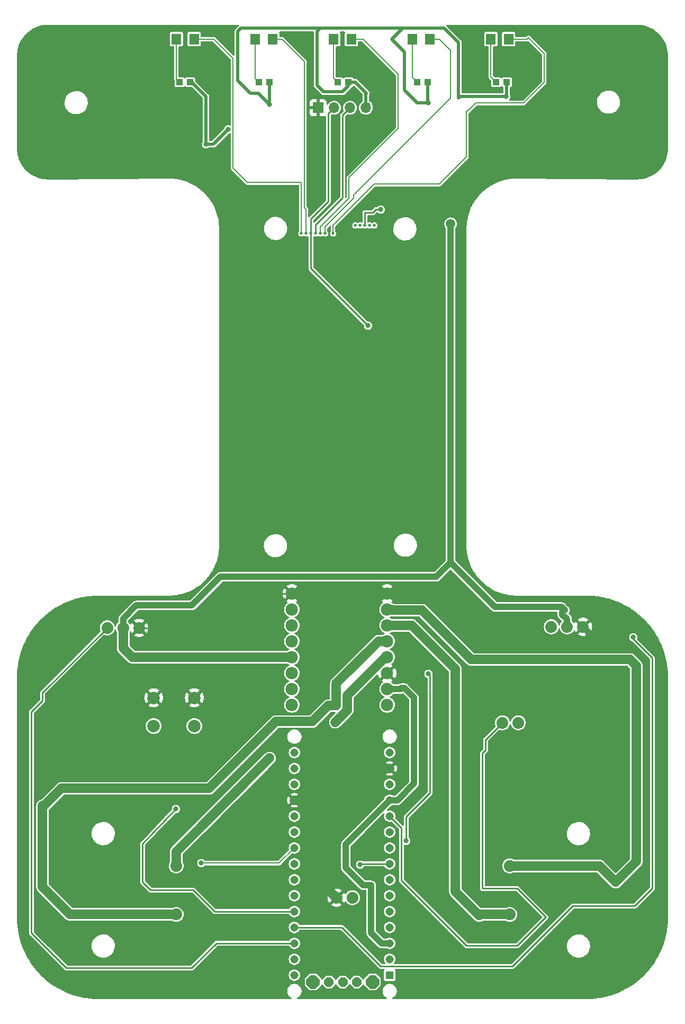
<source format=gbr>
%TF.GenerationSoftware,KiCad,Pcbnew,7.0.7*%
%TF.CreationDate,2024-03-06T07:28:39+08:00*%
%TF.ProjectId,lekirbotv2,6c656b69-7262-46f7-9476-322e6b696361,rev?*%
%TF.SameCoordinates,Original*%
%TF.FileFunction,Copper,L1,Top*%
%TF.FilePolarity,Positive*%
%FSLAX46Y46*%
G04 Gerber Fmt 4.6, Leading zero omitted, Abs format (unit mm)*
G04 Created by KiCad (PCBNEW 7.0.7) date 2024-03-06 07:28:39*
%MOMM*%
%LPD*%
G01*
G04 APERTURE LIST*
G04 Aperture macros list*
%AMOutline5P*
0 Free polygon, 5 corners , with rotation*
0 The origin of the aperture is its center*
0 number of corners: always 5*
0 $1 to $10 corner X, Y*
0 $11 Rotation angle, in degrees counterclockwise*
0 create outline with 5 corners*
4,1,5,$1,$2,$3,$4,$5,$6,$7,$8,$9,$10,$1,$2,$11*%
%AMOutline6P*
0 Free polygon, 6 corners , with rotation*
0 The origin of the aperture is its center*
0 number of corners: always 6*
0 $1 to $12 corner X, Y*
0 $13 Rotation angle, in degrees counterclockwise*
0 create outline with 6 corners*
4,1,6,$1,$2,$3,$4,$5,$6,$7,$8,$9,$10,$11,$12,$1,$2,$13*%
%AMOutline7P*
0 Free polygon, 7 corners , with rotation*
0 The origin of the aperture is its center*
0 number of corners: always 7*
0 $1 to $14 corner X, Y*
0 $15 Rotation angle, in degrees counterclockwise*
0 create outline with 7 corners*
4,1,7,$1,$2,$3,$4,$5,$6,$7,$8,$9,$10,$11,$12,$13,$14,$1,$2,$15*%
%AMOutline8P*
0 Free polygon, 8 corners , with rotation*
0 The origin of the aperture is its center*
0 number of corners: always 8*
0 $1 to $16 corner X, Y*
0 $17 Rotation angle, in degrees counterclockwise*
0 create outline with 8 corners*
4,1,8,$1,$2,$3,$4,$5,$6,$7,$8,$9,$10,$11,$12,$13,$14,$15,$16,$1,$2,$17*%
G04 Aperture macros list end*
%TA.AperFunction,SMDPad,CuDef*%
%ADD10R,1.100000X1.000000*%
%TD*%
%TA.AperFunction,ComponentPad*%
%ADD11R,1.700000X1.700000*%
%TD*%
%TA.AperFunction,ComponentPad*%
%ADD12O,1.700000X1.700000*%
%TD*%
%TA.AperFunction,ComponentPad*%
%ADD13C,1.879600*%
%TD*%
%TA.AperFunction,SMDPad,CuDef*%
%ADD14R,1.600000X1.803000*%
%TD*%
%TA.AperFunction,ComponentPad*%
%ADD15C,2.000000*%
%TD*%
%TA.AperFunction,ComponentPad*%
%ADD16R,1.308000X1.308000*%
%TD*%
%TA.AperFunction,ComponentPad*%
%ADD17C,1.308000*%
%TD*%
%TA.AperFunction,ComponentPad*%
%ADD18Outline8P,-0.762000X0.315631X-0.315631X0.762000X0.315631X0.762000X0.762000X0.315631X0.762000X-0.315631X0.315631X-0.762000X-0.315631X-0.762000X-0.762000X-0.315631X90.000000*%
%TD*%
%TA.AperFunction,ComponentPad*%
%ADD19Outline8P,-1.066800X0.441883X-0.441883X1.066800X0.441883X1.066800X1.066800X0.441883X1.066800X-0.441883X0.441883X-1.066800X-0.441883X-1.066800X-1.066800X-0.441883X90.000000*%
%TD*%
%TA.AperFunction,ComponentPad*%
%ADD20C,1.980000*%
%TD*%
%TA.AperFunction,ViaPad*%
%ADD21C,0.800000*%
%TD*%
%TA.AperFunction,ViaPad*%
%ADD22C,1.500000*%
%TD*%
%TA.AperFunction,ViaPad*%
%ADD23C,0.500000*%
%TD*%
%TA.AperFunction,Conductor*%
%ADD24C,1.000000*%
%TD*%
%TA.AperFunction,Conductor*%
%ADD25C,0.508000*%
%TD*%
%TA.AperFunction,Conductor*%
%ADD26C,1.500000*%
%TD*%
%TA.AperFunction,Conductor*%
%ADD27C,0.254000*%
%TD*%
%TA.AperFunction,Conductor*%
%ADD28C,0.200000*%
%TD*%
G04 APERTURE END LIST*
D10*
%TO.P,R1,1,1*%
%TO.N,Net-(D1-PadA)*%
X117121600Y-42442200D03*
%TO.P,R1,2,2*%
%TO.N,+5V*%
X118821600Y-42442200D03*
%TD*%
%TO.P,R2,1,1*%
%TO.N,Net-(D2-PadA)*%
X104456800Y-42442200D03*
%TO.P,R2,2,2*%
%TO.N,+5V*%
X106156800Y-42442200D03*
%TD*%
D11*
%TO.P,J3,1,Pin_1*%
%TO.N,GND*%
X88646400Y-46557000D03*
D12*
%TO.P,J3,2,Pin_2*%
%TO.N,/AD5*%
X91186400Y-46557000D03*
%TO.P,J3,3,Pin_3*%
%TO.N,/AD4*%
X93726400Y-46557000D03*
%TO.P,J3,4,Pin_4*%
%TO.N,+5V*%
X96266400Y-46557000D03*
%TD*%
D13*
%TO.P,J1,1,1*%
%TO.N,GND*%
X131013600Y-129455251D03*
%TO.P,J1,2,2*%
%TO.N,+5V*%
X128473600Y-129455251D03*
%TO.P,J1,3,3*%
%TO.N,/IO9*%
X125933600Y-129455251D03*
%TD*%
D14*
%TO.P,D2,A,A*%
%TO.N,Net-(D2-PadA)*%
X103683600Y-35584200D03*
%TO.P,D2,C,C*%
%TO.N,/IO13*%
X106527600Y-35584200D03*
%TD*%
D13*
%TO.P,M1A0,1,1*%
%TO.N,/A01*%
X65938400Y-167664551D03*
%TD*%
%TO.P,J2,1,1*%
%TO.N,GND*%
X59995200Y-129633051D03*
%TO.P,J2,2,2*%
%TO.N,+5V*%
X57455200Y-129633051D03*
%TO.P,J2,3,3*%
%TO.N,/IO10*%
X54915200Y-129633051D03*
%TD*%
D14*
%TO.P,D1,A,A*%
%TO.N,Net-(D1-PadA)*%
X116256600Y-35584200D03*
%TO.P,D1,C,C*%
%TO.N,/IO11*%
X119100600Y-35584200D03*
%TD*%
D15*
%TO.P,SW1,1,1*%
%TO.N,GND*%
X62334400Y-140804851D03*
X68834400Y-140804851D03*
%TO.P,SW1,2,2*%
%TO.N,/IO8*%
X62334400Y-145304851D03*
X68834400Y-145304851D03*
%TD*%
D14*
%TO.P,D4,A,A*%
%TO.N,Net-(D4-PadA)*%
X78537600Y-35584200D03*
%TO.P,D4,C,C*%
%TO.N,/IO12*%
X81381600Y-35584200D03*
%TD*%
D13*
%TO.P,LDR0,1,1*%
%TO.N,/AD7*%
X118110400Y-144796851D03*
%TO.P,LDR0,2,2*%
%TO.N,+5V*%
X120650400Y-144796851D03*
%TD*%
%TO.P,BATT0,1,1*%
%TO.N,Net-(BATT0-Pad1)*%
X94107400Y-172736851D03*
%TO.P,BATT0,2,2*%
%TO.N,GND*%
X91567400Y-172736851D03*
%TD*%
D14*
%TO.P,D3,A,A*%
%TO.N,Net-(D3-PadA)*%
X91110600Y-35584200D03*
%TO.P,D3,C,C*%
%TO.N,/IO7*%
X93954600Y-35584200D03*
%TD*%
D10*
%TO.P,R5,1,1*%
%TO.N,Net-(D5-PadA)*%
X66462200Y-42442200D03*
%TO.P,R5,2,2*%
%TO.N,+5V*%
X68162200Y-42442200D03*
%TD*%
D16*
%TO.P,ARDUINO_NANO1,1,SCK/D13*%
%TO.N,/IO13*%
X100076400Y-185106851D03*
D17*
%TO.P,ARDUINO_NANO1,2,3V3*%
%TO.N,/+3V3*%
X100076400Y-182566851D03*
%TO.P,ARDUINO_NANO1,3,AREF*%
%TO.N,+5V*%
X100076400Y-180026851D03*
%TO.P,ARDUINO_NANO1,4,ADC0/A0*%
%TO.N,/AD0*%
X100076400Y-177486851D03*
%TO.P,ARDUINO_NANO1,5,ADC1/A1*%
%TO.N,/AD1*%
X100076400Y-174946851D03*
%TO.P,ARDUINO_NANO1,6,ADC2/A2*%
%TO.N,/AD2*%
X100076400Y-172406851D03*
%TO.P,ARDUINO_NANO1,7,ADC3/A3*%
%TO.N,/AD3*%
X100076400Y-169866851D03*
%TO.P,ARDUINO_NANO1,8,ADC4/SDA/A4*%
%TO.N,/AD4*%
X100076400Y-167326851D03*
%TO.P,ARDUINO_NANO1,9,ADC5/SCL/A5*%
%TO.N,/AD5*%
X100076400Y-164786851D03*
%TO.P,ARDUINO_NANO1,10,ADC6/A6*%
%TO.N,/AD6*%
X100076400Y-162246851D03*
%TO.P,ARDUINO_NANO1,11,ADC7/A7*%
%TO.N,/AD7*%
X100076400Y-159706851D03*
%TO.P,ARDUINO_NANO1,12,5V*%
%TO.N,+5V*%
X100076400Y-157166851D03*
%TO.P,ARDUINO_NANO1,13,~{RESET@2}*%
%TO.N,/RESET*%
X100076400Y-154626851D03*
%TO.P,ARDUINO_NANO1,14,GND@2*%
%TO.N,GND*%
X100076400Y-152086851D03*
%TO.P,ARDUINO_NANO1,15,VIN*%
%TO.N,/VIN*%
X100076400Y-149546851D03*
%TO.P,ARDUINO_NANO1,16,D1/TX*%
%TO.N,/IO0*%
X84836400Y-149546851D03*
%TO.P,ARDUINO_NANO1,17,D0/RX*%
%TO.N,/IO1*%
X84836400Y-152086851D03*
%TO.P,ARDUINO_NANO1,18,~{RESET@1}*%
%TO.N,unconnected-(ARDUINO_NANO1-~{RESET@1}-Pad18)*%
X84836400Y-154626851D03*
%TO.P,ARDUINO_NANO1,19,GND@1*%
%TO.N,GND*%
X84836400Y-157166851D03*
%TO.P,ARDUINO_NANO1,20,D2/INT0*%
%TO.N,/IO2*%
X84836400Y-159706851D03*
%TO.P,ARDUINO_NANO1,21,D3/INT1*%
%TO.N,/IO3*%
X84836400Y-162246851D03*
%TO.P,ARDUINO_NANO1,22,D4/T0*%
%TO.N,/IO4*%
X84836400Y-164786851D03*
%TO.P,ARDUINO_NANO1,23,D5/T1*%
%TO.N,/IO5*%
X84836400Y-167326851D03*
%TO.P,ARDUINO_NANO1,24,D6/AIN0*%
%TO.N,/IO6*%
X84836400Y-169866851D03*
%TO.P,ARDUINO_NANO1,25,D7/AIN1*%
%TO.N,/IO7*%
X84836400Y-172406851D03*
%TO.P,ARDUINO_NANO1,26,D8/CLK0*%
%TO.N,/IO8*%
X84836400Y-174946851D03*
%TO.P,ARDUINO_NANO1,27,D9/OC1A*%
%TO.N,/IO9*%
X84836400Y-177486851D03*
%TO.P,ARDUINO_NANO1,28,D10/OC1B/~{SS}*%
%TO.N,/IO10*%
X84836400Y-180026851D03*
%TO.P,ARDUINO_NANO1,29,D11/MOSI*%
%TO.N,/IO11*%
X84836400Y-182566851D03*
%TO.P,ARDUINO_NANO1,30,D12/MISO*%
%TO.N,/IO12*%
X84836400Y-185106851D03*
%TD*%
D10*
%TO.P,R3,1,1*%
%TO.N,Net-(D3-PadA)*%
X91791900Y-42442200D03*
%TO.P,R3,2,2*%
%TO.N,+5V*%
X93491900Y-42442200D03*
%TD*%
D18*
%TO.P,S2X0,1,1*%
%TO.N,/VIN*%
X90360900Y-186198851D03*
%TO.P,S2X0,2,2*%
%TO.N,Net-(D7-PadC)*%
X92583400Y-186198851D03*
%TO.P,S2X0,3,3*%
%TO.N,unconnected-(S2X0-Pad3)*%
X94805900Y-186198851D03*
D19*
%TO.P,S2X0,G1*%
%TO.N,N/C*%
X87833400Y-186211351D03*
%TO.P,S2X0,G2*%
X97333400Y-186186351D03*
%TD*%
D13*
%TO.P,M1B0,1,1*%
%TO.N,/A02*%
X65938400Y-175411551D03*
%TD*%
%TO.P,M2A0,1,1*%
%TO.N,/B01*%
X119278400Y-167664551D03*
%TD*%
%TO.P,M2B0,1,1*%
%TO.N,/B02*%
X119278400Y-175411551D03*
%TD*%
D20*
%TO.P,U1,1,VM*%
%TO.N,/VIN*%
X99670000Y-141935000D03*
%TO.P,U1,2,VCC*%
%TO.N,+5V*%
X99670000Y-139395000D03*
%TO.P,U1,3,GND*%
%TO.N,GND*%
X99670000Y-136855000D03*
%TO.P,U1,4,A01*%
%TO.N,/A01*%
X99670000Y-134315000D03*
%TO.P,U1,5,A02*%
%TO.N,/A02*%
X99670000Y-131775000D03*
%TO.P,U1,6,B02*%
%TO.N,/B02*%
X99670000Y-129235000D03*
%TO.P,U1,7,B01*%
%TO.N,/B01*%
X99670000Y-126695000D03*
%TO.P,U1,8,GND*%
%TO.N,GND*%
X99670000Y-124155000D03*
%TO.P,U1,9,GND*%
X84430000Y-124155000D03*
%TO.P,U1,10,PWMB*%
%TO.N,/IO5*%
X84430000Y-126695000D03*
%TO.P,U1,11,BI2*%
%TO.N,Net-(IC3C-O)*%
X84430000Y-129235000D03*
%TO.P,U1,12,BI1*%
%TO.N,/IO3*%
X84430000Y-131775000D03*
%TO.P,U1,13,STBY*%
%TO.N,+5V*%
X84430000Y-134315000D03*
%TO.P,U1,14,AI1*%
%TO.N,/IO2*%
X84430000Y-136855000D03*
%TO.P,U1,15,AI2*%
%TO.N,Net-(IC3A-O)*%
X84430000Y-139395000D03*
%TO.P,U1,16,PWMA*%
%TO.N,/IO6*%
X84430000Y-141935000D03*
%TD*%
D14*
%TO.P,D5,A,A*%
%TO.N,Net-(D5-PadA)*%
X65964600Y-35584200D03*
%TO.P,D5,C,C*%
%TO.N,/IO4*%
X68808600Y-35584200D03*
%TD*%
D10*
%TO.P,R4,1,1*%
%TO.N,Net-(D4-PadA)*%
X79127100Y-42442200D03*
%TO.P,R4,2,2*%
%TO.N,+5V*%
X80827100Y-42442200D03*
%TD*%
D21*
%TO.N,+5V*%
X70714000Y-52400000D03*
X118720000Y-44780000D03*
X106274000Y-45796000D03*
X74278500Y-49987000D03*
D22*
X109830000Y-65100000D03*
D21*
X80874000Y-46050000D03*
D23*
%TO.N,/AD0*%
X94590000Y-65354000D03*
%TO.N,/AD1*%
X95352000Y-65354000D03*
D21*
%TO.N,/AD2*%
X98654000Y-62814000D03*
D23*
X96114000Y-65354000D03*
%TO.N,/AD3*%
X96876000Y-65354000D03*
D21*
%TO.N,/AD4*%
X95352000Y-167462000D03*
D23*
X88240000Y-66624000D03*
D21*
%TO.N,/AD5*%
X96622000Y-81356000D03*
X106274000Y-136982000D03*
D23*
X87478000Y-66624000D03*
D21*
X102718000Y-163652000D03*
D23*
%TO.N,/AD6*%
X97638000Y-65354000D03*
%TO.N,/IO4*%
X85954000Y-66624000D03*
D21*
X69952000Y-167208000D03*
D23*
%TO.N,/IO7*%
X89002000Y-66624000D03*
D21*
%TO.N,/IO8*%
X65888000Y-158572000D03*
%TO.N,/IO9*%
X139040000Y-131140000D03*
D22*
%TO.N,/A01*%
X80874000Y-150444000D03*
X91385266Y-144699265D03*
D23*
%TO.N,/IO13*%
X89764000Y-66624000D03*
%TO.N,/IO11*%
X91034000Y-66624000D03*
%TO.N,/IO12*%
X86716000Y-66624000D03*
%TD*%
D24*
%TO.N,+5V*%
X128372000Y-128092000D02*
X128234729Y-128092000D01*
D25*
X93491900Y-43084100D02*
X93491900Y-42442200D01*
X111100000Y-36144000D02*
X108814000Y-33858000D01*
D24*
X100076400Y-180026851D02*
X98772851Y-180026851D01*
D25*
X106274000Y-45796000D02*
X106156800Y-45678800D01*
D24*
X59538000Y-126060000D02*
X57455200Y-128142800D01*
X95860000Y-170764000D02*
X93066000Y-167970000D01*
X128473600Y-129455251D02*
X128473600Y-128193600D01*
X127685580Y-127100453D02*
X127964033Y-126822000D01*
D25*
X71865500Y-52400000D02*
X70714000Y-52400000D01*
X77826000Y-44272000D02*
X79096000Y-44272000D01*
X118720000Y-44780000D02*
X111354000Y-44780000D01*
D24*
X93066000Y-164177251D02*
X100076400Y-157166851D01*
D25*
X80827100Y-46003100D02*
X80874000Y-46050000D01*
D24*
X100076400Y-157166851D02*
X101329149Y-157166851D01*
D25*
X79096000Y-44272000D02*
X80874000Y-46050000D01*
X94538200Y-42442200D02*
X96368000Y-44272000D01*
X96368000Y-44272000D02*
X96266400Y-44373600D01*
X89002000Y-33858000D02*
X88494000Y-34366000D01*
D24*
X109830000Y-65100000D02*
X109830000Y-119202000D01*
X103988000Y-140792000D02*
X102464000Y-139268000D01*
D25*
X102464000Y-37668000D02*
X102464000Y-43764000D01*
X68376200Y-42442200D02*
X70714000Y-44780000D01*
X111100000Y-45034000D02*
X111100000Y-36144000D01*
D26*
X57455200Y-132867200D02*
X57455200Y-129633051D01*
D24*
X101956000Y-139268000D02*
X101829000Y-139395000D01*
D25*
X70714000Y-44780000D02*
X70714000Y-52400000D01*
D24*
X93066000Y-167970000D02*
X93066000Y-164177251D01*
D25*
X104496000Y-45796000D02*
X106274000Y-45796000D01*
X88494000Y-43002000D02*
X89510000Y-44018000D01*
X93491900Y-42442200D02*
X94538200Y-42442200D01*
D26*
X58903000Y-134315000D02*
X57455200Y-132867200D01*
D25*
X89002000Y-33858000D02*
X76302000Y-33858000D01*
D24*
X97130000Y-170764000D02*
X95860000Y-170764000D01*
D25*
X111354000Y-44780000D02*
X111100000Y-45034000D01*
D24*
X127610000Y-126314000D02*
X128118000Y-126822000D01*
D25*
X75794000Y-34366000D02*
X75794000Y-42240000D01*
X118720000Y-44780000D02*
X118821600Y-44678400D01*
D24*
X127685580Y-127542851D02*
X127685580Y-127100453D01*
D25*
X102210000Y-33858000D02*
X89002000Y-33858000D01*
X80827100Y-42442200D02*
X80827100Y-46003100D01*
X96266400Y-44373600D02*
X96266400Y-46557000D01*
D24*
X73000000Y-121488000D02*
X68428000Y-126060000D01*
X101829000Y-139395000D02*
X99670000Y-139395000D01*
D25*
X76302000Y-33858000D02*
X75794000Y-34366000D01*
D24*
X57455200Y-128142800D02*
X57455200Y-129633051D01*
D25*
X118821600Y-44678400D02*
X118821600Y-42442200D01*
D24*
X128234729Y-128092000D02*
X127685580Y-127542851D01*
X109830000Y-119202000D02*
X116942000Y-126314000D01*
X107544000Y-121488000D02*
X73000000Y-121488000D01*
D25*
X75794000Y-42240000D02*
X77826000Y-44272000D01*
D24*
X68428000Y-126060000D02*
X59538000Y-126060000D01*
X101329149Y-157166851D02*
X103988000Y-154508000D01*
X116942000Y-126314000D02*
X127610000Y-126314000D01*
X109830000Y-119202000D02*
X107544000Y-121488000D01*
X128473600Y-128193600D02*
X128372000Y-128092000D01*
X103988000Y-154508000D02*
X103988000Y-140792000D01*
D25*
X106156800Y-42442200D02*
X106156800Y-45678800D01*
D24*
X102464000Y-139268000D02*
X101956000Y-139268000D01*
D26*
X84430000Y-134315000D02*
X58903000Y-134315000D01*
D25*
X102210000Y-33858000D02*
X100432000Y-35636000D01*
D24*
X97130000Y-178384000D02*
X97130000Y-170764000D01*
D25*
X102464000Y-43764000D02*
X104496000Y-45796000D01*
X92558000Y-44018000D02*
X93491900Y-43084100D01*
X68162200Y-42442200D02*
X68376200Y-42442200D01*
D24*
X98772851Y-180026851D02*
X97130000Y-178384000D01*
D25*
X89510000Y-44018000D02*
X92558000Y-44018000D01*
D24*
X127964033Y-126822000D02*
X128118000Y-126822000D01*
D25*
X100432000Y-35636000D02*
X102464000Y-37668000D01*
X108814000Y-33858000D02*
X102210000Y-33858000D01*
X74278500Y-49987000D02*
X71865500Y-52400000D01*
X96773400Y-46050000D02*
X96266400Y-46557000D01*
X88494000Y-34366000D02*
X88494000Y-43002000D01*
D26*
%TO.N,GND*%
X90627601Y-171797052D02*
X90627601Y-159689601D01*
D24*
X131013600Y-129455251D02*
X131928000Y-130369651D01*
D26*
X99670000Y-124155000D02*
X108433000Y-124155000D01*
X113640000Y-129362000D02*
X116688000Y-132410000D01*
D24*
X131928000Y-130369651D02*
X131928000Y-131394000D01*
D27*
X72111000Y-124155000D02*
X66632949Y-129633051D01*
D26*
X98230351Y-152086851D02*
X100076400Y-152086851D01*
X108433000Y-124155000D02*
X113640000Y-129362000D01*
X88104851Y-157166851D02*
X84836400Y-157166851D01*
D24*
X131928000Y-131394000D02*
X130912000Y-132410000D01*
D26*
X116688000Y-132410000D02*
X120244000Y-132410000D01*
X90627601Y-159689601D02*
X98230351Y-152086851D01*
D27*
X84430000Y-124155000D02*
X72111000Y-124155000D01*
D26*
X99670000Y-124155000D02*
X84430000Y-124155000D01*
X91567400Y-172736851D02*
X90627601Y-171797052D01*
D27*
X66632949Y-129633051D02*
X59995200Y-129633051D01*
D24*
X130912000Y-132410000D02*
X120244000Y-132410000D01*
D26*
X90627601Y-159689601D02*
X88104851Y-157166851D01*
D27*
%TO.N,/AD2*%
X97892000Y-62814000D02*
X97384000Y-63322000D01*
X96114000Y-63322000D02*
X96114000Y-65354000D01*
X98654000Y-62814000D02*
X97892000Y-62814000D01*
X97384000Y-63322000D02*
X96114000Y-63322000D01*
%TO.N,/AD4*%
X92558000Y-60934400D02*
X88240000Y-65252400D01*
X92558000Y-47725400D02*
X92558000Y-60934400D01*
X95487149Y-167326851D02*
X95352000Y-167462000D01*
X88240000Y-65252400D02*
X88240000Y-66624000D01*
X100076400Y-167326851D02*
X95487149Y-167326851D01*
X93726400Y-46557000D02*
X92558000Y-47725400D01*
%TO.N,/AD5*%
X87478000Y-72212000D02*
X87478000Y-66624000D01*
X96622000Y-81356000D02*
X87478000Y-72212000D01*
X90272000Y-47471400D02*
X90272000Y-61544000D01*
X106528000Y-147650000D02*
X106528000Y-137236000D01*
X106528000Y-137236000D02*
X106274000Y-136982000D01*
X103226000Y-159334000D02*
X106528000Y-156032000D01*
X102718000Y-159842000D02*
X103226000Y-159334000D01*
X90272000Y-61544000D02*
X87478000Y-64338000D01*
X102718000Y-163652000D02*
X102718000Y-159842000D01*
X87478000Y-64338000D02*
X87478000Y-66624000D01*
X91186400Y-46557000D02*
X90272000Y-47471400D01*
X106528000Y-156032000D02*
X106528000Y-147650000D01*
%TO.N,/AD7*%
X101937000Y-161567451D02*
X101937000Y-169983000D01*
X100076400Y-159706851D02*
X101937000Y-161567451D01*
X125070000Y-175844000D02*
X120498000Y-171272000D01*
X120498000Y-180416000D02*
X125070000Y-175844000D01*
X112370000Y-180416000D02*
X120498000Y-180416000D01*
X115418000Y-149174000D02*
X115418000Y-147489251D01*
X101937000Y-169983000D02*
X112370000Y-180416000D01*
X115418000Y-147489251D02*
X118110400Y-144796851D01*
X114910000Y-171272000D02*
X114910000Y-149682000D01*
X114910000Y-149682000D02*
X115418000Y-149174000D01*
X120498000Y-171272000D02*
X114910000Y-171272000D01*
D28*
%TO.N,/IO4*%
X75032000Y-56210000D02*
X77318000Y-58496000D01*
X71932200Y-35584200D02*
X75032000Y-38684000D01*
X85954000Y-58496000D02*
X85954000Y-66624000D01*
X82415251Y-167208000D02*
X84836400Y-164786851D01*
X69952000Y-167208000D02*
X82415251Y-167208000D01*
X77318000Y-58496000D02*
X85954000Y-58496000D01*
X75032000Y-38684000D02*
X75032000Y-56210000D01*
X68808600Y-35584200D02*
X71932200Y-35584200D01*
%TO.N,/IO7*%
X93954600Y-35584200D02*
X95808200Y-35584200D01*
X93574000Y-61036000D02*
X89002000Y-65608000D01*
X101448000Y-49860000D02*
X93574000Y-57734000D01*
X95808200Y-35584200D02*
X101448000Y-41224000D01*
X101448000Y-41224000D02*
X101448000Y-49860000D01*
X93574000Y-57734000D02*
X93574000Y-61036000D01*
X89002000Y-65608000D02*
X89002000Y-66624000D01*
D27*
%TO.N,/IO8*%
X60554000Y-170256000D02*
X60554000Y-164160000D01*
X65888000Y-158572000D02*
X65888000Y-158826000D01*
X84836400Y-174946851D02*
X72102851Y-174946851D01*
X61824000Y-171526000D02*
X60554000Y-170256000D01*
X72102851Y-174946851D02*
X68682000Y-171526000D01*
X60554000Y-164160000D02*
X65888000Y-158572000D01*
X68682000Y-171526000D02*
X61824000Y-171526000D01*
%TO.N,/IO9*%
X98654000Y-183718000D02*
X92422851Y-177486851D01*
X139294000Y-174066000D02*
X129388000Y-174066000D01*
X92422851Y-177486851D02*
X84836400Y-177486851D01*
X142088000Y-134442000D02*
X142088000Y-171272000D01*
X139040000Y-131140000D02*
X139040000Y-131394000D01*
X119736000Y-183718000D02*
X98654000Y-183718000D01*
X129388000Y-174066000D02*
X119736000Y-183718000D01*
X139040000Y-131394000D02*
X142088000Y-134442000D01*
X142088000Y-171272000D02*
X139294000Y-174066000D01*
D26*
%TO.N,/A02*%
X87732000Y-144602000D02*
X81890000Y-144602000D01*
X71222000Y-155270000D02*
X47600000Y-155270000D01*
X90272000Y-142062000D02*
X87732000Y-144602000D01*
X91542000Y-138502929D02*
X91542000Y-142062000D01*
X48945551Y-175411551D02*
X65938400Y-175411551D01*
X91542000Y-142062000D02*
X90272000Y-142062000D01*
X44806000Y-158064000D02*
X44552000Y-158064000D01*
X44552000Y-158064000D02*
X44552000Y-171018000D01*
X99670000Y-131775000D02*
X98269929Y-131775000D01*
X47600000Y-155270000D02*
X44806000Y-158064000D01*
X44552000Y-171018000D02*
X48945551Y-175411551D01*
X98269929Y-131775000D02*
X91542000Y-138502929D01*
X81890000Y-144602000D02*
X71222000Y-155270000D01*
%TO.N,/A01*%
X93296000Y-142788531D02*
X93296000Y-140409058D01*
X93296000Y-140409058D02*
X99390058Y-134315000D01*
X80874000Y-150444000D02*
X65938400Y-165379600D01*
X65938400Y-165379600D02*
X65938400Y-167664551D01*
X99390058Y-134315000D02*
X99670000Y-134315000D01*
X91385266Y-144699265D02*
X93296000Y-142788531D01*
%TO.N,/B02*%
X114580449Y-175411551D02*
X119278400Y-175411551D01*
X110592000Y-136220000D02*
X110592000Y-171780000D01*
X110592000Y-171780000D02*
X114402000Y-175590000D01*
X103607000Y-129235000D02*
X110592000Y-136220000D01*
X99670000Y-129235000D02*
X103607000Y-129235000D01*
X114402000Y-175590000D02*
X114580449Y-175411551D01*
%TO.N,/B01*%
X138532000Y-134696000D02*
X139548000Y-135712000D01*
X105258000Y-126822000D02*
X113132000Y-134696000D01*
X100432000Y-126822000D02*
X105258000Y-126822000D01*
X113132000Y-134696000D02*
X138532000Y-134696000D01*
X139548000Y-135712000D02*
X139548000Y-166954000D01*
X133654551Y-167664551D02*
X119278400Y-167664551D01*
X99670000Y-126695000D02*
X100305000Y-126695000D01*
X136246000Y-170256000D02*
X133654551Y-167664551D01*
X139548000Y-166954000D02*
X136246000Y-170256000D01*
X100305000Y-126695000D02*
X100432000Y-126822000D01*
D28*
%TO.N,Net-(D2-PadA)*%
X103683600Y-35584200D02*
X103683600Y-41669000D01*
X103683600Y-41669000D02*
X104456800Y-42442200D01*
%TO.N,Net-(D3-PadA)*%
X91110600Y-35584200D02*
X91110600Y-41760900D01*
X91110600Y-41760900D02*
X91791900Y-42442200D01*
%TO.N,Net-(D4-PadA)*%
X78537600Y-41852700D02*
X79127100Y-42442200D01*
X78537600Y-35584200D02*
X78537600Y-41852700D01*
%TO.N,Net-(D5-PadA)*%
X65964600Y-41944600D02*
X66462200Y-42442200D01*
X65964600Y-35584200D02*
X65964600Y-41944600D01*
%TO.N,/IO13*%
X109830000Y-45034000D02*
X94336000Y-60528000D01*
X108000200Y-35584200D02*
X109830000Y-37414000D01*
X94336000Y-61036000D02*
X89764000Y-65608000D01*
X109830000Y-37414000D02*
X109830000Y-45034000D01*
X106527600Y-35584200D02*
X108000200Y-35584200D01*
X89764000Y-65608000D02*
X89764000Y-66624000D01*
X94336000Y-60528000D02*
X94336000Y-61036000D01*
D27*
%TO.N,/IO10*%
X84836400Y-180026851D02*
X72373149Y-180026851D01*
X72373149Y-180026851D02*
X68428000Y-183972000D01*
X44552000Y-139996251D02*
X54915200Y-129633051D01*
X42774000Y-143078000D02*
X44552000Y-141300000D01*
X68428000Y-183972000D02*
X48362000Y-183972000D01*
X44552000Y-141300000D02*
X44552000Y-139996251D01*
X48362000Y-183972000D02*
X42774000Y-178384000D01*
X42774000Y-178384000D02*
X42774000Y-143078000D01*
D28*
%TO.N,/IO11*%
X108052000Y-58750000D02*
X112370000Y-54432000D01*
X91034000Y-65354000D02*
X97638000Y-58750000D01*
X112370000Y-47066000D02*
X112624000Y-47066000D01*
X121514000Y-45796000D02*
X124816000Y-42494000D01*
X122073800Y-35584200D02*
X119100600Y-35584200D01*
X97638000Y-58750000D02*
X108052000Y-58750000D01*
X112370000Y-54432000D02*
X112370000Y-47066000D01*
X122276000Y-35382000D02*
X122073800Y-35584200D01*
X124816000Y-37922000D02*
X122276000Y-35382000D01*
X113894000Y-45796000D02*
X121514000Y-45796000D01*
X91034000Y-66624000D02*
X91034000Y-65354000D01*
X112624000Y-47066000D02*
X113894000Y-45796000D01*
X124816000Y-42494000D02*
X124816000Y-37922000D01*
%TO.N,/IO12*%
X81381600Y-35584200D02*
X82854200Y-35584200D01*
X86716000Y-62814000D02*
X86716000Y-66624000D01*
X86462000Y-62560000D02*
X86716000Y-62814000D01*
X82854200Y-35584200D02*
X86462000Y-39192000D01*
X86462000Y-39192000D02*
X86462000Y-62560000D01*
%TO.N,Net-(D1-PadA)*%
X116256600Y-41577200D02*
X117121600Y-42442200D01*
X116256600Y-35584200D02*
X116256600Y-41577200D01*
%TD*%
%TA.AperFunction,Conductor*%
%TO.N,GND*%
G36*
X75934052Y-33293685D02*
G01*
X75979807Y-33346489D01*
X75989751Y-33415647D01*
X75960726Y-33479203D01*
X75948218Y-33491711D01*
X75913751Y-33521578D01*
X75913745Y-33521584D01*
X75910984Y-33525881D01*
X75894355Y-33546515D01*
X75482515Y-33958355D01*
X75461881Y-33974984D01*
X75457584Y-33977745D01*
X75457577Y-33977752D01*
X75423050Y-34017596D01*
X75420038Y-34020831D01*
X75408724Y-34032146D01*
X75399134Y-34044956D01*
X75396359Y-34048399D01*
X75361823Y-34088258D01*
X75359696Y-34092915D01*
X75346177Y-34115699D01*
X75343112Y-34119792D01*
X75343111Y-34119794D01*
X75324676Y-34169219D01*
X75322982Y-34173307D01*
X75301080Y-34221269D01*
X75300353Y-34226326D01*
X75293801Y-34251996D01*
X75292011Y-34256794D01*
X75292011Y-34256795D01*
X75288248Y-34309400D01*
X75287776Y-34313795D01*
X75285501Y-34329624D01*
X75285500Y-34329638D01*
X75285500Y-34345624D01*
X75285342Y-34350048D01*
X75281580Y-34402645D01*
X75281580Y-34402649D01*
X75282666Y-34407640D01*
X75285500Y-34433999D01*
X75285500Y-38136798D01*
X75265815Y-38203837D01*
X75213011Y-38249592D01*
X75143853Y-38259536D01*
X75080297Y-38230511D01*
X75073819Y-38224479D01*
X72217961Y-35368622D01*
X72201833Y-35348761D01*
X72196623Y-35340787D01*
X72196620Y-35340783D01*
X72170343Y-35320331D01*
X72164579Y-35315240D01*
X72162098Y-35312759D01*
X72162099Y-35312759D01*
X72155371Y-35307955D01*
X72144149Y-35299943D01*
X72103256Y-35268115D01*
X72096711Y-35264573D01*
X72090050Y-35261316D01*
X72040368Y-35246525D01*
X71991354Y-35229699D01*
X71984034Y-35228477D01*
X71976654Y-35227557D01*
X71924875Y-35229700D01*
X69987099Y-35229700D01*
X69920060Y-35210015D01*
X69874305Y-35157211D01*
X69863099Y-35105700D01*
X69863099Y-34657636D01*
X69863099Y-34657634D01*
X69848334Y-34583399D01*
X69819542Y-34540309D01*
X69792084Y-34499215D01*
X69741619Y-34465496D01*
X69707901Y-34442966D01*
X69707899Y-34442965D01*
X69707896Y-34442964D01*
X69633669Y-34428200D01*
X67983536Y-34428200D01*
X67909298Y-34442966D01*
X67825115Y-34499215D01*
X67768866Y-34583399D01*
X67768864Y-34583403D01*
X67754100Y-34657628D01*
X67754100Y-36510763D01*
X67768866Y-36585001D01*
X67825115Y-36669184D01*
X67858834Y-36691714D01*
X67909299Y-36725434D01*
X67909302Y-36725434D01*
X67909303Y-36725435D01*
X67934266Y-36730400D01*
X67983533Y-36740200D01*
X69633666Y-36740199D01*
X69707901Y-36725434D01*
X69792084Y-36669184D01*
X69848334Y-36585001D01*
X69863100Y-36510767D01*
X69863100Y-36062700D01*
X69882785Y-35995661D01*
X69935589Y-35949906D01*
X69987100Y-35938700D01*
X71733999Y-35938700D01*
X71801038Y-35958385D01*
X71821680Y-35975019D01*
X74641181Y-38794520D01*
X74674666Y-38855843D01*
X74677500Y-38882201D01*
X74677500Y-49253546D01*
X74657815Y-49320585D01*
X74605011Y-49366340D01*
X74535853Y-49376284D01*
X74519633Y-49372097D01*
X74519576Y-49372332D01*
X74357972Y-49332500D01*
X74357971Y-49332500D01*
X74199029Y-49332500D01*
X74199028Y-49332500D01*
X74044708Y-49370536D01*
X73903969Y-49444401D01*
X73785006Y-49549794D01*
X73785000Y-49549801D01*
X73694714Y-49680602D01*
X73638351Y-49829217D01*
X73638350Y-49829219D01*
X73632617Y-49876435D01*
X73604994Y-49940613D01*
X73597202Y-49949168D01*
X71691191Y-51855181D01*
X71629868Y-51888666D01*
X71603510Y-51891500D01*
X71346500Y-51891500D01*
X71279461Y-51871815D01*
X71233706Y-51819011D01*
X71222500Y-51767500D01*
X71222500Y-44847994D01*
X71225334Y-44821636D01*
X71226419Y-44816648D01*
X71226419Y-44816644D01*
X71223272Y-44772658D01*
X71222657Y-44764059D01*
X71222500Y-44759637D01*
X71222500Y-44743632D01*
X71222499Y-44743628D01*
X71220219Y-44727773D01*
X71219748Y-44723382D01*
X71219494Y-44719825D01*
X71215988Y-44670799D01*
X71214203Y-44666015D01*
X71207646Y-44640324D01*
X71206919Y-44635266D01*
X71185007Y-44587287D01*
X71183314Y-44583199D01*
X71175774Y-44562984D01*
X71164888Y-44533796D01*
X71161825Y-44529704D01*
X71148303Y-44506914D01*
X71146176Y-44502258D01*
X71146175Y-44502256D01*
X71111641Y-44462401D01*
X71108870Y-44458963D01*
X71099280Y-44446152D01*
X71087958Y-44434830D01*
X71084954Y-44431603D01*
X71050420Y-44391749D01*
X71046123Y-44388988D01*
X71025481Y-44372353D01*
X69003018Y-42349890D01*
X68969533Y-42288567D01*
X68966699Y-42262209D01*
X68966699Y-41917136D01*
X68966699Y-41917134D01*
X68951934Y-41842899D01*
X68925323Y-41803073D01*
X68895684Y-41758715D01*
X68824681Y-41711273D01*
X68811501Y-41702466D01*
X68811499Y-41702465D01*
X68811496Y-41702464D01*
X68737269Y-41687700D01*
X67587136Y-41687700D01*
X67512898Y-41702466D01*
X67428714Y-41758716D01*
X67415301Y-41778791D01*
X67361688Y-41823596D01*
X67292363Y-41832302D01*
X67229336Y-41802146D01*
X67209099Y-41778791D01*
X67195685Y-41758716D01*
X67143926Y-41724132D01*
X67111501Y-41702466D01*
X67111499Y-41702465D01*
X67111496Y-41702464D01*
X67037271Y-41687700D01*
X67037267Y-41687700D01*
X66443100Y-41687700D01*
X66376061Y-41668015D01*
X66330306Y-41615211D01*
X66319100Y-41563700D01*
X66319100Y-36864199D01*
X66338785Y-36797160D01*
X66391589Y-36751405D01*
X66443100Y-36740199D01*
X66789664Y-36740199D01*
X66789666Y-36740199D01*
X66863901Y-36725434D01*
X66948084Y-36669184D01*
X67004334Y-36585001D01*
X67019100Y-36510767D01*
X67019099Y-34657634D01*
X67004334Y-34583399D01*
X66975542Y-34540309D01*
X66948084Y-34499215D01*
X66897619Y-34465496D01*
X66863901Y-34442966D01*
X66863899Y-34442965D01*
X66863896Y-34442964D01*
X66789669Y-34428200D01*
X65139536Y-34428200D01*
X65065298Y-34442966D01*
X64981115Y-34499215D01*
X64924866Y-34583399D01*
X64924864Y-34583403D01*
X64910100Y-34657628D01*
X64910100Y-36510763D01*
X64924866Y-36585001D01*
X64981115Y-36669184D01*
X65014834Y-36691714D01*
X65065299Y-36725434D01*
X65065302Y-36725434D01*
X65065303Y-36725435D01*
X65090266Y-36730400D01*
X65139533Y-36740200D01*
X65486099Y-36740199D01*
X65553138Y-36759883D01*
X65598893Y-36812687D01*
X65610099Y-36864199D01*
X65610099Y-41894974D01*
X65607461Y-41920415D01*
X65605504Y-41929747D01*
X65609623Y-41962789D01*
X65610100Y-41970465D01*
X65610100Y-41973977D01*
X65610773Y-41978010D01*
X65613728Y-41995722D01*
X65620139Y-42047155D01*
X65622255Y-42054262D01*
X65624669Y-42061293D01*
X65624670Y-42061296D01*
X65624671Y-42061298D01*
X65631247Y-42073449D01*
X65642756Y-42094716D01*
X65657700Y-42153732D01*
X65657700Y-42967263D01*
X65672466Y-43041501D01*
X65728715Y-43125684D01*
X65732903Y-43128482D01*
X65812899Y-43181934D01*
X65812902Y-43181934D01*
X65812903Y-43181935D01*
X65837866Y-43186900D01*
X65887133Y-43196700D01*
X67037266Y-43196699D01*
X67111501Y-43181934D01*
X67195684Y-43125684D01*
X67209097Y-43105609D01*
X67262710Y-43060804D01*
X67332035Y-43052097D01*
X67395062Y-43082251D01*
X67415302Y-43105609D01*
X67428715Y-43125684D01*
X67432903Y-43128482D01*
X67512899Y-43181934D01*
X67512902Y-43181934D01*
X67512903Y-43181935D01*
X67537866Y-43186900D01*
X67587133Y-43196700D01*
X68360209Y-43196699D01*
X68427248Y-43216383D01*
X68447890Y-43233018D01*
X70169181Y-44954309D01*
X70202666Y-45015632D01*
X70205500Y-45041990D01*
X70205500Y-51945893D01*
X70185815Y-52012932D01*
X70183550Y-52016333D01*
X70130214Y-52093602D01*
X70073850Y-52242218D01*
X70054693Y-52399999D01*
X70054693Y-52400000D01*
X70073850Y-52557781D01*
X70130214Y-52706397D01*
X70191277Y-52794862D01*
X70220502Y-52837201D01*
X70220504Y-52837203D01*
X70220506Y-52837205D01*
X70339469Y-52942598D01*
X70339471Y-52942599D01*
X70480207Y-53016463D01*
X70557368Y-53035481D01*
X70634528Y-53054500D01*
X70634529Y-53054500D01*
X70793472Y-53054500D01*
X70844911Y-53041821D01*
X70947793Y-53016463D01*
X71088529Y-52942599D01*
X71091821Y-52939682D01*
X71155054Y-52909963D01*
X71174046Y-52908500D01*
X71797501Y-52908500D01*
X71823858Y-52911334D01*
X71826593Y-52911928D01*
X71828851Y-52912420D01*
X71881453Y-52908657D01*
X71885876Y-52908500D01*
X71901867Y-52908500D01*
X71901868Y-52908500D01*
X71917695Y-52906223D01*
X71922085Y-52905751D01*
X71974701Y-52901989D01*
X71979495Y-52900200D01*
X72005179Y-52893645D01*
X72010234Y-52892919D01*
X72058218Y-52871004D01*
X72062276Y-52869324D01*
X72111704Y-52850889D01*
X72115792Y-52847827D01*
X72138598Y-52834297D01*
X72143243Y-52832176D01*
X72183102Y-52797636D01*
X72186538Y-52794867D01*
X72199348Y-52785280D01*
X72210673Y-52773953D01*
X72213877Y-52770969D01*
X72253750Y-52736421D01*
X72256511Y-52732124D01*
X72273141Y-52711485D01*
X74313831Y-50670796D01*
X74371834Y-50638083D01*
X74464326Y-50615285D01*
X74519577Y-50601668D01*
X74520078Y-50603700D01*
X74579178Y-50599141D01*
X74640688Y-50632281D01*
X74674516Y-50693416D01*
X74677500Y-50720453D01*
X74677500Y-56160373D01*
X74674861Y-56185817D01*
X74672905Y-56195145D01*
X74672905Y-56195149D01*
X74677023Y-56228189D01*
X74677500Y-56235865D01*
X74677500Y-56239377D01*
X74681128Y-56261122D01*
X74687539Y-56312555D01*
X74689655Y-56319662D01*
X74692070Y-56326695D01*
X74692071Y-56326698D01*
X74716739Y-56372281D01*
X74739501Y-56418839D01*
X74739501Y-56418840D01*
X74743784Y-56424838D01*
X74743827Y-56424893D01*
X74743876Y-56424962D01*
X74748380Y-56430749D01*
X74786509Y-56465848D01*
X77032237Y-58711576D01*
X77048362Y-58731432D01*
X77053576Y-58739412D01*
X77053579Y-58739416D01*
X77079863Y-58759874D01*
X77085606Y-58764945D01*
X77088103Y-58767442D01*
X77088106Y-58767444D01*
X77106050Y-58780256D01*
X77146944Y-58812085D01*
X77153491Y-58815628D01*
X77160152Y-58818884D01*
X77209831Y-58833674D01*
X77258840Y-58850499D01*
X77258842Y-58850499D01*
X77258844Y-58850500D01*
X77258846Y-58850500D01*
X77266190Y-58851725D01*
X77273543Y-58852641D01*
X77273544Y-58852642D01*
X77273544Y-58852641D01*
X77273545Y-58852642D01*
X77325325Y-58850500D01*
X85475500Y-58850500D01*
X85542539Y-58870185D01*
X85588294Y-58922989D01*
X85599500Y-58974500D01*
X85599500Y-66216472D01*
X85579815Y-66283511D01*
X85569216Y-66297670D01*
X85569212Y-66297676D01*
X85525223Y-66348441D01*
X85525222Y-66348443D01*
X85464958Y-66480400D01*
X85464957Y-66480404D01*
X85444312Y-66624000D01*
X85464957Y-66767595D01*
X85464958Y-66767599D01*
X85525222Y-66899556D01*
X85525223Y-66899558D01*
X85620225Y-67009196D01*
X85640911Y-67022490D01*
X85742269Y-67087630D01*
X85861373Y-67122600D01*
X85864176Y-67123424D01*
X85881461Y-67128499D01*
X85881463Y-67128500D01*
X85881464Y-67128500D01*
X86026537Y-67128500D01*
X86026537Y-67128499D01*
X86134552Y-67096783D01*
X86165729Y-67087630D01*
X86165730Y-67087630D01*
X86165732Y-67087629D01*
X86267961Y-67021929D01*
X86334999Y-67002245D01*
X86402036Y-67021928D01*
X86402897Y-67022481D01*
X86504269Y-67087630D01*
X86623373Y-67122600D01*
X86626176Y-67123424D01*
X86643461Y-67128499D01*
X86643463Y-67128500D01*
X86643464Y-67128500D01*
X86788537Y-67128500D01*
X86788537Y-67128499D01*
X86852319Y-67109772D01*
X86936242Y-67085131D01*
X86937196Y-67088382D01*
X86990120Y-67080761D01*
X87053682Y-67109772D01*
X87091469Y-67168542D01*
X87096500Y-67203503D01*
X87096500Y-72159572D01*
X87093861Y-72185020D01*
X87091554Y-72196017D01*
X87096023Y-72231865D01*
X87096500Y-72239541D01*
X87096500Y-72243611D01*
X87099427Y-72261155D01*
X87100403Y-72267005D01*
X87107304Y-72322361D01*
X87109580Y-72330009D01*
X87112181Y-72337585D01*
X87138729Y-72386641D01*
X87163224Y-72436747D01*
X87167869Y-72443253D01*
X87172782Y-72449564D01*
X87213819Y-72487342D01*
X95932969Y-81206492D01*
X95966454Y-81267815D01*
X95968384Y-81309116D01*
X95962693Y-81355996D01*
X95962693Y-81356000D01*
X95981850Y-81513781D01*
X96022427Y-81620773D01*
X96038213Y-81662395D01*
X96128502Y-81793201D01*
X96128504Y-81793203D01*
X96128506Y-81793205D01*
X96247469Y-81898598D01*
X96247471Y-81898599D01*
X96388207Y-81972463D01*
X96465367Y-81991481D01*
X96542528Y-82010500D01*
X96542529Y-82010500D01*
X96701472Y-82010500D01*
X96752911Y-81997821D01*
X96855793Y-81972463D01*
X96996529Y-81898599D01*
X97115498Y-81793201D01*
X97205787Y-81662395D01*
X97262149Y-81513782D01*
X97281307Y-81356000D01*
X97262149Y-81198218D01*
X97205787Y-81049605D01*
X97115498Y-80918799D01*
X97115495Y-80918796D01*
X97115493Y-80918794D01*
X96996530Y-80813401D01*
X96855791Y-80739536D01*
X96701472Y-80701500D01*
X96701471Y-80701500D01*
X96558384Y-80701500D01*
X96491345Y-80681815D01*
X96470703Y-80665181D01*
X87895819Y-72090296D01*
X87862334Y-72028973D01*
X87859500Y-72002615D01*
X87859500Y-67203503D01*
X87879185Y-67136464D01*
X87931989Y-67090709D01*
X88001147Y-67080765D01*
X88019460Y-67086144D01*
X88019758Y-67085131D01*
X88146559Y-67122361D01*
X88150176Y-67123424D01*
X88167461Y-67128499D01*
X88167463Y-67128500D01*
X88167464Y-67128500D01*
X88312537Y-67128500D01*
X88312537Y-67128499D01*
X88420552Y-67096783D01*
X88451729Y-67087630D01*
X88451730Y-67087630D01*
X88451732Y-67087629D01*
X88553961Y-67021929D01*
X88620999Y-67002245D01*
X88688036Y-67021928D01*
X88688897Y-67022481D01*
X88790269Y-67087630D01*
X88909373Y-67122600D01*
X88912176Y-67123424D01*
X88929461Y-67128499D01*
X88929463Y-67128500D01*
X88929464Y-67128500D01*
X89074537Y-67128500D01*
X89074537Y-67128499D01*
X89213732Y-67087629D01*
X89315962Y-67021928D01*
X89382998Y-67002245D01*
X89450037Y-67021929D01*
X89450039Y-67021930D01*
X89552269Y-67087630D01*
X89671373Y-67122600D01*
X89674176Y-67123424D01*
X89691461Y-67128499D01*
X89691463Y-67128500D01*
X89691464Y-67128500D01*
X89836537Y-67128500D01*
X89836537Y-67128499D01*
X89944552Y-67096783D01*
X89975729Y-67087630D01*
X89975730Y-67087630D01*
X89975732Y-67087629D01*
X90097775Y-67009196D01*
X90192777Y-66899558D01*
X90237248Y-66802180D01*
X90253041Y-66767599D01*
X90253042Y-66767595D01*
X90273688Y-66624000D01*
X90253042Y-66480404D01*
X90253041Y-66480400D01*
X90196094Y-66355705D01*
X90192777Y-66348442D01*
X90148786Y-66297673D01*
X90119762Y-66234119D01*
X90118500Y-66216472D01*
X90118500Y-65806200D01*
X90138185Y-65739161D01*
X90154819Y-65718519D01*
X90467819Y-65405519D01*
X90529142Y-65372034D01*
X90598834Y-65377018D01*
X90654767Y-65418890D01*
X90679184Y-65484354D01*
X90679500Y-65493200D01*
X90679500Y-66216472D01*
X90659815Y-66283511D01*
X90649216Y-66297670D01*
X90649212Y-66297676D01*
X90605223Y-66348441D01*
X90605222Y-66348443D01*
X90544958Y-66480400D01*
X90544957Y-66480404D01*
X90524312Y-66624000D01*
X90544957Y-66767595D01*
X90544958Y-66767599D01*
X90605222Y-66899556D01*
X90605223Y-66899558D01*
X90700225Y-67009196D01*
X90720911Y-67022490D01*
X90822269Y-67087630D01*
X90941373Y-67122600D01*
X90944176Y-67123424D01*
X90961461Y-67128499D01*
X90961463Y-67128500D01*
X90961464Y-67128500D01*
X91106537Y-67128500D01*
X91106537Y-67128499D01*
X91214552Y-67096783D01*
X91245729Y-67087630D01*
X91245730Y-67087630D01*
X91245732Y-67087629D01*
X91367775Y-67009196D01*
X91462777Y-66899558D01*
X91507248Y-66802180D01*
X91523041Y-66767599D01*
X91523042Y-66767595D01*
X91543688Y-66624000D01*
X91523042Y-66480404D01*
X91523041Y-66480400D01*
X91466094Y-66355705D01*
X91462777Y-66348442D01*
X91418785Y-66297672D01*
X91389761Y-66234120D01*
X91388500Y-66216485D01*
X91388500Y-65954163D01*
X100660587Y-65954163D01*
X100690213Y-66223413D01*
X100690215Y-66223424D01*
X100758726Y-66485482D01*
X100758728Y-66485488D01*
X100864670Y-66734790D01*
X100905795Y-66802175D01*
X101005779Y-66966005D01*
X101005786Y-66966015D01*
X101179053Y-67174219D01*
X101179059Y-67174224D01*
X101324102Y-67304182D01*
X101380798Y-67354982D01*
X101606710Y-67504444D01*
X101851976Y-67619420D01*
X101851983Y-67619422D01*
X101851985Y-67619423D01*
X102111357Y-67697457D01*
X102111364Y-67697458D01*
X102111369Y-67697460D01*
X102379361Y-67736900D01*
X102379366Y-67736900D01*
X102582436Y-67736900D01*
X102633933Y-67733130D01*
X102784956Y-67722077D01*
X102897558Y-67696993D01*
X103049346Y-67663182D01*
X103049348Y-67663181D01*
X103049353Y-67663180D01*
X103302358Y-67566414D01*
X103538577Y-67433841D01*
X103752977Y-67268288D01*
X103940986Y-67073281D01*
X104098599Y-66852979D01*
X104185483Y-66683989D01*
X104222449Y-66612090D01*
X104222451Y-66612084D01*
X104222456Y-66612075D01*
X104309918Y-66355705D01*
X104359119Y-66089333D01*
X104369012Y-65818635D01*
X104339386Y-65549382D01*
X104270872Y-65287312D01*
X104164930Y-65038010D01*
X104023818Y-64806790D01*
X103981617Y-64756080D01*
X103850546Y-64598580D01*
X103850540Y-64598575D01*
X103648802Y-64417818D01*
X103422892Y-64268357D01*
X103422890Y-64268356D01*
X103177624Y-64153380D01*
X103177619Y-64153378D01*
X103177614Y-64153376D01*
X102918242Y-64075342D01*
X102918228Y-64075339D01*
X102802591Y-64058321D01*
X102650239Y-64035900D01*
X102447169Y-64035900D01*
X102447164Y-64035900D01*
X102244644Y-64050723D01*
X102244631Y-64050725D01*
X101980253Y-64109617D01*
X101980246Y-64109620D01*
X101727239Y-64206387D01*
X101491026Y-64338957D01*
X101276622Y-64504512D01*
X101088622Y-64699509D01*
X101088616Y-64699516D01*
X100931002Y-64919819D01*
X100930999Y-64919824D01*
X100807150Y-65160709D01*
X100807143Y-65160727D01*
X100719684Y-65417085D01*
X100719681Y-65417099D01*
X100713576Y-65450152D01*
X100674675Y-65660764D01*
X100670481Y-65683468D01*
X100670480Y-65683475D01*
X100660587Y-65954163D01*
X91388500Y-65954163D01*
X91388500Y-65552199D01*
X91408185Y-65485160D01*
X91424814Y-65464524D01*
X91535338Y-65354000D01*
X94080312Y-65354000D01*
X94100957Y-65497595D01*
X94100958Y-65497599D01*
X94161222Y-65629556D01*
X94161223Y-65629558D01*
X94256225Y-65739196D01*
X94294883Y-65764040D01*
X94378269Y-65817630D01*
X94517461Y-65858499D01*
X94517463Y-65858500D01*
X94517464Y-65858500D01*
X94662537Y-65858500D01*
X94662537Y-65858499D01*
X94801729Y-65817630D01*
X94801730Y-65817630D01*
X94816080Y-65808408D01*
X94903961Y-65751929D01*
X94970999Y-65732245D01*
X95038036Y-65751928D01*
X95056883Y-65764040D01*
X95140269Y-65817630D01*
X95279461Y-65858499D01*
X95279463Y-65858500D01*
X95279464Y-65858500D01*
X95424537Y-65858500D01*
X95424537Y-65858499D01*
X95563732Y-65817629D01*
X95665962Y-65751928D01*
X95732998Y-65732245D01*
X95800037Y-65751929D01*
X95800039Y-65751930D01*
X95902269Y-65817630D01*
X96041461Y-65858499D01*
X96041463Y-65858500D01*
X96041464Y-65858500D01*
X96186537Y-65858500D01*
X96186537Y-65858499D01*
X96325729Y-65817630D01*
X96325730Y-65817630D01*
X96340080Y-65808408D01*
X96427961Y-65751929D01*
X96494999Y-65732245D01*
X96562036Y-65751928D01*
X96580883Y-65764040D01*
X96664269Y-65817630D01*
X96803461Y-65858499D01*
X96803463Y-65858500D01*
X96803464Y-65858500D01*
X96948537Y-65858500D01*
X96948537Y-65858499D01*
X97087729Y-65817630D01*
X97087730Y-65817630D01*
X97102080Y-65808408D01*
X97189961Y-65751929D01*
X97256999Y-65732245D01*
X97324036Y-65751928D01*
X97342883Y-65764040D01*
X97426269Y-65817630D01*
X97565461Y-65858499D01*
X97565463Y-65858500D01*
X97565464Y-65858500D01*
X97710537Y-65858500D01*
X97710537Y-65858499D01*
X97849729Y-65817630D01*
X97849730Y-65817630D01*
X97849732Y-65817629D01*
X97971775Y-65739196D01*
X98066777Y-65629558D01*
X98125561Y-65500839D01*
X98127041Y-65497599D01*
X98127042Y-65497595D01*
X98127674Y-65493200D01*
X98147688Y-65354000D01*
X98127042Y-65210404D01*
X98127041Y-65210400D01*
X98066777Y-65078443D01*
X98066777Y-65078442D01*
X97971775Y-64968804D01*
X97936950Y-64946423D01*
X97849730Y-64890369D01*
X97710538Y-64849500D01*
X97710536Y-64849500D01*
X97565464Y-64849500D01*
X97565461Y-64849500D01*
X97426270Y-64890369D01*
X97426269Y-64890369D01*
X97324040Y-64956069D01*
X97257000Y-64975754D01*
X97189961Y-64956070D01*
X97189960Y-64956069D01*
X97087730Y-64890369D01*
X96948538Y-64849500D01*
X96948536Y-64849500D01*
X96803464Y-64849500D01*
X96803461Y-64849500D01*
X96655758Y-64892869D01*
X96654806Y-64889627D01*
X96601803Y-64897227D01*
X96538259Y-64868176D01*
X96500509Y-64809382D01*
X96495500Y-64774496D01*
X96495500Y-63827500D01*
X96515185Y-63760461D01*
X96567989Y-63714706D01*
X96619500Y-63703500D01*
X97331573Y-63703500D01*
X97357018Y-63706139D01*
X97360961Y-63706965D01*
X97368017Y-63708445D01*
X97386576Y-63706131D01*
X97403866Y-63703977D01*
X97411542Y-63703500D01*
X97415608Y-63703500D01*
X97415611Y-63703500D01*
X97439004Y-63699596D01*
X97494360Y-63692696D01*
X97502013Y-63690416D01*
X97509582Y-63687818D01*
X97509586Y-63687818D01*
X97558641Y-63661270D01*
X97608746Y-63636776D01*
X97608747Y-63636774D01*
X97615263Y-63632122D01*
X97621558Y-63627223D01*
X97621559Y-63627221D01*
X97621562Y-63627220D01*
X97659341Y-63586180D01*
X97989848Y-63255672D01*
X98051170Y-63222189D01*
X98120862Y-63227173D01*
X98159755Y-63250540D01*
X98279469Y-63356598D01*
X98279471Y-63356599D01*
X98420207Y-63430463D01*
X98497368Y-63449481D01*
X98574528Y-63468500D01*
X98574529Y-63468500D01*
X98733472Y-63468500D01*
X98784911Y-63455821D01*
X98887793Y-63430463D01*
X99028529Y-63356599D01*
X99147498Y-63251201D01*
X99237787Y-63120395D01*
X99294149Y-62971782D01*
X99313307Y-62814000D01*
X99309739Y-62784618D01*
X99294149Y-62656218D01*
X99272500Y-62599136D01*
X99237787Y-62507605D01*
X99147498Y-62376799D01*
X99147495Y-62376796D01*
X99147493Y-62376794D01*
X99028530Y-62271401D01*
X98887791Y-62197536D01*
X98733472Y-62159500D01*
X98733471Y-62159500D01*
X98574529Y-62159500D01*
X98574528Y-62159500D01*
X98420208Y-62197536D01*
X98279469Y-62271401D01*
X98160506Y-62376794D01*
X98160501Y-62376800D01*
X98159023Y-62378942D01*
X98157537Y-62380145D01*
X98155529Y-62382413D01*
X98155151Y-62382078D01*
X98104739Y-62422931D01*
X98056974Y-62432500D01*
X97944427Y-62432500D01*
X97918982Y-62429861D01*
X97907984Y-62427555D01*
X97907980Y-62427555D01*
X97872136Y-62432023D01*
X97864459Y-62432500D01*
X97860389Y-62432500D01*
X97844785Y-62435103D01*
X97836982Y-62436405D01*
X97781636Y-62443305D01*
X97773990Y-62445581D01*
X97766411Y-62448182D01*
X97717353Y-62474730D01*
X97667254Y-62499223D01*
X97660746Y-62503868D01*
X97654439Y-62508779D01*
X97616659Y-62549818D01*
X97262296Y-62904181D01*
X97200973Y-62937666D01*
X97174615Y-62940500D01*
X96132350Y-62940500D01*
X96127229Y-62940288D01*
X96093810Y-62937519D01*
X96082060Y-62936546D01*
X96082059Y-62936546D01*
X96082057Y-62936546D01*
X96038126Y-62947670D01*
X96033112Y-62948722D01*
X95988416Y-62956181D01*
X95988411Y-62956182D01*
X95987823Y-62956501D01*
X95959282Y-62967637D01*
X95958635Y-62967800D01*
X95958631Y-62967802D01*
X95920687Y-62992591D01*
X95916287Y-62995213D01*
X95876440Y-63016778D01*
X95876437Y-63016781D01*
X95875990Y-63017267D01*
X95852601Y-63037076D01*
X95852043Y-63037440D01*
X95824209Y-63073202D01*
X95820897Y-63077112D01*
X95790206Y-63110452D01*
X95790204Y-63110455D01*
X95789938Y-63111062D01*
X95774251Y-63137389D01*
X95773844Y-63137911D01*
X95773839Y-63137920D01*
X95759127Y-63180773D01*
X95757265Y-63185545D01*
X95739060Y-63227050D01*
X95739058Y-63227056D01*
X95739004Y-63227716D01*
X95732715Y-63257709D01*
X95732501Y-63258331D01*
X95732500Y-63258339D01*
X95732500Y-63303649D01*
X95732288Y-63308770D01*
X95728546Y-63353940D01*
X95728704Y-63354564D01*
X95732500Y-63385010D01*
X95732500Y-64774496D01*
X95712815Y-64841535D01*
X95660011Y-64887290D01*
X95590853Y-64897234D01*
X95572538Y-64891860D01*
X95572242Y-64892869D01*
X95424538Y-64849500D01*
X95424536Y-64849500D01*
X95279464Y-64849500D01*
X95279461Y-64849500D01*
X95140270Y-64890369D01*
X95140269Y-64890369D01*
X95038040Y-64956069D01*
X94971000Y-64975754D01*
X94903961Y-64956070D01*
X94903960Y-64956069D01*
X94801730Y-64890369D01*
X94662538Y-64849500D01*
X94662536Y-64849500D01*
X94517464Y-64849500D01*
X94517461Y-64849500D01*
X94378270Y-64890369D01*
X94378269Y-64890369D01*
X94256226Y-64968803D01*
X94256225Y-64968803D01*
X94256225Y-64968804D01*
X94204719Y-65028245D01*
X94161223Y-65078442D01*
X94161222Y-65078443D01*
X94100958Y-65210400D01*
X94100957Y-65210404D01*
X94080312Y-65354000D01*
X91535338Y-65354000D01*
X97748519Y-59140819D01*
X97809843Y-59107334D01*
X97836201Y-59104500D01*
X108002373Y-59104500D01*
X108027817Y-59107139D01*
X108030671Y-59107737D01*
X108037147Y-59109095D01*
X108053986Y-59106996D01*
X108070190Y-59104977D01*
X108077867Y-59104500D01*
X108081374Y-59104500D01*
X108081377Y-59104500D01*
X108103122Y-59100871D01*
X108154551Y-59094461D01*
X108154557Y-59094457D01*
X108161696Y-59092332D01*
X108168692Y-59089929D01*
X108168698Y-59089929D01*
X108187399Y-59079807D01*
X108214282Y-59065260D01*
X108229800Y-59057672D01*
X108260840Y-59042499D01*
X108260844Y-59042494D01*
X108266874Y-59038189D01*
X108272740Y-59033623D01*
X108272749Y-59033619D01*
X108307848Y-58995490D01*
X112585580Y-54717757D01*
X112605434Y-54701635D01*
X112613416Y-54696421D01*
X112633873Y-54670136D01*
X112638951Y-54664387D01*
X112641442Y-54661897D01*
X112654256Y-54643949D01*
X112686085Y-54603056D01*
X112686087Y-54603048D01*
X112689594Y-54596568D01*
X112689629Y-54596498D01*
X112689659Y-54596441D01*
X112692884Y-54589847D01*
X112707675Y-54540167D01*
X112724499Y-54491159D01*
X112725723Y-54483822D01*
X112726642Y-54476454D01*
X112724500Y-54424675D01*
X112724500Y-51767500D01*
X112724500Y-47488864D01*
X112744184Y-47421829D01*
X112794040Y-47377467D01*
X112800465Y-47374325D01*
X112832840Y-47358499D01*
X112832843Y-47358495D01*
X112838874Y-47354189D01*
X112844744Y-47349621D01*
X112844749Y-47349619D01*
X112879848Y-47311490D01*
X114004519Y-46186819D01*
X114065843Y-46153334D01*
X114092201Y-46150500D01*
X121464373Y-46150500D01*
X121489817Y-46153139D01*
X121492671Y-46153737D01*
X121499147Y-46155095D01*
X121515986Y-46152996D01*
X121532190Y-46150977D01*
X121539867Y-46150500D01*
X121543374Y-46150500D01*
X121543377Y-46150500D01*
X121565122Y-46146871D01*
X121616551Y-46140461D01*
X121616557Y-46140457D01*
X121623696Y-46138332D01*
X121630692Y-46135929D01*
X121630698Y-46135929D01*
X121649399Y-46125807D01*
X121676282Y-46111260D01*
X121694415Y-46102395D01*
X121722840Y-46088499D01*
X121722844Y-46088494D01*
X121728874Y-46084189D01*
X121734740Y-46079623D01*
X121734749Y-46079619D01*
X121769848Y-46041490D01*
X122100975Y-45710363D01*
X133223387Y-45710363D01*
X133253013Y-45979613D01*
X133253015Y-45979624D01*
X133318549Y-46230294D01*
X133321528Y-46241688D01*
X133427470Y-46490990D01*
X133499598Y-46609175D01*
X133568579Y-46722205D01*
X133568586Y-46722215D01*
X133741853Y-46930419D01*
X133741859Y-46930424D01*
X133882577Y-47056507D01*
X133943598Y-47111182D01*
X134169510Y-47260644D01*
X134414776Y-47375620D01*
X134414783Y-47375622D01*
X134414785Y-47375623D01*
X134674157Y-47453657D01*
X134674164Y-47453658D01*
X134674169Y-47453660D01*
X134942161Y-47493100D01*
X134942166Y-47493100D01*
X135145236Y-47493100D01*
X135203052Y-47488868D01*
X135347756Y-47478277D01*
X135466525Y-47451820D01*
X135612146Y-47419382D01*
X135612148Y-47419381D01*
X135612153Y-47419380D01*
X135865158Y-47322614D01*
X136101377Y-47190041D01*
X136315777Y-47024488D01*
X136503786Y-46829481D01*
X136661399Y-46609179D01*
X136746081Y-46444472D01*
X136785249Y-46368290D01*
X136785251Y-46368284D01*
X136785256Y-46368275D01*
X136872718Y-46111905D01*
X136921919Y-45845533D01*
X136931812Y-45574835D01*
X136902186Y-45305582D01*
X136833672Y-45043512D01*
X136727730Y-44794210D01*
X136586618Y-44562990D01*
X136569971Y-44542986D01*
X136413346Y-44354780D01*
X136413340Y-44354775D01*
X136211602Y-44174018D01*
X135985692Y-44024557D01*
X135925583Y-43996379D01*
X135740424Y-43909580D01*
X135740419Y-43909578D01*
X135740414Y-43909576D01*
X135481042Y-43831542D01*
X135481028Y-43831539D01*
X135365391Y-43814521D01*
X135213039Y-43792100D01*
X135009969Y-43792100D01*
X135009964Y-43792100D01*
X134807444Y-43806923D01*
X134807431Y-43806925D01*
X134543053Y-43865817D01*
X134543046Y-43865820D01*
X134290039Y-43962587D01*
X134053826Y-44095157D01*
X134053824Y-44095158D01*
X134053823Y-44095159D01*
X134035700Y-44109153D01*
X133839422Y-44260712D01*
X133651422Y-44455709D01*
X133651416Y-44455716D01*
X133493802Y-44676019D01*
X133493799Y-44676024D01*
X133369950Y-44916909D01*
X133369943Y-44916927D01*
X133282484Y-45173285D01*
X133282481Y-45173299D01*
X133264785Y-45269106D01*
X133234236Y-45434500D01*
X133233281Y-45439668D01*
X133233280Y-45439675D01*
X133223387Y-45710363D01*
X122100975Y-45710363D01*
X125031580Y-42779757D01*
X125051434Y-42763635D01*
X125059416Y-42758421D01*
X125079873Y-42732136D01*
X125084951Y-42726387D01*
X125087442Y-42723897D01*
X125100256Y-42705949D01*
X125132085Y-42665056D01*
X125132087Y-42665048D01*
X125135594Y-42658568D01*
X125135629Y-42658498D01*
X125135659Y-42658441D01*
X125138884Y-42651847D01*
X125153675Y-42602167D01*
X125170499Y-42553159D01*
X125171723Y-42545822D01*
X125172642Y-42538454D01*
X125170500Y-42486675D01*
X125170500Y-37971626D01*
X125173139Y-37946179D01*
X125175095Y-37936852D01*
X125173145Y-37921211D01*
X125170977Y-37903811D01*
X125170500Y-37896135D01*
X125170500Y-37892627D01*
X125170499Y-37892618D01*
X125166869Y-37870864D01*
X125160460Y-37819449D01*
X125158340Y-37812331D01*
X125158330Y-37812302D01*
X125158320Y-37812271D01*
X125155929Y-37805307D01*
X125155929Y-37805302D01*
X125131255Y-37759710D01*
X125108499Y-37713160D01*
X125108498Y-37713159D01*
X125104209Y-37707151D01*
X125104172Y-37707104D01*
X125104138Y-37707056D01*
X125099619Y-37701251D01*
X125061490Y-37666150D01*
X122538850Y-35143511D01*
X122535378Y-35139740D01*
X122528309Y-35131394D01*
X122508281Y-35107747D01*
X122508279Y-35107746D01*
X122508280Y-35107746D01*
X122485331Y-35094071D01*
X122472260Y-35086282D01*
X122467972Y-35083480D01*
X122433847Y-35059115D01*
X122432527Y-35058470D01*
X122408029Y-35047724D01*
X122406648Y-35047185D01*
X122406646Y-35047184D01*
X122406642Y-35047183D01*
X122365607Y-35038579D01*
X122360639Y-35037320D01*
X122320459Y-35025358D01*
X122319019Y-35025178D01*
X122292284Y-35022963D01*
X122290854Y-35022904D01*
X122252652Y-35027666D01*
X122249235Y-35028092D01*
X122244130Y-35028515D01*
X122202245Y-35030248D01*
X122200780Y-35030555D01*
X122174821Y-35037130D01*
X122173451Y-35037538D01*
X122135776Y-35055956D01*
X122131083Y-35058015D01*
X122092032Y-35073252D01*
X122090790Y-35073992D01*
X122068309Y-35088681D01*
X122067156Y-35089503D01*
X122037501Y-35119158D01*
X122033733Y-35122626D01*
X122001749Y-35149716D01*
X122000790Y-35150848D01*
X121983159Y-35173500D01*
X121963278Y-35193381D01*
X121901955Y-35226866D01*
X121875597Y-35229700D01*
X120279099Y-35229700D01*
X120212060Y-35210015D01*
X120166305Y-35157211D01*
X120155099Y-35105700D01*
X120155099Y-34657636D01*
X120155099Y-34657634D01*
X120140334Y-34583399D01*
X120111542Y-34540309D01*
X120084084Y-34499215D01*
X120033619Y-34465496D01*
X119999901Y-34442966D01*
X119999899Y-34442965D01*
X119999896Y-34442964D01*
X119925669Y-34428200D01*
X118275536Y-34428200D01*
X118201298Y-34442966D01*
X118117115Y-34499215D01*
X118060866Y-34583399D01*
X118060864Y-34583403D01*
X118046100Y-34657628D01*
X118046100Y-36510763D01*
X118060866Y-36585001D01*
X118117115Y-36669184D01*
X118150834Y-36691714D01*
X118201299Y-36725434D01*
X118201302Y-36725434D01*
X118201303Y-36725435D01*
X118226266Y-36730400D01*
X118275533Y-36740200D01*
X119925666Y-36740199D01*
X119999901Y-36725434D01*
X120084084Y-36669184D01*
X120140334Y-36585001D01*
X120155100Y-36510767D01*
X120155100Y-36062700D01*
X120174785Y-35995661D01*
X120227589Y-35949906D01*
X120279100Y-35938700D01*
X122024173Y-35938700D01*
X122049617Y-35941339D01*
X122052471Y-35941937D01*
X122058947Y-35943295D01*
X122075786Y-35941196D01*
X122091990Y-35939177D01*
X122099667Y-35938700D01*
X122103174Y-35938700D01*
X122103177Y-35938700D01*
X122124922Y-35935071D01*
X122176351Y-35928661D01*
X122176357Y-35928657D01*
X122183496Y-35926532D01*
X122190492Y-35924129D01*
X122190498Y-35924129D01*
X122191120Y-35923792D01*
X122192071Y-35923588D01*
X122200223Y-35920791D01*
X122200560Y-35921775D01*
X122259448Y-35909194D01*
X122324821Y-35933853D01*
X122337824Y-35945163D01*
X124425181Y-38032520D01*
X124458666Y-38093843D01*
X124461500Y-38120201D01*
X124461500Y-42295799D01*
X124441815Y-42362838D01*
X124425181Y-42383480D01*
X121403480Y-45405181D01*
X121342157Y-45438666D01*
X121315799Y-45441500D01*
X119287278Y-45441500D01*
X119220239Y-45421815D01*
X119174484Y-45369011D01*
X119164540Y-45299853D01*
X119193565Y-45236297D01*
X119205050Y-45224685D01*
X119213498Y-45217201D01*
X119303787Y-45086395D01*
X119360149Y-44937782D01*
X119379307Y-44780000D01*
X119360149Y-44622218D01*
X119338158Y-44564232D01*
X119330100Y-44520261D01*
X119330100Y-43311704D01*
X119349785Y-43244665D01*
X119402589Y-43198910D01*
X119429905Y-43190087D01*
X119470901Y-43181934D01*
X119555084Y-43125684D01*
X119611334Y-43041501D01*
X119626100Y-42967267D01*
X119626099Y-41917134D01*
X119611334Y-41842899D01*
X119584723Y-41803073D01*
X119555084Y-41758715D01*
X119484081Y-41711273D01*
X119470901Y-41702466D01*
X119470899Y-41702465D01*
X119470896Y-41702464D01*
X119396669Y-41687700D01*
X118246536Y-41687700D01*
X118172298Y-41702466D01*
X118088114Y-41758716D01*
X118074701Y-41778791D01*
X118021088Y-41823596D01*
X117951763Y-41832302D01*
X117888736Y-41802146D01*
X117868499Y-41778791D01*
X117855085Y-41758716D01*
X117803326Y-41724132D01*
X117770901Y-41702466D01*
X117770899Y-41702465D01*
X117770896Y-41702464D01*
X117696671Y-41687700D01*
X117696667Y-41687700D01*
X116919801Y-41687700D01*
X116852762Y-41668015D01*
X116832120Y-41651381D01*
X116647419Y-41466680D01*
X116613934Y-41405357D01*
X116611100Y-41378999D01*
X116611100Y-36864199D01*
X116630785Y-36797160D01*
X116683589Y-36751405D01*
X116735100Y-36740199D01*
X117081664Y-36740199D01*
X117081666Y-36740199D01*
X117155901Y-36725434D01*
X117240084Y-36669184D01*
X117296334Y-36585001D01*
X117311100Y-36510767D01*
X117311099Y-34657634D01*
X117296334Y-34583399D01*
X117267542Y-34540309D01*
X117240084Y-34499215D01*
X117189619Y-34465496D01*
X117155901Y-34442966D01*
X117155899Y-34442965D01*
X117155896Y-34442964D01*
X117081669Y-34428200D01*
X115431536Y-34428200D01*
X115357298Y-34442966D01*
X115273115Y-34499215D01*
X115216866Y-34583399D01*
X115216864Y-34583403D01*
X115202100Y-34657628D01*
X115202100Y-36510763D01*
X115216866Y-36585001D01*
X115273115Y-36669184D01*
X115306834Y-36691714D01*
X115357299Y-36725434D01*
X115357302Y-36725434D01*
X115357303Y-36725435D01*
X115382266Y-36730400D01*
X115431533Y-36740200D01*
X115778100Y-36740199D01*
X115845139Y-36759883D01*
X115890894Y-36812687D01*
X115902100Y-36864199D01*
X115902100Y-41527573D01*
X115899461Y-41553017D01*
X115897505Y-41562345D01*
X115897505Y-41562349D01*
X115901623Y-41595389D01*
X115902100Y-41603065D01*
X115902100Y-41606577D01*
X115903349Y-41614061D01*
X115905728Y-41628322D01*
X115912139Y-41679755D01*
X115914255Y-41686862D01*
X115916670Y-41693895D01*
X115916671Y-41693898D01*
X115941339Y-41739481D01*
X115960314Y-41778294D01*
X115964101Y-41786040D01*
X115968384Y-41792038D01*
X115968427Y-41792093D01*
X115968476Y-41792162D01*
X115972980Y-41797949D01*
X116010299Y-41832302D01*
X116011110Y-41833049D01*
X116280782Y-42102720D01*
X116314266Y-42164041D01*
X116317100Y-42190400D01*
X116317100Y-42967263D01*
X116331866Y-43041501D01*
X116388115Y-43125684D01*
X116392303Y-43128482D01*
X116472299Y-43181934D01*
X116472302Y-43181934D01*
X116472303Y-43181935D01*
X116497266Y-43186900D01*
X116546533Y-43196700D01*
X117696666Y-43196699D01*
X117770901Y-43181934D01*
X117855084Y-43125684D01*
X117868497Y-43105609D01*
X117922110Y-43060804D01*
X117991435Y-43052097D01*
X118054462Y-43082251D01*
X118074702Y-43105609D01*
X118088115Y-43125684D01*
X118092303Y-43128482D01*
X118172299Y-43181934D01*
X118213291Y-43190087D01*
X118275201Y-43222472D01*
X118309776Y-43283187D01*
X118313100Y-43311705D01*
X118313100Y-44147500D01*
X118293415Y-44214539D01*
X118240611Y-44260294D01*
X118189100Y-44271500D01*
X111732500Y-44271500D01*
X111665461Y-44251815D01*
X111619706Y-44199011D01*
X111608500Y-44147500D01*
X111608500Y-36211998D01*
X111611334Y-36185639D01*
X111612420Y-36180648D01*
X111608658Y-36128051D01*
X111608500Y-36123626D01*
X111608500Y-36107633D01*
X111608500Y-36107632D01*
X111606219Y-36091770D01*
X111605751Y-36087411D01*
X111601988Y-36034799D01*
X111600203Y-36030015D01*
X111593646Y-36004324D01*
X111592919Y-35999266D01*
X111586400Y-35984991D01*
X111571008Y-35951288D01*
X111569313Y-35947196D01*
X111568071Y-35943867D01*
X111550889Y-35897796D01*
X111547824Y-35893702D01*
X111534294Y-35870896D01*
X111532176Y-35866257D01*
X111497643Y-35826404D01*
X111494874Y-35822969D01*
X111485280Y-35810152D01*
X111473971Y-35798843D01*
X111470954Y-35795603D01*
X111436422Y-35755751D01*
X111436421Y-35755750D01*
X111432121Y-35752987D01*
X111411481Y-35736353D01*
X109221646Y-33546518D01*
X109205012Y-33525877D01*
X109202250Y-33521579D01*
X109197143Y-33517154D01*
X109167783Y-33491713D01*
X109130009Y-33432935D01*
X109130009Y-33363065D01*
X109167783Y-33304287D01*
X109231339Y-33275262D01*
X109248986Y-33274000D01*
X139601200Y-33274000D01*
X139602200Y-33274000D01*
X140012465Y-33290968D01*
X140017535Y-33291388D01*
X140284424Y-33324656D01*
X140310768Y-33327940D01*
X140324285Y-33329719D01*
X140432941Y-33344024D01*
X140437555Y-33344810D01*
X140698877Y-33399604D01*
X140847872Y-33432635D01*
X140852117Y-33433736D01*
X141004836Y-33479203D01*
X141096352Y-33506449D01*
X141130306Y-33517154D01*
X141253729Y-33556069D01*
X141257544Y-33557413D01*
X141488990Y-33647723D01*
X141647527Y-33713392D01*
X141650987Y-33714952D01*
X141870751Y-33822388D01*
X142026498Y-33903465D01*
X142029587Y-33905188D01*
X142237717Y-34029206D01*
X142373482Y-34115699D01*
X142387876Y-34124869D01*
X142390582Y-34126695D01*
X142586647Y-34266683D01*
X142729086Y-34375980D01*
X142731401Y-34377847D01*
X142781960Y-34420668D01*
X142914692Y-34533086D01*
X143048658Y-34655843D01*
X143219355Y-34826540D01*
X143328396Y-34945537D01*
X143342113Y-34960507D01*
X143497350Y-35143796D01*
X143499227Y-35146124D01*
X143608528Y-35288568D01*
X143748498Y-35484608D01*
X143750329Y-35487322D01*
X143845997Y-35637488D01*
X143866947Y-35672647D01*
X143970009Y-35845609D01*
X143971743Y-35848718D01*
X144000789Y-35904515D01*
X144052742Y-36004316D01*
X144052812Y-36004450D01*
X144065311Y-36030017D01*
X144160233Y-36224183D01*
X144161813Y-36227687D01*
X144227484Y-36386230D01*
X144253749Y-36453542D01*
X144317768Y-36617608D01*
X144317769Y-36617609D01*
X144319141Y-36621504D01*
X144368750Y-36778846D01*
X144441456Y-37023060D01*
X144442564Y-37027333D01*
X144475599Y-37176338D01*
X144530387Y-37437642D01*
X144531176Y-37442274D01*
X144547259Y-37564431D01*
X144583809Y-37857643D01*
X144584232Y-37862753D01*
X144601200Y-38273000D01*
X144601200Y-53012600D01*
X144584232Y-53422846D01*
X144583809Y-53427956D01*
X144547259Y-53721168D01*
X144531176Y-53843324D01*
X144530387Y-53847956D01*
X144475599Y-54109261D01*
X144442564Y-54258265D01*
X144441456Y-54262538D01*
X144368750Y-54506753D01*
X144319141Y-54664094D01*
X144317769Y-54667989D01*
X144227484Y-54899369D01*
X144161813Y-55057911D01*
X144160233Y-55061415D01*
X144052815Y-55281144D01*
X143971742Y-55436881D01*
X143970009Y-55439989D01*
X143846003Y-55648101D01*
X143750329Y-55798276D01*
X143748498Y-55800990D01*
X143608528Y-55997031D01*
X143499227Y-56139475D01*
X143497350Y-56141802D01*
X143342113Y-56325092D01*
X143219357Y-56459058D01*
X143048658Y-56629757D01*
X142914692Y-56752513D01*
X142731402Y-56907750D01*
X142729075Y-56909627D01*
X142586631Y-57018928D01*
X142390590Y-57158898D01*
X142387876Y-57160729D01*
X142237701Y-57256403D01*
X142029589Y-57380409D01*
X142026481Y-57382142D01*
X141870744Y-57463215D01*
X141651015Y-57570633D01*
X141647511Y-57572213D01*
X141488969Y-57637884D01*
X141257589Y-57728169D01*
X141253694Y-57729541D01*
X141096353Y-57779150D01*
X140852138Y-57851856D01*
X140847865Y-57852964D01*
X140698861Y-57885999D01*
X140437556Y-57940787D01*
X140432924Y-57941576D01*
X140310768Y-57957659D01*
X140017556Y-57994209D01*
X140012446Y-57994632D01*
X139603735Y-58011536D01*
X139600652Y-58011587D01*
X120431041Y-57850526D01*
X120430991Y-57850530D01*
X120185704Y-57848515D01*
X120162446Y-57848324D01*
X120162445Y-57848324D01*
X120162440Y-57848324D01*
X119613874Y-57881420D01*
X119613873Y-57881420D01*
X119254906Y-57927956D01*
X119213661Y-57932064D01*
X119208242Y-57934006D01*
X119068870Y-57952074D01*
X118677969Y-58030329D01*
X118658100Y-58033761D01*
X118655813Y-58034764D01*
X118530000Y-58059952D01*
X118529999Y-58059952D01*
X117999787Y-58204549D01*
X117480747Y-58385181D01*
X116975332Y-58600994D01*
X116649450Y-58767444D01*
X116485915Y-58850972D01*
X116014796Y-59133942D01*
X115787436Y-59292694D01*
X115564203Y-59448564D01*
X115564201Y-59448566D01*
X115136256Y-59793361D01*
X114733140Y-60166550D01*
X114732970Y-60166707D01*
X114356250Y-60566840D01*
X114007870Y-60991876D01*
X113864306Y-61193848D01*
X113689592Y-61439642D01*
X113689471Y-61439812D01*
X113402558Y-61908529D01*
X113402557Y-61908530D01*
X113402557Y-61908529D01*
X113402555Y-61908532D01*
X113402553Y-61908536D01*
X113251866Y-62197536D01*
X113155645Y-62382078D01*
X113148469Y-62395840D01*
X112928417Y-62899428D01*
X112928415Y-62899433D01*
X112743505Y-63416724D01*
X112743432Y-63416927D01*
X112594388Y-63945898D01*
X112570794Y-64058817D01*
X112568145Y-64071495D01*
X112567222Y-64073217D01*
X112563521Y-64093624D01*
X112481985Y-64483847D01*
X112474332Y-64539228D01*
X112462748Y-64623053D01*
X112460902Y-64627153D01*
X112456308Y-64669655D01*
X112406755Y-65028241D01*
X112369050Y-65576513D01*
X112369049Y-65576526D01*
X112369050Y-65576526D01*
X112369000Y-65851098D01*
X112369000Y-116488813D01*
X112369047Y-116489308D01*
X112369047Y-116627975D01*
X112369047Y-116750173D01*
X112387689Y-117022721D01*
X112406349Y-117295542D01*
X112455649Y-117654248D01*
X112459915Y-117693928D01*
X112461811Y-117699086D01*
X112474180Y-117789075D01*
X112480780Y-117837095D01*
X112508362Y-117969832D01*
X112561921Y-118227581D01*
X112565199Y-118245754D01*
X112566125Y-118247815D01*
X112591993Y-118372298D01*
X112739474Y-118898677D01*
X112922528Y-119413752D01*
X112922528Y-119413751D01*
X113140314Y-119915149D01*
X113140315Y-119915150D01*
X113351756Y-120323219D01*
X113391803Y-120400506D01*
X113533184Y-120632999D01*
X113675831Y-120867575D01*
X113991062Y-121314159D01*
X113991061Y-121314159D01*
X114336046Y-121738204D01*
X114709148Y-122137702D01*
X114709149Y-122137702D01*
X114709156Y-122137709D01*
X114826514Y-122247314D01*
X115108667Y-122510829D01*
X115108667Y-122510828D01*
X115532694Y-122855802D01*
X115532695Y-122855803D01*
X115979293Y-123171048D01*
X116210011Y-123311351D01*
X116412326Y-123434382D01*
X116446358Y-123455077D01*
X116446359Y-123455077D01*
X116931707Y-123706565D01*
X117433094Y-123924350D01*
X117856594Y-124074862D01*
X117948175Y-124107410D01*
X118474553Y-124254895D01*
X118599036Y-124280763D01*
X118600596Y-124281596D01*
X118619188Y-124284950D01*
X118947836Y-124353244D01*
X119009761Y-124366113D01*
X119009762Y-124366113D01*
X119147745Y-124385078D01*
X119151669Y-124386840D01*
X119192535Y-124391234D01*
X119551309Y-124440546D01*
X119551308Y-124440546D01*
X119642203Y-124446763D01*
X120096678Y-124477851D01*
X120369802Y-124477851D01*
X131601200Y-124477851D01*
X131602200Y-124477851D01*
X132304280Y-124496870D01*
X132307634Y-124497052D01*
X132430316Y-124507041D01*
X132883221Y-124543920D01*
X133013103Y-124554876D01*
X133016212Y-124555219D01*
X133511408Y-124622688D01*
X133722585Y-124652502D01*
X133725505Y-124652987D01*
X134181731Y-124740529D01*
X134425548Y-124789028D01*
X134428371Y-124789660D01*
X134472073Y-124800528D01*
X134860390Y-124897098D01*
X135119859Y-124964028D01*
X135122521Y-124964779D01*
X135536731Y-125091961D01*
X135540785Y-125093254D01*
X135804694Y-125177369D01*
X136205085Y-125324465D01*
X136475359Y-125427634D01*
X136778145Y-125557883D01*
X136861833Y-125593883D01*
X136870381Y-125597708D01*
X137131189Y-125714411D01*
X137504330Y-125899472D01*
X137770137Y-126036790D01*
X138130072Y-126240288D01*
X138265384Y-126320107D01*
X138390320Y-126393804D01*
X138736755Y-126615241D01*
X138856120Y-126694998D01*
X138989830Y-126784340D01*
X139280562Y-126993172D01*
X139322413Y-127023233D01*
X139381142Y-127067431D01*
X139566832Y-127207177D01*
X139885155Y-127463051D01*
X139968319Y-127533276D01*
X140119581Y-127661005D01*
X140159105Y-127696463D01*
X140423143Y-127933341D01*
X140457670Y-127965984D01*
X140646426Y-128144437D01*
X140934628Y-128432638D01*
X141145728Y-128655923D01*
X141294169Y-128821383D01*
X141418057Y-128959475D01*
X141467531Y-129018063D01*
X141616008Y-129193895D01*
X141871901Y-129512239D01*
X142055819Y-129756622D01*
X142294736Y-130089236D01*
X142463832Y-130342303D01*
X142685269Y-130688737D01*
X142838811Y-130949028D01*
X143042269Y-131308890D01*
X143179616Y-131574748D01*
X143364669Y-131947871D01*
X143485185Y-132217194D01*
X143651442Y-132603684D01*
X143754643Y-132874039D01*
X143901712Y-133274351D01*
X143987150Y-133542408D01*
X144114293Y-133956487D01*
X144115058Y-133959199D01*
X144181976Y-134218611D01*
X144289434Y-134650705D01*
X144290076Y-134653573D01*
X144338544Y-134897238D01*
X144426094Y-135353503D01*
X144426597Y-135356520D01*
X144456405Y-135567652D01*
X144523873Y-136062835D01*
X144524222Y-136065994D01*
X144535176Y-136195850D01*
X144582044Y-136771416D01*
X144582226Y-136774769D01*
X144601200Y-137475095D01*
X144601200Y-175916851D01*
X144582180Y-176618931D01*
X144581998Y-176622284D01*
X144533729Y-177215077D01*
X144524310Y-177326734D01*
X144523961Y-177329892D01*
X144454978Y-177836212D01*
X144426745Y-178036196D01*
X144426243Y-178039212D01*
X144337120Y-178503674D01*
X144290291Y-178739102D01*
X144289649Y-178741970D01*
X144180545Y-179180691D01*
X144115350Y-179433429D01*
X144114584Y-179436142D01*
X143985718Y-179855836D01*
X143902076Y-180118258D01*
X143753234Y-180523402D01*
X143651886Y-180788908D01*
X143483801Y-181179648D01*
X143365196Y-181444706D01*
X143178232Y-181821683D01*
X143042901Y-182083643D01*
X142837443Y-182447043D01*
X142685993Y-182703787D01*
X142462484Y-183053465D01*
X142295578Y-183303257D01*
X142054479Y-183638909D01*
X141872862Y-183880236D01*
X141614691Y-184201415D01*
X141419159Y-184432972D01*
X141144431Y-184739199D01*
X140935876Y-184959794D01*
X140645148Y-185250522D01*
X140424533Y-185459095D01*
X140118335Y-185733797D01*
X139886753Y-185929351D01*
X139565593Y-186187506D01*
X139324243Y-186369140D01*
X138988604Y-186610229D01*
X138738825Y-186777126D01*
X138389133Y-187000646D01*
X138132403Y-187152087D01*
X137768978Y-187357559D01*
X137507052Y-187492872D01*
X137130055Y-187679846D01*
X136864997Y-187798451D01*
X136474257Y-187966536D01*
X136208730Y-188067892D01*
X135803625Y-188216721D01*
X135541127Y-188300387D01*
X135121492Y-188429234D01*
X135118780Y-188430000D01*
X134866006Y-188495204D01*
X134427338Y-188604295D01*
X134424470Y-188604937D01*
X134188924Y-188651790D01*
X133724561Y-188740893D01*
X133721545Y-188741395D01*
X133521561Y-188769628D01*
X133015241Y-188838611D01*
X133012083Y-188838960D01*
X132900426Y-188848379D01*
X132307633Y-188896648D01*
X132304280Y-188896830D01*
X131691020Y-188913443D01*
X131602200Y-188915850D01*
X131602170Y-188915851D01*
X100611553Y-188915851D01*
X100544514Y-188896166D01*
X100498759Y-188843362D01*
X100488815Y-188774204D01*
X100517840Y-188710648D01*
X100556281Y-188680851D01*
X100619562Y-188649339D01*
X100678839Y-188619824D01*
X100847365Y-188492560D01*
X100989637Y-188336495D01*
X101100809Y-188156946D01*
X101177096Y-187960026D01*
X101215900Y-187752441D01*
X101215900Y-187541261D01*
X101177096Y-187333676D01*
X101109246Y-187158534D01*
X101100810Y-187136758D01*
X101100807Y-187136752D01*
X100989638Y-186957208D01*
X100989636Y-186957206D01*
X100847367Y-186801143D01*
X100678839Y-186673878D01*
X100678832Y-186673874D01*
X100489801Y-186579747D01*
X100286680Y-186521954D01*
X100286680Y-186521953D01*
X100129086Y-186507351D01*
X100023714Y-186507351D01*
X99897638Y-186519033D01*
X99866119Y-186521954D01*
X99662998Y-186579747D01*
X99473967Y-186673874D01*
X99473960Y-186673878D01*
X99305432Y-186801143D01*
X99163163Y-186957206D01*
X99163161Y-186957208D01*
X99051992Y-187136752D01*
X99051989Y-187136758D01*
X98975705Y-187333673D01*
X98975704Y-187333676D01*
X98936900Y-187541261D01*
X98936900Y-187752441D01*
X98975704Y-187960026D01*
X98975705Y-187960028D01*
X99051989Y-188156943D01*
X99051992Y-188156949D01*
X99163161Y-188336493D01*
X99163163Y-188336495D01*
X99305432Y-188492558D01*
X99305435Y-188492560D01*
X99473961Y-188619824D01*
X99473966Y-188619826D01*
X99473967Y-188619827D01*
X99596519Y-188680851D01*
X99647756Y-188728354D01*
X99665177Y-188796017D01*
X99643251Y-188862357D01*
X99588940Y-188906312D01*
X99541247Y-188915851D01*
X85371553Y-188915851D01*
X85304514Y-188896166D01*
X85258759Y-188843362D01*
X85248815Y-188774204D01*
X85277840Y-188710648D01*
X85316281Y-188680851D01*
X85379562Y-188649339D01*
X85438839Y-188619824D01*
X85607365Y-188492560D01*
X85749637Y-188336495D01*
X85860809Y-188156946D01*
X85937096Y-187960026D01*
X85975900Y-187752441D01*
X85975900Y-187541261D01*
X85937096Y-187333676D01*
X85869246Y-187158534D01*
X85860810Y-187136758D01*
X85860807Y-187136752D01*
X85749638Y-186957208D01*
X85749636Y-186957206D01*
X85607367Y-186801143D01*
X85444701Y-186678305D01*
X86512098Y-186678305D01*
X86526863Y-186752531D01*
X86526864Y-186752533D01*
X86568916Y-186815469D01*
X86568917Y-186815470D01*
X87229280Y-187475832D01*
X87229281Y-187475833D01*
X87229284Y-187475835D01*
X87292216Y-187517885D01*
X87292218Y-187517885D01*
X87292218Y-187517886D01*
X87366445Y-187532650D01*
X87366449Y-187532651D01*
X87366450Y-187532651D01*
X88300352Y-187532652D01*
X88355774Y-187521627D01*
X88374580Y-187517887D01*
X88374580Y-187517886D01*
X88374584Y-187517886D01*
X88437516Y-187475836D01*
X89097884Y-186815467D01*
X89139934Y-186752535D01*
X89153091Y-186686385D01*
X89185475Y-186624478D01*
X89246190Y-186589903D01*
X89315959Y-186593642D01*
X89372632Y-186634507D01*
X89377810Y-186641688D01*
X89401214Y-186676714D01*
X89401217Y-186676718D01*
X89883032Y-187158532D01*
X89883033Y-187158533D01*
X89883036Y-187158535D01*
X89945968Y-187200585D01*
X89945970Y-187200585D01*
X89945970Y-187200586D01*
X90020197Y-187215350D01*
X90020201Y-187215351D01*
X90020202Y-187215351D01*
X90701600Y-187215352D01*
X90757022Y-187204327D01*
X90775828Y-187200587D01*
X90775828Y-187200586D01*
X90775832Y-187200586D01*
X90838764Y-187158536D01*
X91320584Y-186676715D01*
X91362634Y-186613783D01*
X91362634Y-186613780D01*
X91369046Y-186604185D01*
X91422657Y-186559379D01*
X91491982Y-186550670D01*
X91555010Y-186580824D01*
X91575252Y-186604184D01*
X91581664Y-186613781D01*
X91581665Y-186613783D01*
X91596481Y-186635956D01*
X91623716Y-186676717D01*
X91623717Y-186676718D01*
X92105532Y-187158532D01*
X92105533Y-187158533D01*
X92105536Y-187158535D01*
X92168468Y-187200585D01*
X92168470Y-187200585D01*
X92168470Y-187200586D01*
X92242697Y-187215350D01*
X92242701Y-187215351D01*
X92242702Y-187215351D01*
X92924100Y-187215352D01*
X92979522Y-187204327D01*
X92998328Y-187200587D01*
X92998328Y-187200586D01*
X92998332Y-187200586D01*
X93061264Y-187158536D01*
X93543084Y-186676715D01*
X93585134Y-186613783D01*
X93585134Y-186613780D01*
X93591546Y-186604185D01*
X93645157Y-186559379D01*
X93714482Y-186550670D01*
X93777510Y-186580824D01*
X93797752Y-186604184D01*
X93804164Y-186613781D01*
X93804165Y-186613783D01*
X93818981Y-186635956D01*
X93846216Y-186676717D01*
X93846217Y-186676718D01*
X94328032Y-187158532D01*
X94328033Y-187158533D01*
X94328036Y-187158535D01*
X94390968Y-187200585D01*
X94390970Y-187200585D01*
X94390970Y-187200586D01*
X94465197Y-187215350D01*
X94465201Y-187215351D01*
X94465202Y-187215351D01*
X95146600Y-187215352D01*
X95202022Y-187204327D01*
X95220828Y-187200587D01*
X95220828Y-187200586D01*
X95220832Y-187200586D01*
X95283764Y-187158536D01*
X95765584Y-186676715D01*
X95792820Y-186635953D01*
X95846428Y-186591149D01*
X95915753Y-186582440D01*
X95978781Y-186612593D01*
X96015502Y-186672035D01*
X96017538Y-186680651D01*
X96026863Y-186727531D01*
X96026864Y-186727533D01*
X96068916Y-186790469D01*
X96068917Y-186790470D01*
X96729280Y-187450832D01*
X96729281Y-187450833D01*
X96729284Y-187450835D01*
X96792216Y-187492885D01*
X96792218Y-187492885D01*
X96792218Y-187492886D01*
X96866445Y-187507650D01*
X96866449Y-187507651D01*
X96866450Y-187507651D01*
X97800352Y-187507652D01*
X97855774Y-187496627D01*
X97874580Y-187492887D01*
X97874580Y-187492886D01*
X97874584Y-187492886D01*
X97937516Y-187450836D01*
X98597884Y-186790467D01*
X98639934Y-186727535D01*
X98654700Y-186653301D01*
X98654701Y-185719399D01*
X98654700Y-185719396D01*
X98654701Y-185719396D01*
X98639936Y-185645170D01*
X98639935Y-185645168D01*
X98639935Y-185645167D01*
X98597885Y-185582235D01*
X98597883Y-185582232D01*
X98597882Y-185582231D01*
X97937519Y-184921869D01*
X97937518Y-184921868D01*
X97911994Y-184904814D01*
X97874584Y-184879817D01*
X97874581Y-184879816D01*
X97874581Y-184879815D01*
X97800354Y-184865051D01*
X97800350Y-184865050D01*
X96866445Y-184865050D01*
X96792219Y-184879814D01*
X96792217Y-184879815D01*
X96729281Y-184921867D01*
X96729280Y-184921868D01*
X96068918Y-185582231D01*
X96068917Y-185582232D01*
X96026865Y-185645169D01*
X96026864Y-185645169D01*
X96013708Y-185711313D01*
X95981323Y-185773224D01*
X95920607Y-185807799D01*
X95850838Y-185804059D01*
X95794166Y-185763192D01*
X95788989Y-185756013D01*
X95765585Y-185720987D01*
X95765582Y-185720983D01*
X95283767Y-185239169D01*
X95283766Y-185239168D01*
X95267978Y-185228619D01*
X95220832Y-185197117D01*
X95220829Y-185197116D01*
X95220829Y-185197115D01*
X95146602Y-185182351D01*
X95146598Y-185182350D01*
X94465197Y-185182350D01*
X94390971Y-185197114D01*
X94390969Y-185197115D01*
X94328033Y-185239167D01*
X94328032Y-185239168D01*
X93846218Y-185720983D01*
X93846215Y-185720987D01*
X93797752Y-185793518D01*
X93744140Y-185838323D01*
X93674815Y-185847030D01*
X93611788Y-185816876D01*
X93591547Y-185793517D01*
X93585135Y-185783921D01*
X93585135Y-185783919D01*
X93543085Y-185720987D01*
X93543083Y-185720984D01*
X93543082Y-185720983D01*
X93061267Y-185239169D01*
X93061266Y-185239168D01*
X93045478Y-185228619D01*
X92998332Y-185197117D01*
X92998329Y-185197116D01*
X92998329Y-185197115D01*
X92924102Y-185182351D01*
X92924098Y-185182350D01*
X92242697Y-185182350D01*
X92168471Y-185197114D01*
X92168469Y-185197115D01*
X92105533Y-185239167D01*
X92105532Y-185239168D01*
X91623718Y-185720983D01*
X91623715Y-185720987D01*
X91575252Y-185793518D01*
X91521640Y-185838323D01*
X91452315Y-185847030D01*
X91389288Y-185816876D01*
X91369047Y-185793517D01*
X91362635Y-185783921D01*
X91362635Y-185783919D01*
X91320585Y-185720987D01*
X91320583Y-185720984D01*
X91320582Y-185720983D01*
X90838767Y-185239169D01*
X90838766Y-185239168D01*
X90822978Y-185228619D01*
X90775832Y-185197117D01*
X90775829Y-185197116D01*
X90775829Y-185197115D01*
X90701602Y-185182351D01*
X90701598Y-185182350D01*
X90020197Y-185182350D01*
X89945971Y-185197114D01*
X89945969Y-185197115D01*
X89883033Y-185239167D01*
X89883032Y-185239168D01*
X89401218Y-185720983D01*
X89401215Y-185720987D01*
X89373980Y-185761748D01*
X89320368Y-185806553D01*
X89251043Y-185815260D01*
X89188015Y-185785106D01*
X89151296Y-185725663D01*
X89149261Y-185717048D01*
X89139936Y-185670171D01*
X89139935Y-185670168D01*
X89139935Y-185670167D01*
X89097885Y-185607235D01*
X89097883Y-185607232D01*
X89097882Y-185607231D01*
X88437519Y-184946869D01*
X88437518Y-184946868D01*
X88421730Y-184936319D01*
X88374584Y-184904817D01*
X88374581Y-184904816D01*
X88374581Y-184904815D01*
X88300354Y-184890051D01*
X88300350Y-184890050D01*
X87366445Y-184890050D01*
X87292219Y-184904814D01*
X87292217Y-184904815D01*
X87229281Y-184946867D01*
X87229280Y-184946868D01*
X86568918Y-185607231D01*
X86568917Y-185607232D01*
X86526865Y-185670169D01*
X86526864Y-185670169D01*
X86512100Y-185744396D01*
X86512099Y-185744400D01*
X86512099Y-186265264D01*
X86512099Y-186678303D01*
X86512099Y-186678305D01*
X86512098Y-186678305D01*
X85444701Y-186678305D01*
X85438839Y-186673878D01*
X85438832Y-186673874D01*
X85249801Y-186579747D01*
X85046680Y-186521954D01*
X85046679Y-186521953D01*
X84889086Y-186507351D01*
X84783714Y-186507351D01*
X84657638Y-186519033D01*
X84626119Y-186521954D01*
X84422998Y-186579747D01*
X84233967Y-186673874D01*
X84233960Y-186673878D01*
X84065432Y-186801143D01*
X83923163Y-186957206D01*
X83923161Y-186957208D01*
X83811992Y-187136752D01*
X83811989Y-187136758D01*
X83735705Y-187333673D01*
X83735704Y-187333676D01*
X83696900Y-187541261D01*
X83696900Y-187752441D01*
X83735704Y-187960026D01*
X83735705Y-187960028D01*
X83811989Y-188156943D01*
X83811992Y-188156949D01*
X83923161Y-188336493D01*
X83923163Y-188336495D01*
X84065432Y-188492558D01*
X84065435Y-188492560D01*
X84233961Y-188619824D01*
X84233966Y-188619826D01*
X84233967Y-188619827D01*
X84356519Y-188680851D01*
X84407756Y-188728354D01*
X84425177Y-188796017D01*
X84403251Y-188862357D01*
X84348940Y-188906312D01*
X84301247Y-188915851D01*
X53462600Y-188915851D01*
X52760519Y-188896831D01*
X52757166Y-188896649D01*
X52165058Y-188848435D01*
X52052678Y-188838956D01*
X52049519Y-188838607D01*
X51543644Y-188769684D01*
X51343197Y-188741386D01*
X51340203Y-188740887D01*
X50876160Y-188651846D01*
X50640287Y-188604928D01*
X50637419Y-188604286D01*
X50199023Y-188495262D01*
X49945972Y-188429987D01*
X49943260Y-188429221D01*
X49523876Y-188300451D01*
X49523675Y-188300387D01*
X49261120Y-188216703D01*
X48856229Y-188067952D01*
X48590493Y-187966516D01*
X48199974Y-187798527D01*
X48138436Y-187770991D01*
X47934684Y-187679817D01*
X47557893Y-187492946D01*
X47295760Y-187357526D01*
X46932486Y-187152139D01*
X46675627Y-187000622D01*
X46326043Y-186777172D01*
X46076156Y-186610203D01*
X45740613Y-186369183D01*
X45499159Y-186187470D01*
X45178119Y-185929411D01*
X45053253Y-185823971D01*
X44946394Y-185733736D01*
X44640338Y-185459161D01*
X44419610Y-185250482D01*
X44275979Y-185106851D01*
X83922896Y-185106851D01*
X83942858Y-185296779D01*
X83942859Y-185296782D01*
X84001870Y-185478400D01*
X84001873Y-185478407D01*
X84097360Y-185643795D01*
X84225147Y-185785717D01*
X84379648Y-185897969D01*
X84554112Y-185975645D01*
X84740913Y-186015351D01*
X84931887Y-186015351D01*
X85118688Y-185975645D01*
X85293152Y-185897969D01*
X85447653Y-185785717D01*
X85575440Y-185643795D01*
X85670927Y-185478407D01*
X85729942Y-185296779D01*
X85749904Y-185106851D01*
X85729942Y-184916923D01*
X85674895Y-184747509D01*
X85670929Y-184735301D01*
X85670928Y-184735300D01*
X85670927Y-184735295D01*
X85575440Y-184569907D01*
X85447653Y-184427985D01*
X85293152Y-184315733D01*
X85118688Y-184238057D01*
X85118686Y-184238056D01*
X84931887Y-184198351D01*
X84740913Y-184198351D01*
X84554114Y-184238056D01*
X84513481Y-184256147D01*
X84432078Y-184292390D01*
X84379646Y-184315734D01*
X84225145Y-184427986D01*
X84097359Y-184569908D01*
X84001873Y-184735294D01*
X84001870Y-184735301D01*
X83942859Y-184916919D01*
X83942858Y-184916923D01*
X83922896Y-185106851D01*
X44275979Y-185106851D01*
X44128963Y-184959835D01*
X44093067Y-184921867D01*
X43920325Y-184739152D01*
X43645681Y-184433019D01*
X43450058Y-184201354D01*
X43414994Y-184157733D01*
X43191979Y-183880290D01*
X43010251Y-183638815D01*
X42769266Y-183303321D01*
X42602250Y-183053364D01*
X42378840Y-182703843D01*
X42227291Y-182446930D01*
X42187711Y-182376923D01*
X42021918Y-182083680D01*
X41886523Y-181821597D01*
X41699621Y-181444742D01*
X41699605Y-181444706D01*
X41580965Y-181179575D01*
X41412930Y-180788948D01*
X41311515Y-180523270D01*
X41162735Y-180118296D01*
X41079020Y-179855642D01*
X40950207Y-179436121D01*
X40949476Y-179433531D01*
X40884192Y-179180447D01*
X40775156Y-178742003D01*
X40774529Y-178739201D01*
X40727642Y-178503486D01*
X40701648Y-178368017D01*
X42387554Y-178368017D01*
X42392023Y-178403865D01*
X42392500Y-178411541D01*
X42392500Y-178415611D01*
X42393174Y-178419648D01*
X42396403Y-178439005D01*
X42403304Y-178494361D01*
X42405580Y-178502009D01*
X42408181Y-178509585D01*
X42434729Y-178558641D01*
X42459224Y-178608747D01*
X42463869Y-178615253D01*
X42468782Y-178621564D01*
X42509819Y-178659342D01*
X48055162Y-184204684D01*
X48071289Y-184224543D01*
X48077436Y-184233952D01*
X48077438Y-184233954D01*
X48077439Y-184233955D01*
X48077440Y-184233956D01*
X48105956Y-184256150D01*
X48111708Y-184261230D01*
X48114591Y-184264113D01*
X48133889Y-184277891D01*
X48177915Y-184312158D01*
X48177917Y-184312158D01*
X48184939Y-184315959D01*
X48192125Y-184319471D01*
X48192130Y-184319475D01*
X48245589Y-184335390D01*
X48298339Y-184353500D01*
X48298340Y-184353500D01*
X48306222Y-184354815D01*
X48314157Y-184355804D01*
X48314158Y-184355805D01*
X48314158Y-184355804D01*
X48314159Y-184355805D01*
X48342020Y-184354652D01*
X48369884Y-184353500D01*
X68375573Y-184353500D01*
X68401018Y-184356139D01*
X68404961Y-184356965D01*
X68412017Y-184358445D01*
X68430576Y-184356131D01*
X68447866Y-184353977D01*
X68455542Y-184353500D01*
X68459608Y-184353500D01*
X68459611Y-184353500D01*
X68483004Y-184349596D01*
X68538360Y-184342696D01*
X68546013Y-184340416D01*
X68553582Y-184337818D01*
X68553586Y-184337818D01*
X68602641Y-184311270D01*
X68652746Y-184286776D01*
X68652747Y-184286774D01*
X68659263Y-184282122D01*
X68665558Y-184277223D01*
X68665559Y-184277221D01*
X68665562Y-184277220D01*
X68703341Y-184236180D01*
X70372670Y-182566851D01*
X83922896Y-182566851D01*
X83942858Y-182756779D01*
X83942859Y-182756782D01*
X84001870Y-182938400D01*
X84001873Y-182938407D01*
X84097360Y-183103795D01*
X84225147Y-183245717D01*
X84379648Y-183357969D01*
X84554112Y-183435645D01*
X84740913Y-183475351D01*
X84931887Y-183475351D01*
X85118688Y-183435645D01*
X85293152Y-183357969D01*
X85447653Y-183245717D01*
X85575440Y-183103795D01*
X85670927Y-182938407D01*
X85729942Y-182756779D01*
X85749904Y-182566851D01*
X85729942Y-182376923D01*
X85670927Y-182195295D01*
X85575440Y-182029907D01*
X85447653Y-181887985D01*
X85293152Y-181775733D01*
X85118688Y-181698057D01*
X85118686Y-181698056D01*
X84931887Y-181658351D01*
X84740913Y-181658351D01*
X84554114Y-181698056D01*
X84379646Y-181775734D01*
X84225145Y-181887986D01*
X84097359Y-182029908D01*
X84001873Y-182195294D01*
X84001870Y-182195301D01*
X83942859Y-182376919D01*
X83942858Y-182376923D01*
X83922896Y-182566851D01*
X70372670Y-182566851D01*
X72494851Y-180444670D01*
X72556175Y-180411185D01*
X72582533Y-180408351D01*
X83936023Y-180408351D01*
X84003062Y-180428036D01*
X84043409Y-180470350D01*
X84097360Y-180563795D01*
X84196039Y-180673389D01*
X84222257Y-180702508D01*
X84225147Y-180705717D01*
X84379648Y-180817969D01*
X84554112Y-180895645D01*
X84740913Y-180935351D01*
X84931887Y-180935351D01*
X85118688Y-180895645D01*
X85293152Y-180817969D01*
X85447653Y-180705717D01*
X85575440Y-180563795D01*
X85670927Y-180398407D01*
X85729942Y-180216779D01*
X85749904Y-180026851D01*
X85729942Y-179836923D01*
X85670927Y-179655295D01*
X85575440Y-179489907D01*
X85447653Y-179347985D01*
X85293152Y-179235733D01*
X85118688Y-179158057D01*
X85118686Y-179158056D01*
X84931887Y-179118351D01*
X84740913Y-179118351D01*
X84554114Y-179158056D01*
X84379646Y-179235734D01*
X84225145Y-179347986D01*
X84097359Y-179489908D01*
X84043410Y-179583351D01*
X83992843Y-179631566D01*
X83936023Y-179645351D01*
X72425576Y-179645351D01*
X72400131Y-179642712D01*
X72389133Y-179640406D01*
X72389129Y-179640406D01*
X72353283Y-179644874D01*
X72345607Y-179645351D01*
X72341538Y-179645351D01*
X72333740Y-179646652D01*
X72318142Y-179649254D01*
X72262793Y-179656153D01*
X72255115Y-179658439D01*
X72247562Y-179661032D01*
X72198508Y-179687579D01*
X72148401Y-179712076D01*
X72141891Y-179716723D01*
X72135584Y-179721632D01*
X72097807Y-179762670D01*
X68306296Y-183554181D01*
X68244973Y-183587666D01*
X68218615Y-183590500D01*
X48571384Y-183590500D01*
X48504345Y-183570815D01*
X48483703Y-183554181D01*
X45450737Y-180521214D01*
X52412887Y-180521214D01*
X52442513Y-180790464D01*
X52442515Y-180790475D01*
X52480391Y-180935351D01*
X52511028Y-181052539D01*
X52616970Y-181301841D01*
X52689098Y-181420026D01*
X52758079Y-181533056D01*
X52758086Y-181533066D01*
X52931353Y-181741270D01*
X52931359Y-181741275D01*
X53133098Y-181922033D01*
X53359010Y-182071495D01*
X53604276Y-182186471D01*
X53604283Y-182186473D01*
X53604285Y-182186474D01*
X53863657Y-182264508D01*
X53863664Y-182264509D01*
X53863669Y-182264511D01*
X54131661Y-182303951D01*
X54131666Y-182303951D01*
X54334736Y-182303951D01*
X54386233Y-182300181D01*
X54537256Y-182289128D01*
X54649858Y-182264044D01*
X54801646Y-182230233D01*
X54801648Y-182230232D01*
X54801653Y-182230231D01*
X55054658Y-182133465D01*
X55290877Y-182000892D01*
X55505277Y-181835339D01*
X55693286Y-181640332D01*
X55850899Y-181420030D01*
X55974488Y-181179648D01*
X55974749Y-181179141D01*
X55974751Y-181179135D01*
X55974756Y-181179126D01*
X56062218Y-180922756D01*
X56111419Y-180656384D01*
X56121312Y-180385686D01*
X56091686Y-180116433D01*
X56023172Y-179854363D01*
X55917230Y-179605061D01*
X55776118Y-179373841D01*
X55774945Y-179372432D01*
X55602846Y-179165631D01*
X55602840Y-179165626D01*
X55401102Y-178984869D01*
X55175192Y-178835408D01*
X55175190Y-178835407D01*
X54929924Y-178720431D01*
X54929919Y-178720429D01*
X54929914Y-178720427D01*
X54670542Y-178642393D01*
X54670528Y-178642390D01*
X54554891Y-178625372D01*
X54402539Y-178602951D01*
X54199469Y-178602951D01*
X54199464Y-178602951D01*
X53996944Y-178617774D01*
X53996931Y-178617776D01*
X53732553Y-178676668D01*
X53732546Y-178676671D01*
X53479539Y-178773438D01*
X53243326Y-178906008D01*
X53028922Y-179071563D01*
X52840922Y-179266560D01*
X52840916Y-179266567D01*
X52683302Y-179486870D01*
X52683299Y-179486875D01*
X52559450Y-179727760D01*
X52559443Y-179727778D01*
X52471984Y-179984136D01*
X52471981Y-179984150D01*
X52422781Y-180250519D01*
X52422780Y-180250526D01*
X52412887Y-180521214D01*
X45450737Y-180521214D01*
X43191819Y-178262296D01*
X43158334Y-178200973D01*
X43155500Y-178174615D01*
X43155500Y-177486851D01*
X83922896Y-177486851D01*
X83942858Y-177676779D01*
X83942859Y-177676782D01*
X84001870Y-177858400D01*
X84001873Y-177858407D01*
X84097360Y-178023795D01*
X84225147Y-178165717D01*
X84379648Y-178277969D01*
X84554112Y-178355645D01*
X84740913Y-178395351D01*
X84931887Y-178395351D01*
X85118688Y-178355645D01*
X85293152Y-178277969D01*
X85447653Y-178165717D01*
X85575440Y-178023795D01*
X85629390Y-177930350D01*
X85679957Y-177882136D01*
X85736777Y-177868351D01*
X92213467Y-177868351D01*
X92280506Y-177888036D01*
X92301148Y-177904670D01*
X98347162Y-183950684D01*
X98363289Y-183970543D01*
X98369436Y-183979952D01*
X98369438Y-183979954D01*
X98369439Y-183979955D01*
X98369440Y-183979956D01*
X98397956Y-184002150D01*
X98403708Y-184007230D01*
X98406591Y-184010113D01*
X98425889Y-184023891D01*
X98469915Y-184058158D01*
X98469917Y-184058158D01*
X98476939Y-184061959D01*
X98484125Y-184065471D01*
X98484130Y-184065475D01*
X98537589Y-184081390D01*
X98590339Y-184099500D01*
X98590340Y-184099500D01*
X98598222Y-184100815D01*
X98606157Y-184101804D01*
X98606158Y-184101805D01*
X98606158Y-184101804D01*
X98606159Y-184101805D01*
X98634021Y-184100652D01*
X98661884Y-184099500D01*
X99120429Y-184099500D01*
X99187468Y-184119185D01*
X99233223Y-184171989D01*
X99243167Y-184241147D01*
X99223532Y-184292390D01*
X99182665Y-184353551D01*
X99182664Y-184353554D01*
X99167900Y-184427779D01*
X99167900Y-185785914D01*
X99182666Y-185860152D01*
X99238915Y-185944335D01*
X99272634Y-185966865D01*
X99323099Y-186000585D01*
X99323102Y-186000585D01*
X99323103Y-186000586D01*
X99348066Y-186005551D01*
X99397333Y-186015351D01*
X100755466Y-186015350D01*
X100829701Y-186000585D01*
X100913884Y-185944335D01*
X100970134Y-185860152D01*
X100984900Y-185785918D01*
X100984899Y-184427785D01*
X100970134Y-184353550D01*
X100929268Y-184292390D01*
X100908391Y-184225713D01*
X100926876Y-184158333D01*
X100978855Y-184111643D01*
X101032371Y-184099500D01*
X119683573Y-184099500D01*
X119709018Y-184102139D01*
X119712961Y-184102965D01*
X119720017Y-184104445D01*
X119738576Y-184102131D01*
X119755866Y-184099977D01*
X119763542Y-184099500D01*
X119767608Y-184099500D01*
X119767611Y-184099500D01*
X119791004Y-184095596D01*
X119846360Y-184088696D01*
X119854013Y-184086416D01*
X119861582Y-184083818D01*
X119861586Y-184083818D01*
X119910641Y-184057270D01*
X119960746Y-184032776D01*
X119960747Y-184032774D01*
X119967263Y-184028122D01*
X119973558Y-184023223D01*
X119973559Y-184023221D01*
X119973562Y-184023220D01*
X120011341Y-183982180D01*
X123472307Y-180521214D01*
X128435087Y-180521214D01*
X128464713Y-180790464D01*
X128464715Y-180790475D01*
X128502591Y-180935351D01*
X128533228Y-181052539D01*
X128639170Y-181301841D01*
X128711298Y-181420026D01*
X128780279Y-181533056D01*
X128780286Y-181533066D01*
X128953553Y-181741270D01*
X128953559Y-181741275D01*
X129155298Y-181922033D01*
X129381210Y-182071495D01*
X129626476Y-182186471D01*
X129626483Y-182186473D01*
X129626485Y-182186474D01*
X129885857Y-182264508D01*
X129885864Y-182264509D01*
X129885869Y-182264511D01*
X130153861Y-182303951D01*
X130153866Y-182303951D01*
X130356936Y-182303951D01*
X130408433Y-182300181D01*
X130559456Y-182289128D01*
X130672058Y-182264044D01*
X130823846Y-182230233D01*
X130823848Y-182230232D01*
X130823853Y-182230231D01*
X131076858Y-182133465D01*
X131313077Y-182000892D01*
X131527477Y-181835339D01*
X131715486Y-181640332D01*
X131873099Y-181420030D01*
X131996688Y-181179648D01*
X131996949Y-181179141D01*
X131996951Y-181179135D01*
X131996956Y-181179126D01*
X132084418Y-180922756D01*
X132133619Y-180656384D01*
X132143512Y-180385686D01*
X132113886Y-180116433D01*
X132045372Y-179854363D01*
X131939430Y-179605061D01*
X131798318Y-179373841D01*
X131797145Y-179372432D01*
X131625046Y-179165631D01*
X131625040Y-179165626D01*
X131423302Y-178984869D01*
X131197392Y-178835408D01*
X131197390Y-178835407D01*
X130952124Y-178720431D01*
X130952119Y-178720429D01*
X130952114Y-178720427D01*
X130692742Y-178642393D01*
X130692728Y-178642390D01*
X130577091Y-178625372D01*
X130424739Y-178602951D01*
X130221669Y-178602951D01*
X130221664Y-178602951D01*
X130019144Y-178617774D01*
X130019131Y-178617776D01*
X129754753Y-178676668D01*
X129754746Y-178676671D01*
X129501739Y-178773438D01*
X129265526Y-178906008D01*
X129051122Y-179071563D01*
X128863122Y-179266560D01*
X128863116Y-179266567D01*
X128705502Y-179486870D01*
X128705499Y-179486875D01*
X128581650Y-179727760D01*
X128581643Y-179727778D01*
X128494184Y-179984136D01*
X128494181Y-179984150D01*
X128444981Y-180250519D01*
X128444980Y-180250526D01*
X128435087Y-180521214D01*
X123472307Y-180521214D01*
X129509702Y-174483819D01*
X129571026Y-174450334D01*
X129597384Y-174447500D01*
X139241573Y-174447500D01*
X139267018Y-174450139D01*
X139270961Y-174450965D01*
X139278017Y-174452445D01*
X139296576Y-174450131D01*
X139313866Y-174447977D01*
X139321542Y-174447500D01*
X139325608Y-174447500D01*
X139325611Y-174447500D01*
X139349004Y-174443596D01*
X139404360Y-174436696D01*
X139412013Y-174434416D01*
X139419582Y-174431818D01*
X139419586Y-174431818D01*
X139468641Y-174405270D01*
X139518746Y-174380776D01*
X139518747Y-174380774D01*
X139525263Y-174376122D01*
X139531558Y-174371223D01*
X139531559Y-174371221D01*
X139531562Y-174371220D01*
X139569341Y-174330180D01*
X142320693Y-171578828D01*
X142340542Y-171562709D01*
X142349956Y-171556560D01*
X142372155Y-171528036D01*
X142377226Y-171522296D01*
X142380114Y-171519409D01*
X142393898Y-171500101D01*
X142428158Y-171456085D01*
X142428159Y-171456081D01*
X142431946Y-171449083D01*
X142435471Y-171441873D01*
X142435475Y-171441869D01*
X142451388Y-171388417D01*
X142469500Y-171335661D01*
X142469500Y-171335657D01*
X142469501Y-171335655D01*
X142470815Y-171327780D01*
X142471805Y-171319839D01*
X142469500Y-171264116D01*
X142469500Y-134494427D01*
X142472139Y-134468982D01*
X142472810Y-134465779D01*
X142474445Y-134457983D01*
X142472353Y-134441200D01*
X142469977Y-134422133D01*
X142469500Y-134414457D01*
X142469500Y-134410393D01*
X142469499Y-134410385D01*
X142465596Y-134386995D01*
X142465596Y-134386994D01*
X142458696Y-134331640D01*
X142458695Y-134331637D01*
X142456419Y-134323994D01*
X142453816Y-134316409D01*
X142427270Y-134267358D01*
X142427270Y-134267357D01*
X142402776Y-134217254D01*
X142402773Y-134217251D01*
X142402773Y-134217250D01*
X142398131Y-134210747D01*
X142393220Y-134204437D01*
X142352180Y-134166658D01*
X139682713Y-131497190D01*
X139649228Y-131435867D01*
X139654212Y-131366175D01*
X139654453Y-131365536D01*
X139680148Y-131297784D01*
X139680147Y-131297784D01*
X139680149Y-131297782D01*
X139699307Y-131140000D01*
X139695257Y-131106649D01*
X139680149Y-130982218D01*
X139670244Y-130956100D01*
X139623787Y-130833605D01*
X139619313Y-130827124D01*
X139591396Y-130786679D01*
X139533498Y-130702799D01*
X139533495Y-130702796D01*
X139533493Y-130702794D01*
X139414530Y-130597401D01*
X139273791Y-130523536D01*
X139119472Y-130485500D01*
X139119471Y-130485500D01*
X138960529Y-130485500D01*
X138960528Y-130485500D01*
X138806208Y-130523536D01*
X138665469Y-130597401D01*
X138546506Y-130702794D01*
X138546500Y-130702801D01*
X138456214Y-130833602D01*
X138399850Y-130982218D01*
X138380693Y-131139999D01*
X138380693Y-131140000D01*
X138399850Y-131297781D01*
X138425547Y-131365536D01*
X138456213Y-131446395D01*
X138546502Y-131577201D01*
X138546504Y-131577203D01*
X138546506Y-131577205D01*
X138665469Y-131682598D01*
X138665471Y-131682599D01*
X138806207Y-131756463D01*
X138847933Y-131766747D01*
X138905941Y-131799463D01*
X141670181Y-134563703D01*
X141703666Y-134625026D01*
X141706500Y-134651384D01*
X141706500Y-171062614D01*
X141686815Y-171129653D01*
X141670181Y-171150295D01*
X139172296Y-173648181D01*
X139110973Y-173681666D01*
X139084615Y-173684500D01*
X129440427Y-173684500D01*
X129414982Y-173681861D01*
X129403984Y-173679555D01*
X129403980Y-173679555D01*
X129368134Y-173684023D01*
X129360458Y-173684500D01*
X129356389Y-173684500D01*
X129348590Y-173685801D01*
X129332993Y-173688403D01*
X129277644Y-173695302D01*
X129269966Y-173697588D01*
X129262413Y-173700181D01*
X129213359Y-173726728D01*
X129163252Y-173751225D01*
X129156742Y-173755872D01*
X129150435Y-173760781D01*
X129112658Y-173801819D01*
X119614296Y-183300181D01*
X119552973Y-183333666D01*
X119526615Y-183336500D01*
X100884420Y-183336500D01*
X100817381Y-183316815D01*
X100771626Y-183264011D01*
X100761682Y-183194853D01*
X100790707Y-183131297D01*
X100792270Y-183129528D01*
X100793153Y-183128546D01*
X100815440Y-183103795D01*
X100910927Y-182938407D01*
X100969942Y-182756779D01*
X100989904Y-182566851D01*
X100969942Y-182376923D01*
X100910927Y-182195295D01*
X100815440Y-182029907D01*
X100687653Y-181887985D01*
X100533152Y-181775733D01*
X100358688Y-181698057D01*
X100358686Y-181698056D01*
X100171887Y-181658351D01*
X99980913Y-181658351D01*
X99794114Y-181698056D01*
X99619646Y-181775734D01*
X99465145Y-181887986D01*
X99337359Y-182029908D01*
X99241873Y-182195294D01*
X99241870Y-182195301D01*
X99182859Y-182376919D01*
X99182858Y-182376923D01*
X99162896Y-182566851D01*
X99182858Y-182756779D01*
X99182859Y-182756782D01*
X99241870Y-182938400D01*
X99241873Y-182938407D01*
X99337360Y-183103795D01*
X99358633Y-183127421D01*
X99360530Y-183129528D01*
X99390760Y-183192520D01*
X99382135Y-183261855D01*
X99337393Y-183315520D01*
X99270740Y-183336478D01*
X99268380Y-183336500D01*
X98863384Y-183336500D01*
X98796345Y-183316815D01*
X98775703Y-183300181D01*
X92729684Y-177254161D01*
X92713556Y-177234301D01*
X92707411Y-177224895D01*
X92678900Y-177202704D01*
X92673138Y-177197615D01*
X92670260Y-177194737D01*
X92650950Y-177180950D01*
X92628943Y-177163821D01*
X92606937Y-177146693D01*
X92599921Y-177142896D01*
X92592723Y-177139377D01*
X92592721Y-177139376D01*
X92592718Y-177139375D01*
X92539264Y-177123460D01*
X92486513Y-177105350D01*
X92478630Y-177104035D01*
X92470690Y-177103045D01*
X92417018Y-177105266D01*
X92414967Y-177105351D01*
X85736777Y-177105351D01*
X85669738Y-177085666D01*
X85629390Y-177043351D01*
X85575440Y-176949907D01*
X85447653Y-176807985D01*
X85293152Y-176695733D01*
X85118688Y-176618057D01*
X85118686Y-176618056D01*
X84931887Y-176578351D01*
X84740913Y-176578351D01*
X84554114Y-176618056D01*
X84379646Y-176695734D01*
X84225145Y-176807986D01*
X84097359Y-176949908D01*
X84001873Y-177115294D01*
X84001870Y-177115301D01*
X83966261Y-177224896D01*
X83942858Y-177296923D01*
X83922896Y-177486851D01*
X43155500Y-177486851D01*
X43155500Y-158115139D01*
X43543616Y-158115139D01*
X43546070Y-158131158D01*
X43547500Y-158149934D01*
X43547500Y-171005298D01*
X43545234Y-171094666D01*
X43545234Y-171094667D01*
X43549151Y-171116519D01*
X43555320Y-171150940D01*
X43556100Y-171155288D01*
X43556754Y-171159955D01*
X43562987Y-171221241D01*
X43562988Y-171221248D01*
X43573316Y-171254168D01*
X43575187Y-171261793D01*
X43581276Y-171295755D01*
X43581278Y-171295763D01*
X43604127Y-171352964D01*
X43605708Y-171357404D01*
X43624145Y-171416169D01*
X43624146Y-171416172D01*
X43640892Y-171446343D01*
X43644259Y-171453434D01*
X43657060Y-171485478D01*
X43689009Y-171533956D01*
X43690957Y-171536911D01*
X43693398Y-171540941D01*
X43723289Y-171594794D01*
X43723294Y-171594801D01*
X43729702Y-171602265D01*
X43745772Y-171620984D01*
X43750489Y-171627240D01*
X43769482Y-171656059D01*
X43813047Y-171699624D01*
X43816238Y-171703068D01*
X43856362Y-171749808D01*
X43856364Y-171749809D01*
X43883652Y-171770932D01*
X43889539Y-171776116D01*
X46059754Y-173946331D01*
X48226265Y-176112842D01*
X48287870Y-176177652D01*
X48287873Y-176177654D01*
X48338431Y-176212844D01*
X48342193Y-176215681D01*
X48372508Y-176240399D01*
X48389931Y-176254605D01*
X48420517Y-176270582D01*
X48427227Y-176274647D01*
X48442999Y-176285624D01*
X48455549Y-176294360D01*
X48512149Y-176318649D01*
X48516406Y-176320671D01*
X48541993Y-176334035D01*
X48571010Y-176349193D01*
X48604196Y-176358688D01*
X48611580Y-176361317D01*
X48643290Y-176374926D01*
X48676502Y-176381751D01*
X48703632Y-176387327D01*
X48708187Y-176388444D01*
X48767423Y-176405394D01*
X48801825Y-176408013D01*
X48809607Y-176409105D01*
X48843403Y-176416051D01*
X48905005Y-176416051D01*
X48909712Y-176416229D01*
X48935855Y-176418220D01*
X48971127Y-176420907D01*
X48971127Y-176420906D01*
X48971129Y-176420907D01*
X49005358Y-176416547D01*
X49013190Y-176416051D01*
X65256775Y-176416051D01*
X65322050Y-176434623D01*
X65403774Y-176485224D01*
X65610164Y-176565180D01*
X65827732Y-176605851D01*
X65827734Y-176605851D01*
X66049066Y-176605851D01*
X66049068Y-176605851D01*
X66266636Y-176565180D01*
X66473026Y-176485224D01*
X66661210Y-176368706D01*
X66824779Y-176219592D01*
X66958164Y-176042962D01*
X67056822Y-175844830D01*
X67117394Y-175631943D01*
X67137816Y-175411551D01*
X67126275Y-175287007D01*
X67117394Y-175191159D01*
X67101921Y-175136779D01*
X67056822Y-174978272D01*
X67041176Y-174946851D01*
X67008734Y-174881699D01*
X66958164Y-174780140D01*
X66824779Y-174603510D01*
X66661210Y-174454396D01*
X66661207Y-174454394D01*
X66661206Y-174454393D01*
X66473029Y-174337879D01*
X66473020Y-174337875D01*
X66292614Y-174267986D01*
X66266636Y-174257922D01*
X66049068Y-174217251D01*
X65827732Y-174217251D01*
X65610164Y-174257922D01*
X65610161Y-174257922D01*
X65610161Y-174257923D01*
X65403779Y-174337875D01*
X65403775Y-174337877D01*
X65403772Y-174337879D01*
X65322050Y-174388478D01*
X65256775Y-174407051D01*
X49412991Y-174407051D01*
X49345952Y-174387366D01*
X49325310Y-174370732D01*
X45592819Y-170638241D01*
X45559334Y-170576918D01*
X45556500Y-170550560D01*
X45556500Y-170240017D01*
X60167554Y-170240017D01*
X60172023Y-170275865D01*
X60172500Y-170283541D01*
X60172500Y-170287611D01*
X60175427Y-170305155D01*
X60176403Y-170311005D01*
X60183304Y-170366361D01*
X60185580Y-170374009D01*
X60188181Y-170381585D01*
X60214729Y-170430641D01*
X60239224Y-170480747D01*
X60243869Y-170487253D01*
X60248782Y-170493564D01*
X60289819Y-170531342D01*
X61517162Y-171758684D01*
X61533289Y-171778543D01*
X61539436Y-171787952D01*
X61539438Y-171787954D01*
X61539439Y-171787955D01*
X61539440Y-171787956D01*
X61567956Y-171810150D01*
X61573708Y-171815230D01*
X61576591Y-171818113D01*
X61595889Y-171831891D01*
X61639915Y-171866158D01*
X61639917Y-171866158D01*
X61646939Y-171869959D01*
X61654125Y-171873471D01*
X61654130Y-171873475D01*
X61707589Y-171889390D01*
X61760339Y-171907500D01*
X61760340Y-171907500D01*
X61768222Y-171908815D01*
X61776157Y-171909804D01*
X61776158Y-171909805D01*
X61776158Y-171909804D01*
X61776159Y-171909805D01*
X61804020Y-171908652D01*
X61831884Y-171907500D01*
X68472616Y-171907500D01*
X68539655Y-171927185D01*
X68560297Y-171943819D01*
X71796016Y-175179539D01*
X71812144Y-175199399D01*
X71818289Y-175208805D01*
X71818290Y-175208806D01*
X71818291Y-175208807D01*
X71846795Y-175230992D01*
X71852552Y-175236075D01*
X71855442Y-175238965D01*
X71874751Y-175252751D01*
X71918766Y-175287009D01*
X71918773Y-175287011D01*
X71925803Y-175290816D01*
X71932976Y-175294322D01*
X71932981Y-175294326D01*
X71968618Y-175304935D01*
X71986436Y-175310240D01*
X72012813Y-175319295D01*
X72039190Y-175328351D01*
X72039191Y-175328351D01*
X72047070Y-175329666D01*
X72055009Y-175330655D01*
X72055010Y-175330656D01*
X72055010Y-175330655D01*
X72055011Y-175330656D01*
X72082872Y-175329503D01*
X72110735Y-175328351D01*
X83936023Y-175328351D01*
X84003062Y-175348036D01*
X84043409Y-175390350D01*
X84097360Y-175483795D01*
X84225147Y-175625717D01*
X84379648Y-175737969D01*
X84554112Y-175815645D01*
X84740913Y-175855351D01*
X84931887Y-175855351D01*
X85118688Y-175815645D01*
X85293152Y-175737969D01*
X85447653Y-175625717D01*
X85575440Y-175483795D01*
X85670927Y-175318407D01*
X85729942Y-175136779D01*
X85749904Y-174946851D01*
X85729942Y-174756923D01*
X85670927Y-174575295D01*
X85575440Y-174409907D01*
X85447653Y-174267985D01*
X85293152Y-174155733D01*
X85118688Y-174078057D01*
X85118686Y-174078056D01*
X84931887Y-174038351D01*
X84740913Y-174038351D01*
X84554114Y-174078056D01*
X84379646Y-174155734D01*
X84225145Y-174267986D01*
X84097359Y-174409908D01*
X84043410Y-174503351D01*
X83992843Y-174551566D01*
X83936023Y-174565351D01*
X72312235Y-174565351D01*
X72245196Y-174545666D01*
X72224554Y-174529032D01*
X70102374Y-172406851D01*
X83922896Y-172406851D01*
X83942858Y-172596779D01*
X83942859Y-172596782D01*
X84001870Y-172778400D01*
X84001873Y-172778407D01*
X84097360Y-172943795D01*
X84164784Y-173018677D01*
X84213642Y-173072940D01*
X84225147Y-173085717D01*
X84379648Y-173197969D01*
X84554112Y-173275645D01*
X84740913Y-173315351D01*
X84931887Y-173315351D01*
X85118688Y-173275645D01*
X85293152Y-173197969D01*
X85447653Y-173085717D01*
X85575440Y-172943795D01*
X85670927Y-172778407D01*
X85684428Y-172736857D01*
X90122665Y-172736857D01*
X90142367Y-172974639D01*
X90142369Y-172974647D01*
X90200945Y-173205955D01*
X90296791Y-173424465D01*
X90387457Y-173563240D01*
X90952661Y-172998035D01*
X91013984Y-172964550D01*
X91083675Y-172969534D01*
X91139609Y-173011405D01*
X91144653Y-173018669D01*
X91179531Y-173072941D01*
X91179532Y-173072942D01*
X91179533Y-173072943D01*
X91296036Y-173173895D01*
X91333810Y-173232673D01*
X91333810Y-173302543D01*
X91302514Y-173355288D01*
X90740239Y-173917562D01*
X90740240Y-173917563D01*
X90777202Y-173946332D01*
X90777208Y-173946337D01*
X90987050Y-174059897D01*
X90987060Y-174059902D01*
X91212735Y-174137376D01*
X91448096Y-174176651D01*
X91686704Y-174176651D01*
X91922064Y-174137376D01*
X92147739Y-174059902D01*
X92147744Y-174059900D01*
X92357597Y-173946332D01*
X92357600Y-173946331D01*
X92394558Y-173917563D01*
X92394558Y-173917562D01*
X91832284Y-173355288D01*
X91798799Y-173293965D01*
X91803783Y-173224273D01*
X91838762Y-173173894D01*
X91844865Y-173168604D01*
X91844870Y-173168603D01*
X91955269Y-173072941D01*
X91990142Y-173018676D01*
X92042945Y-172972923D01*
X92112103Y-172962979D01*
X92175659Y-172992003D01*
X92182138Y-172998036D01*
X92747341Y-173563240D01*
X92838004Y-173424472D01*
X92838008Y-173424466D01*
X92861582Y-173370721D01*
X92906537Y-173317234D01*
X92973273Y-173296543D01*
X93040601Y-173315217D01*
X93084506Y-173363459D01*
X93084619Y-173363390D01*
X93084993Y-173363994D01*
X93086135Y-173365249D01*
X93087634Y-173368260D01*
X93221020Y-173544891D01*
X93221021Y-173544892D01*
X93384590Y-173694006D01*
X93384592Y-173694007D01*
X93384593Y-173694008D01*
X93572770Y-173810522D01*
X93572772Y-173810523D01*
X93572774Y-173810524D01*
X93779164Y-173890480D01*
X93996732Y-173931151D01*
X93996734Y-173931151D01*
X94218066Y-173931151D01*
X94218068Y-173931151D01*
X94435636Y-173890480D01*
X94642026Y-173810524D01*
X94830210Y-173694006D01*
X94993779Y-173544892D01*
X95127164Y-173368262D01*
X95225822Y-173170130D01*
X95286394Y-172957243D01*
X95306816Y-172736851D01*
X95286394Y-172516459D01*
X95225822Y-172303572D01*
X95224482Y-172300881D01*
X95154176Y-172159688D01*
X95127164Y-172105440D01*
X94993779Y-171928810D01*
X94830210Y-171779696D01*
X94830207Y-171779694D01*
X94830206Y-171779693D01*
X94642029Y-171663179D01*
X94642020Y-171663175D01*
X94468769Y-171596058D01*
X94435636Y-171583222D01*
X94218068Y-171542551D01*
X93996732Y-171542551D01*
X93779164Y-171583222D01*
X93779161Y-171583222D01*
X93779161Y-171583223D01*
X93572779Y-171663175D01*
X93572770Y-171663179D01*
X93384593Y-171779693D01*
X93221020Y-171928810D01*
X93087633Y-172105443D01*
X93087631Y-172105445D01*
X93086132Y-172108457D01*
X93085035Y-172109639D01*
X93084619Y-172110312D01*
X93084487Y-172110230D01*
X93038623Y-172159688D01*
X92970958Y-172177101D01*
X92904620Y-172155168D01*
X92861583Y-172102981D01*
X92838007Y-172049233D01*
X92747341Y-171910460D01*
X92182137Y-172475664D01*
X92120814Y-172509149D01*
X92051122Y-172504165D01*
X91995189Y-172462293D01*
X91990140Y-172455022D01*
X91955269Y-172400761D01*
X91838761Y-172299805D01*
X91800988Y-172241027D01*
X91800988Y-172171157D01*
X91832284Y-172118412D01*
X92394559Y-171556138D01*
X92394558Y-171556137D01*
X92357597Y-171527369D01*
X92357591Y-171527364D01*
X92147749Y-171413804D01*
X92147739Y-171413799D01*
X91922064Y-171336325D01*
X91686704Y-171297051D01*
X91448096Y-171297051D01*
X91212735Y-171336325D01*
X90987060Y-171413799D01*
X90987050Y-171413804D01*
X90777207Y-171527365D01*
X90777202Y-171527368D01*
X90740240Y-171556137D01*
X90740240Y-171556138D01*
X91302515Y-172118413D01*
X91336000Y-172179736D01*
X91331016Y-172249428D01*
X91296037Y-172299806D01*
X91179533Y-172400758D01*
X91179531Y-172400760D01*
X91144657Y-172455025D01*
X91091852Y-172500779D01*
X91022694Y-172510722D01*
X90959138Y-172481696D01*
X90952661Y-172475665D01*
X90387457Y-171910460D01*
X90296792Y-172049233D01*
X90200945Y-172267746D01*
X90142369Y-172499054D01*
X90142367Y-172499062D01*
X90122665Y-172736844D01*
X90122665Y-172736857D01*
X85684428Y-172736857D01*
X85729942Y-172596779D01*
X85749904Y-172406851D01*
X85729942Y-172216923D01*
X85670927Y-172035295D01*
X85575440Y-171869907D01*
X85447653Y-171727985D01*
X85293152Y-171615733D01*
X85118688Y-171538057D01*
X85118686Y-171538056D01*
X84931887Y-171498351D01*
X84740913Y-171498351D01*
X84554114Y-171538056D01*
X84493374Y-171565099D01*
X84424437Y-171595792D01*
X84379646Y-171615734D01*
X84225145Y-171727986D01*
X84097359Y-171869908D01*
X84001877Y-172035288D01*
X84001870Y-172035301D01*
X83944529Y-172211780D01*
X83942858Y-172216923D01*
X83922896Y-172406851D01*
X70102374Y-172406851D01*
X68988833Y-171293310D01*
X68972705Y-171273450D01*
X68966560Y-171264044D01*
X68938049Y-171241853D01*
X68932287Y-171236764D01*
X68929409Y-171233886D01*
X68910099Y-171220099D01*
X68885172Y-171200698D01*
X68866086Y-171185842D01*
X68859070Y-171182045D01*
X68851872Y-171178526D01*
X68851870Y-171178525D01*
X68851867Y-171178524D01*
X68798413Y-171162609D01*
X68745662Y-171144499D01*
X68737779Y-171143184D01*
X68729839Y-171142194D01*
X68676167Y-171144415D01*
X68674116Y-171144500D01*
X62033384Y-171144500D01*
X61966345Y-171124815D01*
X61945703Y-171108181D01*
X60971819Y-170134296D01*
X60938334Y-170072973D01*
X60935500Y-170046615D01*
X60935500Y-169866851D01*
X83922896Y-169866851D01*
X83942858Y-170056779D01*
X83944842Y-170062886D01*
X84001870Y-170238400D01*
X84001873Y-170238407D01*
X84097360Y-170403795D01*
X84225147Y-170545717D01*
X84379648Y-170657969D01*
X84554112Y-170735645D01*
X84740913Y-170775351D01*
X84931887Y-170775351D01*
X85118688Y-170735645D01*
X85293152Y-170657969D01*
X85447653Y-170545717D01*
X85575440Y-170403795D01*
X85670927Y-170238407D01*
X85729942Y-170056779D01*
X85749904Y-169866851D01*
X85729942Y-169676923D01*
X85670927Y-169495295D01*
X85575440Y-169329907D01*
X85447653Y-169187985D01*
X85293152Y-169075733D01*
X85118688Y-168998057D01*
X85118686Y-168998056D01*
X84931887Y-168958351D01*
X84740913Y-168958351D01*
X84554114Y-168998056D01*
X84379646Y-169075734D01*
X84225145Y-169187986D01*
X84097359Y-169329908D01*
X84001873Y-169495294D01*
X84001870Y-169495301D01*
X83942859Y-169676919D01*
X83942858Y-169676923D01*
X83922896Y-169866851D01*
X60935500Y-169866851D01*
X60935500Y-167664551D01*
X64738984Y-167664551D01*
X64759405Y-167884942D01*
X64819977Y-168097827D01*
X64819982Y-168097840D01*
X64918636Y-168295962D01*
X65037038Y-168452752D01*
X65052021Y-168472592D01*
X65215590Y-168621706D01*
X65215592Y-168621707D01*
X65215593Y-168621708D01*
X65403770Y-168738222D01*
X65403772Y-168738223D01*
X65403774Y-168738224D01*
X65610164Y-168818180D01*
X65827732Y-168858851D01*
X65827734Y-168858851D01*
X66049066Y-168858851D01*
X66049068Y-168858851D01*
X66266636Y-168818180D01*
X66473026Y-168738224D01*
X66661210Y-168621706D01*
X66824779Y-168472592D01*
X66958164Y-168295962D01*
X67056822Y-168097830D01*
X67117394Y-167884943D01*
X67137816Y-167664551D01*
X67128023Y-167558871D01*
X67117394Y-167444159D01*
X67100626Y-167385225D01*
X67056822Y-167231272D01*
X67045233Y-167208000D01*
X69292693Y-167208000D01*
X69311850Y-167365781D01*
X69368214Y-167514397D01*
X69444343Y-167624689D01*
X69458502Y-167645201D01*
X69458504Y-167645203D01*
X69458506Y-167645205D01*
X69577469Y-167750598D01*
X69577471Y-167750599D01*
X69718207Y-167824463D01*
X69795367Y-167843481D01*
X69872528Y-167862500D01*
X69872529Y-167862500D01*
X70031472Y-167862500D01*
X70082911Y-167849821D01*
X70185793Y-167824463D01*
X70326529Y-167750599D01*
X70445498Y-167645201D01*
X70465612Y-167616059D01*
X70519894Y-167572070D01*
X70567662Y-167562500D01*
X82365624Y-167562500D01*
X82391068Y-167565139D01*
X82393922Y-167565737D01*
X82400398Y-167567095D01*
X82417237Y-167564996D01*
X82433441Y-167562977D01*
X82441118Y-167562500D01*
X82444625Y-167562500D01*
X82444628Y-167562500D01*
X82466373Y-167558871D01*
X82517802Y-167552461D01*
X82517808Y-167552457D01*
X82524947Y-167550332D01*
X82531943Y-167547929D01*
X82531949Y-167547929D01*
X82550650Y-167537807D01*
X82577533Y-167523260D01*
X82605433Y-167509620D01*
X82624091Y-167500499D01*
X82624095Y-167500494D01*
X82630125Y-167496189D01*
X82635991Y-167491623D01*
X82636000Y-167491619D01*
X82671099Y-167453490D01*
X82797738Y-167326851D01*
X83922896Y-167326851D01*
X83942858Y-167516779D01*
X83942859Y-167516782D01*
X84001870Y-167698400D01*
X84001873Y-167698407D01*
X84097360Y-167863795D01*
X84135362Y-167906000D01*
X84225077Y-168005640D01*
X84225147Y-168005717D01*
X84379648Y-168117969D01*
X84554112Y-168195645D01*
X84740913Y-168235351D01*
X84931887Y-168235351D01*
X85118688Y-168195645D01*
X85293152Y-168117969D01*
X85447653Y-168005717D01*
X85575440Y-167863795D01*
X85670927Y-167698407D01*
X85729942Y-167516779D01*
X85749904Y-167326851D01*
X85729942Y-167136923D01*
X85670927Y-166955295D01*
X85575440Y-166789907D01*
X85447653Y-166647985D01*
X85293152Y-166535733D01*
X85118688Y-166458057D01*
X85118686Y-166458056D01*
X84931887Y-166418351D01*
X84740913Y-166418351D01*
X84554114Y-166458056D01*
X84554111Y-166458057D01*
X84554112Y-166458057D01*
X84435373Y-166510923D01*
X84379646Y-166535734D01*
X84225145Y-166647986D01*
X84097359Y-166789908D01*
X84001873Y-166955294D01*
X84001870Y-166955301D01*
X83944416Y-167132127D01*
X83942858Y-167136923D01*
X83922896Y-167326851D01*
X82797738Y-167326851D01*
X84436268Y-165688320D01*
X84497589Y-165654837D01*
X84549728Y-165654713D01*
X84554111Y-165655644D01*
X84554112Y-165655645D01*
X84740913Y-165695351D01*
X84931887Y-165695351D01*
X85118688Y-165655645D01*
X85293152Y-165577969D01*
X85447653Y-165465717D01*
X85575440Y-165323795D01*
X85670927Y-165158407D01*
X85729942Y-164976779D01*
X85749904Y-164786851D01*
X85729942Y-164596923D01*
X85670927Y-164415295D01*
X85575440Y-164249907D01*
X85447653Y-164107985D01*
X85293152Y-163995733D01*
X85118688Y-163918057D01*
X85118686Y-163918056D01*
X84931887Y-163878351D01*
X84740913Y-163878351D01*
X84554114Y-163918056D01*
X84379646Y-163995734D01*
X84225145Y-164107986D01*
X84097359Y-164249908D01*
X84001873Y-164415294D01*
X84001870Y-164415301D01*
X83960984Y-164541136D01*
X83942858Y-164596923D01*
X83929720Y-164721922D01*
X83922896Y-164786851D01*
X83942858Y-164976780D01*
X83942860Y-164976785D01*
X83968981Y-165057181D01*
X83970976Y-165127023D01*
X83938731Y-165183179D01*
X82304731Y-166817181D01*
X82243408Y-166850666D01*
X82217050Y-166853500D01*
X70567662Y-166853500D01*
X70500623Y-166833815D01*
X70465613Y-166799941D01*
X70445498Y-166770799D01*
X70445494Y-166770795D01*
X70445493Y-166770794D01*
X70326530Y-166665401D01*
X70185791Y-166591536D01*
X70031472Y-166553500D01*
X70031471Y-166553500D01*
X69872529Y-166553500D01*
X69872528Y-166553500D01*
X69718208Y-166591536D01*
X69577469Y-166665401D01*
X69458506Y-166770794D01*
X69458500Y-166770801D01*
X69368214Y-166901602D01*
X69311850Y-167050218D01*
X69292693Y-167207999D01*
X69292693Y-167208000D01*
X67045233Y-167208000D01*
X67045233Y-167207999D01*
X66955900Y-167028593D01*
X66942900Y-166973321D01*
X66942900Y-165847039D01*
X66962585Y-165780000D01*
X66979219Y-165759358D01*
X70491726Y-162246851D01*
X83922896Y-162246851D01*
X83942858Y-162436779D01*
X83942859Y-162436782D01*
X84001870Y-162618400D01*
X84001873Y-162618407D01*
X84097360Y-162783795D01*
X84225147Y-162925717D01*
X84379648Y-163037969D01*
X84554112Y-163115645D01*
X84740913Y-163155351D01*
X84931887Y-163155351D01*
X85118688Y-163115645D01*
X85293152Y-163037969D01*
X85447653Y-162925717D01*
X85575440Y-162783795D01*
X85670927Y-162618407D01*
X85729942Y-162436779D01*
X85749904Y-162246851D01*
X85729942Y-162056923D01*
X85670927Y-161875295D01*
X85575440Y-161709907D01*
X85447653Y-161567985D01*
X85293152Y-161455733D01*
X85118688Y-161378057D01*
X85118686Y-161378056D01*
X84931887Y-161338351D01*
X84740913Y-161338351D01*
X84554114Y-161378056D01*
X84379646Y-161455734D01*
X84225145Y-161567986D01*
X84097359Y-161709908D01*
X84001873Y-161875294D01*
X84001870Y-161875301D01*
X83942859Y-162056919D01*
X83942858Y-162056923D01*
X83922896Y-162246851D01*
X70491726Y-162246851D01*
X73031726Y-159706851D01*
X83922896Y-159706851D01*
X83942858Y-159896779D01*
X83942859Y-159896781D01*
X83942859Y-159896782D01*
X84001870Y-160078400D01*
X84001873Y-160078407D01*
X84097360Y-160243795D01*
X84225147Y-160385717D01*
X84379648Y-160497969D01*
X84554112Y-160575645D01*
X84740913Y-160615351D01*
X84931887Y-160615351D01*
X85118688Y-160575645D01*
X85293152Y-160497969D01*
X85447653Y-160385717D01*
X85575440Y-160243795D01*
X85670927Y-160078407D01*
X85729942Y-159896779D01*
X85749904Y-159706851D01*
X85729942Y-159516923D01*
X85670927Y-159335295D01*
X85575440Y-159169907D01*
X85447653Y-159027985D01*
X85293152Y-158915733D01*
X85118688Y-158838057D01*
X85118686Y-158838056D01*
X84931887Y-158798351D01*
X84740913Y-158798351D01*
X84554114Y-158838056D01*
X84379646Y-158915734D01*
X84225145Y-159027986D01*
X84097359Y-159169908D01*
X84001873Y-159335294D01*
X84001870Y-159335301D01*
X83970724Y-159431160D01*
X83942858Y-159516923D01*
X83922896Y-159706851D01*
X73031726Y-159706851D01*
X74166578Y-158571999D01*
X75571726Y-157166851D01*
X83677456Y-157166851D01*
X83697188Y-157379805D01*
X83697189Y-157379807D01*
X83755715Y-157585505D01*
X83755721Y-157585520D01*
X83851046Y-157776957D01*
X83860380Y-157789317D01*
X84298980Y-157350717D01*
X84360303Y-157317232D01*
X84429994Y-157322216D01*
X84485928Y-157364087D01*
X84497142Y-157382097D01*
X84508759Y-157404896D01*
X84508761Y-157404898D01*
X84508763Y-157404901D01*
X84598349Y-157494487D01*
X84598351Y-157494488D01*
X84598355Y-157494492D01*
X84621147Y-157506105D01*
X84671942Y-157554079D01*
X84688737Y-157621900D01*
X84666199Y-157688035D01*
X84652532Y-157704270D01*
X84216485Y-158140316D01*
X84319815Y-158204295D01*
X84319816Y-158204296D01*
X84519237Y-158281551D01*
X84729468Y-158320851D01*
X84943332Y-158320851D01*
X85153562Y-158281551D01*
X85352985Y-158204295D01*
X85352986Y-158204294D01*
X85456313Y-158140316D01*
X85020266Y-157704270D01*
X84986781Y-157642947D01*
X84991765Y-157573256D01*
X85033636Y-157517322D01*
X85051645Y-157506109D01*
X85074445Y-157494492D01*
X85164041Y-157404896D01*
X85175654Y-157382103D01*
X85223625Y-157331309D01*
X85291446Y-157314512D01*
X85357581Y-157337048D01*
X85373819Y-157350717D01*
X85812418Y-157789316D01*
X85821755Y-157776952D01*
X85821757Y-157776949D01*
X85917078Y-157585520D01*
X85917084Y-157585505D01*
X85975610Y-157379807D01*
X85975611Y-157379805D01*
X85995344Y-157166851D01*
X85995344Y-157166850D01*
X85975611Y-156953896D01*
X85975610Y-156953894D01*
X85917084Y-156748196D01*
X85917078Y-156748181D01*
X85821753Y-156556744D01*
X85812419Y-156544384D01*
X85812418Y-156544384D01*
X85373819Y-156982983D01*
X85312496Y-157016468D01*
X85242804Y-157011484D01*
X85186871Y-156969612D01*
X85175656Y-156951602D01*
X85164041Y-156928806D01*
X85164037Y-156928802D01*
X85164036Y-156928800D01*
X85074450Y-156839214D01*
X85074447Y-156839212D01*
X85074445Y-156839210D01*
X85051650Y-156827595D01*
X85000856Y-156779622D01*
X84984061Y-156711801D01*
X85006598Y-156645666D01*
X85020266Y-156629431D01*
X85456313Y-156193384D01*
X85456312Y-156193383D01*
X85352989Y-156129408D01*
X85352983Y-156129405D01*
X85153562Y-156052150D01*
X84943332Y-156012851D01*
X84729468Y-156012851D01*
X84519237Y-156052150D01*
X84319815Y-156129406D01*
X84216485Y-156193384D01*
X84652533Y-156629431D01*
X84686018Y-156690754D01*
X84681034Y-156760445D01*
X84639163Y-156816379D01*
X84621148Y-156827596D01*
X84598356Y-156839209D01*
X84598349Y-156839214D01*
X84508763Y-156928800D01*
X84508758Y-156928807D01*
X84497145Y-156951599D01*
X84449170Y-157002395D01*
X84381349Y-157019189D01*
X84315214Y-156996651D01*
X84298980Y-156982984D01*
X83860380Y-156544383D01*
X83860379Y-156544383D01*
X83851046Y-156556745D01*
X83851044Y-156556747D01*
X83755721Y-156748181D01*
X83755715Y-156748196D01*
X83697189Y-156953894D01*
X83697188Y-156953896D01*
X83677456Y-157166850D01*
X83677456Y-157166851D01*
X75571726Y-157166851D01*
X78111726Y-154626851D01*
X83922896Y-154626851D01*
X83942858Y-154816779D01*
X83942859Y-154816782D01*
X84001870Y-154998400D01*
X84001873Y-154998407D01*
X84097360Y-155163795D01*
X84225147Y-155305717D01*
X84379648Y-155417969D01*
X84554112Y-155495645D01*
X84740913Y-155535351D01*
X84931887Y-155535351D01*
X85118688Y-155495645D01*
X85293152Y-155417969D01*
X85447653Y-155305717D01*
X85575440Y-155163795D01*
X85670927Y-154998407D01*
X85729942Y-154816779D01*
X85749904Y-154626851D01*
X99162896Y-154626851D01*
X99182858Y-154816779D01*
X99182859Y-154816782D01*
X99241870Y-154998400D01*
X99241873Y-154998407D01*
X99337360Y-155163795D01*
X99465147Y-155305717D01*
X99619648Y-155417969D01*
X99794112Y-155495645D01*
X99980913Y-155535351D01*
X100171887Y-155535351D01*
X100358688Y-155495645D01*
X100533152Y-155417969D01*
X100687653Y-155305717D01*
X100815440Y-155163795D01*
X100910927Y-154998407D01*
X100969942Y-154816779D01*
X100989904Y-154626851D01*
X100969942Y-154436923D01*
X100910927Y-154255295D01*
X100815440Y-154089907D01*
X100687653Y-153947985D01*
X100533152Y-153835733D01*
X100358688Y-153758057D01*
X100358686Y-153758056D01*
X100171887Y-153718351D01*
X99980913Y-153718351D01*
X99794114Y-153758056D01*
X99619646Y-153835734D01*
X99465145Y-153947986D01*
X99337359Y-154089908D01*
X99241873Y-154255294D01*
X99241870Y-154255301D01*
X99182859Y-154436919D01*
X99182858Y-154436923D01*
X99162896Y-154626851D01*
X85749904Y-154626851D01*
X85729942Y-154436923D01*
X85670927Y-154255295D01*
X85575440Y-154089907D01*
X85447653Y-153947985D01*
X85293152Y-153835733D01*
X85118688Y-153758057D01*
X85118686Y-153758056D01*
X84931887Y-153718351D01*
X84740913Y-153718351D01*
X84554114Y-153758056D01*
X84379646Y-153835734D01*
X84225145Y-153947986D01*
X84097359Y-154089908D01*
X84001873Y-154255294D01*
X84001870Y-154255301D01*
X83942859Y-154436919D01*
X83942858Y-154436923D01*
X83922896Y-154626851D01*
X78111726Y-154626851D01*
X80651725Y-152086851D01*
X83922896Y-152086851D01*
X83942858Y-152276779D01*
X83942859Y-152276782D01*
X84001870Y-152458400D01*
X84001873Y-152458407D01*
X84097360Y-152623795D01*
X84225147Y-152765717D01*
X84379648Y-152877969D01*
X84554112Y-152955645D01*
X84740913Y-152995351D01*
X84931887Y-152995351D01*
X85118688Y-152955645D01*
X85293152Y-152877969D01*
X85447653Y-152765717D01*
X85575440Y-152623795D01*
X85670927Y-152458407D01*
X85729942Y-152276779D01*
X85749904Y-152086851D01*
X98917456Y-152086851D01*
X98937188Y-152299805D01*
X98937189Y-152299807D01*
X98995715Y-152505505D01*
X98995721Y-152505520D01*
X99091046Y-152696957D01*
X99100380Y-152709317D01*
X99538980Y-152270717D01*
X99600303Y-152237232D01*
X99669994Y-152242216D01*
X99725928Y-152284087D01*
X99737142Y-152302097D01*
X99748759Y-152324896D01*
X99748761Y-152324898D01*
X99748763Y-152324901D01*
X99838349Y-152414487D01*
X99838351Y-152414488D01*
X99838355Y-152414492D01*
X99861147Y-152426105D01*
X99911942Y-152474079D01*
X99928737Y-152541900D01*
X99906199Y-152608035D01*
X99892532Y-152624270D01*
X99456485Y-153060316D01*
X99559815Y-153124295D01*
X99559816Y-153124296D01*
X99759237Y-153201551D01*
X99969468Y-153240851D01*
X100183332Y-153240851D01*
X100393562Y-153201551D01*
X100592985Y-153124295D01*
X100592986Y-153124294D01*
X100696313Y-153060316D01*
X100260266Y-152624270D01*
X100226781Y-152562947D01*
X100231765Y-152493256D01*
X100273636Y-152437322D01*
X100291645Y-152426109D01*
X100314445Y-152414492D01*
X100404041Y-152324896D01*
X100415654Y-152302103D01*
X100463625Y-152251309D01*
X100531446Y-152234512D01*
X100597581Y-152257048D01*
X100613819Y-152270717D01*
X101052418Y-152709316D01*
X101061755Y-152696952D01*
X101061757Y-152696949D01*
X101157078Y-152505520D01*
X101157084Y-152505505D01*
X101215610Y-152299807D01*
X101215611Y-152299805D01*
X101235344Y-152086851D01*
X101235344Y-152086850D01*
X101215611Y-151873896D01*
X101215610Y-151873894D01*
X101157084Y-151668196D01*
X101157078Y-151668181D01*
X101061753Y-151476744D01*
X101052419Y-151464384D01*
X101052418Y-151464384D01*
X100613819Y-151902983D01*
X100552496Y-151936468D01*
X100482804Y-151931484D01*
X100426871Y-151889612D01*
X100415656Y-151871602D01*
X100404041Y-151848806D01*
X100404037Y-151848802D01*
X100404036Y-151848800D01*
X100314450Y-151759214D01*
X100314447Y-151759212D01*
X100314445Y-151759210D01*
X100291650Y-151747595D01*
X100240856Y-151699622D01*
X100224061Y-151631801D01*
X100246598Y-151565666D01*
X100260266Y-151549431D01*
X100696313Y-151113384D01*
X100696312Y-151113383D01*
X100592989Y-151049408D01*
X100592983Y-151049405D01*
X100393562Y-150972150D01*
X100183332Y-150932851D01*
X99969468Y-150932851D01*
X99759237Y-150972150D01*
X99559815Y-151049406D01*
X99456485Y-151113384D01*
X99892533Y-151549431D01*
X99926018Y-151610754D01*
X99921034Y-151680445D01*
X99879163Y-151736379D01*
X99861148Y-151747596D01*
X99838356Y-151759209D01*
X99838349Y-151759214D01*
X99748763Y-151848800D01*
X99748758Y-151848807D01*
X99737145Y-151871599D01*
X99689170Y-151922395D01*
X99621349Y-151939189D01*
X99555214Y-151916651D01*
X99538980Y-151902984D01*
X99100380Y-151464383D01*
X99100379Y-151464383D01*
X99091046Y-151476745D01*
X99091044Y-151476747D01*
X98995721Y-151668181D01*
X98995715Y-151668196D01*
X98937189Y-151873894D01*
X98937188Y-151873896D01*
X98917456Y-152086850D01*
X98917456Y-152086851D01*
X85749904Y-152086851D01*
X85729942Y-151896923D01*
X85670927Y-151715295D01*
X85575440Y-151549907D01*
X85447653Y-151407985D01*
X85293152Y-151295733D01*
X85118688Y-151218057D01*
X85118686Y-151218056D01*
X84931887Y-151178351D01*
X84740913Y-151178351D01*
X84554114Y-151218056D01*
X84379646Y-151295734D01*
X84225145Y-151407986D01*
X84097359Y-151549908D01*
X84001873Y-151715294D01*
X84001870Y-151715301D01*
X83942859Y-151896919D01*
X83942858Y-151896923D01*
X83922896Y-152086851D01*
X80651725Y-152086851D01*
X81547258Y-151191318D01*
X81551737Y-151187257D01*
X81587725Y-151157725D01*
X81617195Y-151121813D01*
X81619086Y-151119620D01*
X81620282Y-151118295D01*
X81620309Y-151118269D01*
X81651635Y-151079849D01*
X81713252Y-151004770D01*
X81713260Y-151004753D01*
X81713396Y-151004552D01*
X81716918Y-150999786D01*
X81717054Y-150999620D01*
X81762137Y-150913311D01*
X81806527Y-150830265D01*
X81806530Y-150830254D01*
X81809338Y-150823476D01*
X81811631Y-150818567D01*
X81811638Y-150818546D01*
X81811642Y-150818540D01*
X81837553Y-150727982D01*
X81863965Y-150640916D01*
X81863965Y-150640910D01*
X81865155Y-150634933D01*
X81865392Y-150634980D01*
X81867843Y-150622126D01*
X81874754Y-150531372D01*
X81883360Y-150444000D01*
X81883320Y-150443603D01*
X81883082Y-150422018D01*
X81883356Y-150418421D01*
X81872259Y-150331293D01*
X81863965Y-150247087D01*
X81863965Y-150247085D01*
X81862805Y-150243262D01*
X81858456Y-150222921D01*
X81857545Y-150215764D01*
X81830165Y-150135661D01*
X81806527Y-150057735D01*
X81802944Y-150051031D01*
X81794967Y-150032684D01*
X81791469Y-150022449D01*
X81791466Y-150022444D01*
X81791464Y-150022439D01*
X81750133Y-149952230D01*
X81732054Y-149918407D01*
X81713252Y-149883230D01*
X81713251Y-149883228D01*
X81706150Y-149874576D01*
X81695144Y-149858817D01*
X81693304Y-149855691D01*
X81687831Y-149846394D01*
X81636338Y-149789400D01*
X81634415Y-149787167D01*
X81593065Y-149736782D01*
X81587725Y-149730275D01*
X81576285Y-149720887D01*
X81562948Y-149708168D01*
X81562212Y-149707354D01*
X81550874Y-149694804D01*
X81491674Y-149651333D01*
X81489046Y-149649292D01*
X81434770Y-149604748D01*
X81418553Y-149596080D01*
X81403615Y-149586670D01*
X81396182Y-149581212D01*
X81386206Y-149573886D01*
X81386205Y-149573885D01*
X81386203Y-149573884D01*
X81327368Y-149546851D01*
X83922896Y-149546851D01*
X83942858Y-149736779D01*
X83942859Y-149736782D01*
X84001870Y-149918400D01*
X84001873Y-149918407D01*
X84097360Y-150083795D01*
X84225147Y-150225717D01*
X84379648Y-150337969D01*
X84554112Y-150415645D01*
X84740913Y-150455351D01*
X84931887Y-150455351D01*
X85118688Y-150415645D01*
X85293152Y-150337969D01*
X85447653Y-150225717D01*
X85575440Y-150083795D01*
X85670927Y-149918407D01*
X85729942Y-149736779D01*
X85749904Y-149546851D01*
X99162896Y-149546851D01*
X99182858Y-149736779D01*
X99182859Y-149736782D01*
X99241870Y-149918400D01*
X99241873Y-149918407D01*
X99337360Y-150083795D01*
X99465147Y-150225717D01*
X99619648Y-150337969D01*
X99794112Y-150415645D01*
X99980913Y-150455351D01*
X100171887Y-150455351D01*
X100358688Y-150415645D01*
X100533152Y-150337969D01*
X100687653Y-150225717D01*
X100815440Y-150083795D01*
X100910927Y-149918407D01*
X100969942Y-149736779D01*
X100989904Y-149546851D01*
X100969942Y-149356923D01*
X100910927Y-149175295D01*
X100815440Y-149009907D01*
X100687653Y-148867985D01*
X100533152Y-148755733D01*
X100358688Y-148678057D01*
X100358686Y-148678056D01*
X100171887Y-148638351D01*
X99980913Y-148638351D01*
X99794114Y-148678056D01*
X99619646Y-148755734D01*
X99465145Y-148867986D01*
X99337359Y-149009908D01*
X99241873Y-149175294D01*
X99241870Y-149175301D01*
X99204466Y-149290420D01*
X99182858Y-149356923D01*
X99162896Y-149546851D01*
X85749904Y-149546851D01*
X85729942Y-149356923D01*
X85670927Y-149175295D01*
X85575440Y-149009907D01*
X85447653Y-148867985D01*
X85293152Y-148755733D01*
X85118688Y-148678057D01*
X85118686Y-148678056D01*
X84931887Y-148638351D01*
X84740913Y-148638351D01*
X84554114Y-148678056D01*
X84379646Y-148755734D01*
X84225145Y-148867986D01*
X84097359Y-149009908D01*
X84001873Y-149175294D01*
X84001870Y-149175301D01*
X83964466Y-149290420D01*
X83942858Y-149356923D01*
X83922896Y-149546851D01*
X81327368Y-149546851D01*
X81322558Y-149544641D01*
X81319217Y-149542982D01*
X81260266Y-149511473D01*
X81235189Y-149503866D01*
X81227295Y-149500870D01*
X81200571Y-149488592D01*
X81200564Y-149488589D01*
X81135622Y-149473519D01*
X81131640Y-149472454D01*
X81070918Y-149454035D01*
X81070905Y-149454033D01*
X81041458Y-149451132D01*
X81033517Y-149449825D01*
X81005679Y-149443366D01*
X81001561Y-149442411D01*
X81001560Y-149442410D01*
X81001559Y-149442410D01*
X80938299Y-149440807D01*
X80933793Y-149440528D01*
X80874001Y-149434640D01*
X80873995Y-149434640D01*
X80841168Y-149437872D01*
X80833517Y-149438151D01*
X80797334Y-149437235D01*
X80797333Y-149437235D01*
X80797332Y-149437235D01*
X80797330Y-149437235D01*
X80797322Y-149437236D01*
X80738368Y-149447802D01*
X80733507Y-149448476D01*
X80677087Y-149454034D01*
X80677080Y-149454036D01*
X80662176Y-149458557D01*
X80642271Y-149464594D01*
X80635214Y-149466291D01*
X80596241Y-149473277D01*
X80596239Y-149473277D01*
X80596237Y-149473278D01*
X80543750Y-149494244D01*
X80538749Y-149495997D01*
X80507244Y-149505555D01*
X80487732Y-149511474D01*
X80487730Y-149511474D01*
X80452660Y-149530220D01*
X80446430Y-149533118D01*
X80406522Y-149549059D01*
X80362151Y-149578301D01*
X80357260Y-149581212D01*
X80337249Y-149591909D01*
X80313230Y-149604748D01*
X80279872Y-149632123D01*
X80274661Y-149635962D01*
X80235941Y-149661480D01*
X80235939Y-149661482D01*
X80200757Y-149696665D01*
X80196248Y-149700752D01*
X80160275Y-149730275D01*
X80130751Y-149766248D01*
X80126664Y-149770757D01*
X65237088Y-164660333D01*
X65172300Y-164721917D01*
X65172298Y-164721920D01*
X65137101Y-164772486D01*
X65134265Y-164776247D01*
X65095349Y-164823975D01*
X65095347Y-164823977D01*
X65079371Y-164854562D01*
X65075306Y-164861272D01*
X65065368Y-164875550D01*
X65055592Y-164889596D01*
X65055587Y-164889606D01*
X65031298Y-164946203D01*
X65029278Y-164950457D01*
X65000756Y-165005064D01*
X64991266Y-165038231D01*
X64988631Y-165045632D01*
X64975025Y-165077336D01*
X64962624Y-165137678D01*
X64961501Y-165142253D01*
X64944557Y-165201468D01*
X64944557Y-165201469D01*
X64941936Y-165235874D01*
X64940845Y-165243652D01*
X64933899Y-165277451D01*
X64933899Y-165339056D01*
X64933720Y-165343764D01*
X64929043Y-165405175D01*
X64933402Y-165439400D01*
X64933899Y-165447240D01*
X64933899Y-166973324D01*
X64920899Y-167028596D01*
X64819982Y-167231261D01*
X64819977Y-167231274D01*
X64759405Y-167444159D01*
X64738984Y-167664550D01*
X64738984Y-167664551D01*
X60935500Y-167664551D01*
X60935500Y-164362532D01*
X60955185Y-164295493D01*
X60969804Y-164276913D01*
X60974081Y-164272433D01*
X64398839Y-160684590D01*
X65754016Y-159264881D01*
X65814544Y-159229979D01*
X65843712Y-159226500D01*
X65967472Y-159226500D01*
X66018911Y-159213820D01*
X66121793Y-159188463D01*
X66262529Y-159114599D01*
X66381498Y-159009201D01*
X66471787Y-158878395D01*
X66528149Y-158729782D01*
X66547307Y-158572000D01*
X66528149Y-158414218D01*
X66471787Y-158265605D01*
X66381498Y-158134799D01*
X66381495Y-158134796D01*
X66381493Y-158134794D01*
X66262530Y-158029401D01*
X66121791Y-157955536D01*
X65967472Y-157917500D01*
X65967471Y-157917500D01*
X65808529Y-157917500D01*
X65808528Y-157917500D01*
X65654208Y-157955536D01*
X65513469Y-158029401D01*
X65394506Y-158134794D01*
X65394500Y-158134801D01*
X65304214Y-158265602D01*
X65247850Y-158414218D01*
X65228693Y-158572000D01*
X65236514Y-158636415D01*
X65225053Y-158705338D01*
X65203114Y-158736980D01*
X60318342Y-163854359D01*
X60296475Y-163872544D01*
X60292045Y-163875438D01*
X60292042Y-163875441D01*
X60266679Y-163908027D01*
X60262604Y-163912751D01*
X60256221Y-163919438D01*
X60256210Y-163919452D01*
X60246496Y-163933747D01*
X60244144Y-163936980D01*
X60213841Y-163975915D01*
X60208953Y-163984947D01*
X60208782Y-163984854D01*
X60206786Y-163988844D01*
X60206963Y-163988926D01*
X60202668Y-163998253D01*
X60189693Y-164045852D01*
X60188517Y-164049677D01*
X60172499Y-164096339D01*
X60170809Y-164106473D01*
X60170613Y-164106440D01*
X60170022Y-164110853D01*
X60170220Y-164110873D01*
X60169186Y-164121095D01*
X60170956Y-164148461D01*
X60172371Y-164170339D01*
X60172500Y-164174318D01*
X60172500Y-170203572D01*
X60169861Y-170229020D01*
X60167554Y-170240017D01*
X45556500Y-170240017D01*
X45556500Y-162563414D01*
X52412887Y-162563414D01*
X52442513Y-162832664D01*
X52442515Y-162832675D01*
X52511026Y-163094733D01*
X52511028Y-163094739D01*
X52616970Y-163344041D01*
X52689098Y-163462226D01*
X52758079Y-163575256D01*
X52758086Y-163575266D01*
X52931353Y-163783470D01*
X52931359Y-163783475D01*
X53033999Y-163875440D01*
X53133098Y-163964233D01*
X53359010Y-164113695D01*
X53604276Y-164228671D01*
X53604283Y-164228673D01*
X53604285Y-164228674D01*
X53863657Y-164306708D01*
X53863664Y-164306709D01*
X53863669Y-164306711D01*
X54131661Y-164346151D01*
X54131666Y-164346151D01*
X54334736Y-164346151D01*
X54386233Y-164342381D01*
X54537256Y-164331328D01*
X54649858Y-164306244D01*
X54801646Y-164272433D01*
X54801648Y-164272432D01*
X54801653Y-164272431D01*
X55054658Y-164175665D01*
X55290877Y-164043092D01*
X55505277Y-163877539D01*
X55693286Y-163682532D01*
X55850899Y-163462230D01*
X55924887Y-163318320D01*
X55974749Y-163221341D01*
X55974751Y-163221335D01*
X55974756Y-163221326D01*
X56062218Y-162964956D01*
X56111419Y-162698584D01*
X56121312Y-162427886D01*
X56091686Y-162158633D01*
X56023172Y-161896563D01*
X55917230Y-161647261D01*
X55776118Y-161416041D01*
X55715088Y-161342705D01*
X55602846Y-161207831D01*
X55602840Y-161207826D01*
X55401102Y-161027069D01*
X55175192Y-160877608D01*
X55175190Y-160877607D01*
X54929924Y-160762631D01*
X54929919Y-160762629D01*
X54929914Y-160762627D01*
X54670542Y-160684593D01*
X54670528Y-160684590D01*
X54554891Y-160667572D01*
X54402539Y-160645151D01*
X54199469Y-160645151D01*
X54199464Y-160645151D01*
X53996944Y-160659974D01*
X53996931Y-160659976D01*
X53732553Y-160718868D01*
X53732546Y-160718871D01*
X53479539Y-160815638D01*
X53243326Y-160948208D01*
X53028922Y-161113763D01*
X52840922Y-161308760D01*
X52840916Y-161308767D01*
X52683302Y-161529070D01*
X52683299Y-161529075D01*
X52559450Y-161769960D01*
X52559443Y-161769978D01*
X52471984Y-162026336D01*
X52471981Y-162026350D01*
X52422781Y-162292719D01*
X52422780Y-162292726D01*
X52412887Y-162563414D01*
X45556500Y-162563414D01*
X45556500Y-158785438D01*
X45576185Y-158718399D01*
X45592819Y-158697757D01*
X46175438Y-158115139D01*
X47979758Y-156310819D01*
X48041082Y-156277334D01*
X48067440Y-156274500D01*
X71209298Y-156274500D01*
X71298662Y-156276765D01*
X71298662Y-156276764D01*
X71298668Y-156276765D01*
X71359303Y-156265896D01*
X71363951Y-156265244D01*
X71425247Y-156259012D01*
X71458179Y-156248679D01*
X71465781Y-156246812D01*
X71499759Y-156240723D01*
X71556974Y-156217867D01*
X71561389Y-156216295D01*
X71620173Y-156197853D01*
X71650349Y-156181103D01*
X71657420Y-156177744D01*
X71689478Y-156164940D01*
X71740943Y-156131020D01*
X71744917Y-156128613D01*
X71798798Y-156098708D01*
X71824975Y-156076234D01*
X71831249Y-156071504D01*
X71860059Y-156052518D01*
X71903636Y-156008939D01*
X71907041Y-156005783D01*
X71953809Y-155965636D01*
X71974936Y-155938340D01*
X71980107Y-155932468D01*
X80800136Y-147112441D01*
X83696900Y-147112441D01*
X83735704Y-147320026D01*
X83735705Y-147320028D01*
X83811989Y-147516943D01*
X83811992Y-147516949D01*
X83923161Y-147696493D01*
X83923163Y-147696495D01*
X84065432Y-147852558D01*
X84065435Y-147852560D01*
X84233961Y-147979824D01*
X84233966Y-147979826D01*
X84233967Y-147979827D01*
X84422998Y-148073954D01*
X84423002Y-148073955D01*
X84626120Y-148131748D01*
X84783714Y-148146351D01*
X84783718Y-148146351D01*
X84889082Y-148146351D01*
X84889086Y-148146351D01*
X85046680Y-148131748D01*
X85249798Y-148073955D01*
X85249798Y-148073954D01*
X85249801Y-148073954D01*
X85345111Y-148026494D01*
X85438839Y-147979824D01*
X85607365Y-147852560D01*
X85749637Y-147696495D01*
X85860809Y-147516946D01*
X85937096Y-147320026D01*
X85975900Y-147112441D01*
X98936900Y-147112441D01*
X98975704Y-147320026D01*
X98975705Y-147320028D01*
X99051989Y-147516943D01*
X99051992Y-147516949D01*
X99163161Y-147696493D01*
X99163163Y-147696495D01*
X99305432Y-147852558D01*
X99305435Y-147852560D01*
X99473961Y-147979824D01*
X99473966Y-147979826D01*
X99473967Y-147979827D01*
X99662998Y-148073954D01*
X99663002Y-148073955D01*
X99866120Y-148131748D01*
X100023714Y-148146351D01*
X100023718Y-148146351D01*
X100129082Y-148146351D01*
X100129086Y-148146351D01*
X100286680Y-148131748D01*
X100489798Y-148073955D01*
X100489798Y-148073954D01*
X100489801Y-148073954D01*
X100585111Y-148026494D01*
X100678839Y-147979824D01*
X100847365Y-147852560D01*
X100989637Y-147696495D01*
X101100809Y-147516946D01*
X101177096Y-147320026D01*
X101215900Y-147112441D01*
X101215900Y-146901261D01*
X101177096Y-146693676D01*
X101100809Y-146496756D01*
X101095510Y-146488198D01*
X100989638Y-146317208D01*
X100989636Y-146317206D01*
X100847367Y-146161143D01*
X100678839Y-146033878D01*
X100678832Y-146033874D01*
X100489801Y-145939747D01*
X100286680Y-145881954D01*
X100286680Y-145881953D01*
X100129086Y-145867351D01*
X100023714Y-145867351D01*
X99897638Y-145879033D01*
X99866119Y-145881954D01*
X99662998Y-145939747D01*
X99473967Y-146033874D01*
X99473960Y-146033878D01*
X99305432Y-146161143D01*
X99163163Y-146317206D01*
X99163161Y-146317208D01*
X99051992Y-146496752D01*
X99051989Y-146496758D01*
X98975705Y-146693673D01*
X98975704Y-146693676D01*
X98936900Y-146901261D01*
X98936900Y-147112441D01*
X85975900Y-147112441D01*
X85975900Y-146901261D01*
X85937096Y-146693676D01*
X85860809Y-146496756D01*
X85855510Y-146488198D01*
X85749638Y-146317208D01*
X85749636Y-146317206D01*
X85607367Y-146161143D01*
X85438839Y-146033878D01*
X85438832Y-146033874D01*
X85249801Y-145939747D01*
X85046680Y-145881954D01*
X85046679Y-145881953D01*
X84889086Y-145867351D01*
X84783714Y-145867351D01*
X84657638Y-145879033D01*
X84626119Y-145881954D01*
X84422998Y-145939747D01*
X84233967Y-146033874D01*
X84233960Y-146033878D01*
X84065432Y-146161143D01*
X83923163Y-146317206D01*
X83923161Y-146317208D01*
X83811992Y-146496752D01*
X83811989Y-146496758D01*
X83735705Y-146693673D01*
X83735704Y-146693676D01*
X83696900Y-146901261D01*
X83696900Y-147112441D01*
X80800136Y-147112441D01*
X82269758Y-145642819D01*
X82331082Y-145609334D01*
X82357440Y-145606500D01*
X87719298Y-145606500D01*
X87808662Y-145608765D01*
X87808662Y-145608764D01*
X87808668Y-145608765D01*
X87869303Y-145597896D01*
X87873951Y-145597244D01*
X87935247Y-145591012D01*
X87968179Y-145580679D01*
X87975781Y-145578812D01*
X88009759Y-145572723D01*
X88066974Y-145549867D01*
X88071389Y-145548295D01*
X88130173Y-145529853D01*
X88160349Y-145513103D01*
X88167420Y-145509744D01*
X88199478Y-145496940D01*
X88250943Y-145463020D01*
X88254917Y-145460613D01*
X88308798Y-145430708D01*
X88334975Y-145408234D01*
X88341249Y-145403504D01*
X88370059Y-145384518D01*
X88413636Y-145340939D01*
X88417041Y-145337783D01*
X88463809Y-145297636D01*
X88484936Y-145270340D01*
X88490107Y-145264468D01*
X90651757Y-143102819D01*
X90713081Y-143069334D01*
X90739439Y-143066500D01*
X91298091Y-143066500D01*
X91365130Y-143086185D01*
X91410885Y-143138989D01*
X91420829Y-143208147D01*
X91391804Y-143271703D01*
X91385772Y-143278181D01*
X90712018Y-143951933D01*
X90707509Y-143956020D01*
X90671541Y-143985540D01*
X90642106Y-144021405D01*
X90640202Y-144023616D01*
X90638969Y-144024981D01*
X90607629Y-144063415D01*
X90546000Y-144138511D01*
X90545835Y-144138759D01*
X90542363Y-144143455D01*
X90542223Y-144143626D01*
X90542212Y-144143643D01*
X90497128Y-144229953D01*
X90452736Y-144313003D01*
X90449917Y-144319807D01*
X90447642Y-144324677D01*
X90447624Y-144324722D01*
X90421712Y-144415281D01*
X90395300Y-144502352D01*
X90394111Y-144508328D01*
X90393878Y-144508281D01*
X90391433Y-144521098D01*
X90391423Y-144521132D01*
X90391422Y-144521133D01*
X90384511Y-144611891D01*
X90375906Y-144699263D01*
X90375906Y-144699268D01*
X90375947Y-144699685D01*
X90376185Y-144721227D01*
X90375909Y-144724841D01*
X90387006Y-144811971D01*
X90395300Y-144896177D01*
X90395301Y-144896183D01*
X90396465Y-144900019D01*
X90400808Y-144920338D01*
X90401719Y-144927496D01*
X90401722Y-144927505D01*
X90429100Y-145007603D01*
X90452737Y-145085526D01*
X90452738Y-145085529D01*
X90452739Y-145085530D01*
X90456323Y-145092236D01*
X90464293Y-145110567D01*
X90467797Y-145120816D01*
X90509132Y-145191034D01*
X90546014Y-145260035D01*
X90553115Y-145268688D01*
X90564121Y-145284447D01*
X90571433Y-145296869D01*
X90571434Y-145296871D01*
X90622927Y-145353864D01*
X90624848Y-145356094D01*
X90671540Y-145412989D01*
X90671543Y-145412992D01*
X90682976Y-145422375D01*
X90696320Y-145435100D01*
X90706709Y-145446598D01*
X90708392Y-145448461D01*
X90767595Y-145491934D01*
X90770206Y-145493961D01*
X90824494Y-145538515D01*
X90824496Y-145538517D01*
X90840711Y-145547183D01*
X90855646Y-145556591D01*
X90873060Y-145569379D01*
X90936721Y-145598629D01*
X90940035Y-145600274D01*
X90999001Y-145631792D01*
X91024080Y-145639399D01*
X91031955Y-145642386D01*
X91058697Y-145654674D01*
X91123666Y-145669750D01*
X91127624Y-145670809D01*
X91188350Y-145689230D01*
X91217819Y-145692132D01*
X91225740Y-145693436D01*
X91257705Y-145700854D01*
X91320977Y-145702457D01*
X91325470Y-145702735D01*
X91329129Y-145703095D01*
X91385266Y-145708625D01*
X91418094Y-145705390D01*
X91425745Y-145705112D01*
X91458151Y-145705934D01*
X91461932Y-145706030D01*
X91461932Y-145706029D01*
X91461934Y-145706030D01*
X91520912Y-145695458D01*
X91525768Y-145694786D01*
X91552746Y-145692129D01*
X91582182Y-145689230D01*
X91617007Y-145678665D01*
X91624035Y-145676975D01*
X91663025Y-145669988D01*
X91715527Y-145649015D01*
X91720500Y-145647271D01*
X91771531Y-145631792D01*
X91806600Y-145613045D01*
X91812818Y-145610152D01*
X91839723Y-145599406D01*
X91852740Y-145594207D01*
X91852741Y-145594205D01*
X91852744Y-145594205D01*
X91890412Y-145569379D01*
X91897116Y-145564961D01*
X91902001Y-145562052D01*
X91946036Y-145538517D01*
X91979393Y-145511140D01*
X91984604Y-145507301D01*
X92023325Y-145481783D01*
X92058528Y-145446578D01*
X92062998Y-145442527D01*
X92098991Y-145412990D01*
X92128528Y-145376997D01*
X92132588Y-145372518D01*
X93685628Y-143819480D01*
X93997310Y-143507799D01*
X94013918Y-143492010D01*
X94062103Y-143446209D01*
X94097308Y-143395626D01*
X94100121Y-143391897D01*
X94139054Y-143344151D01*
X94155036Y-143313552D01*
X94159088Y-143306864D01*
X94178810Y-143278531D01*
X94203108Y-143221907D01*
X94205115Y-143217682D01*
X94233642Y-143163071D01*
X94243133Y-143129894D01*
X94245769Y-143122494D01*
X94251597Y-143108915D01*
X94259375Y-143090792D01*
X94271780Y-143030426D01*
X94272893Y-143025891D01*
X94289843Y-142966658D01*
X94292462Y-142932254D01*
X94293554Y-142924475D01*
X94296913Y-142908130D01*
X94300500Y-142890679D01*
X94300500Y-142829076D01*
X94300679Y-142824366D01*
X94300864Y-142821944D01*
X94305356Y-142762953D01*
X94300996Y-142728722D01*
X94300500Y-142720891D01*
X94300500Y-140876495D01*
X94320185Y-140809456D01*
X94336814Y-140788819D01*
X98006473Y-137119160D01*
X98067792Y-137085678D01*
X98137484Y-137090662D01*
X98193417Y-137132534D01*
X98214355Y-137176403D01*
X98255900Y-137340455D01*
X98255900Y-137340456D01*
X98355091Y-137566588D01*
X98453789Y-137717657D01*
X98943228Y-137228218D01*
X99004551Y-137194733D01*
X99074242Y-137199717D01*
X99123724Y-137233672D01*
X99218330Y-137340460D01*
X99229125Y-137352645D01*
X99282260Y-137389321D01*
X99326249Y-137443602D01*
X99333909Y-137513050D01*
X99302806Y-137575616D01*
X99299500Y-137579051D01*
X98807068Y-138071483D01*
X98852256Y-138106653D01*
X98950997Y-138160090D01*
X99000587Y-138209310D01*
X99015695Y-138277526D01*
X98991525Y-138343082D01*
X98963104Y-138370719D01*
X98866991Y-138438019D01*
X98713020Y-138591990D01*
X98713017Y-138591993D01*
X98713016Y-138591995D01*
X98692384Y-138621461D01*
X98588113Y-138770373D01*
X98496086Y-138967728D01*
X98496082Y-138967737D01*
X98439726Y-139178063D01*
X98439724Y-139178074D01*
X98420746Y-139394998D01*
X98420746Y-139395001D01*
X98439724Y-139611925D01*
X98439726Y-139611936D01*
X98496082Y-139822262D01*
X98496084Y-139822266D01*
X98496085Y-139822270D01*
X98522929Y-139879837D01*
X98588113Y-140019626D01*
X98588114Y-140019627D01*
X98713016Y-140198005D01*
X98866995Y-140351984D01*
X99008513Y-140451076D01*
X99045373Y-140476886D01*
X99207781Y-140552618D01*
X99260220Y-140598790D01*
X99279372Y-140665984D01*
X99259156Y-140732865D01*
X99207781Y-140777382D01*
X99045373Y-140853113D01*
X98952986Y-140917804D01*
X98866995Y-140978016D01*
X98866993Y-140978017D01*
X98866990Y-140978020D01*
X98713020Y-141131990D01*
X98713017Y-141131993D01*
X98713016Y-141131995D01*
X98680596Y-141178295D01*
X98588113Y-141310373D01*
X98496086Y-141507728D01*
X98496082Y-141507737D01*
X98439726Y-141718063D01*
X98439724Y-141718074D01*
X98420746Y-141934998D01*
X98420746Y-141935001D01*
X98439724Y-142151925D01*
X98439726Y-142151936D01*
X98496082Y-142362262D01*
X98496084Y-142362266D01*
X98496085Y-142362270D01*
X98542099Y-142460948D01*
X98588113Y-142559626D01*
X98588114Y-142559627D01*
X98713016Y-142738005D01*
X98866995Y-142891984D01*
X99045373Y-143016886D01*
X99242730Y-143108915D01*
X99453069Y-143165275D01*
X99608019Y-143178831D01*
X99669998Y-143184254D01*
X99670000Y-143184254D01*
X99670002Y-143184254D01*
X99724232Y-143179509D01*
X99886931Y-143165275D01*
X100097270Y-143108915D01*
X100294627Y-143016886D01*
X100473005Y-142891984D01*
X100626984Y-142738005D01*
X100751886Y-142559627D01*
X100843915Y-142362270D01*
X100900275Y-142151931D01*
X100919254Y-141935000D01*
X100900275Y-141718069D01*
X100843915Y-141507730D01*
X100751886Y-141310373D01*
X100626984Y-141131995D01*
X100473005Y-140978016D01*
X100294627Y-140853114D01*
X100132216Y-140777380D01*
X100079779Y-140731210D01*
X100060627Y-140664016D01*
X100080843Y-140597135D01*
X100132216Y-140552619D01*
X100294627Y-140476886D01*
X100473005Y-140351984D01*
X100626984Y-140198005D01*
X100626991Y-140197994D01*
X100630466Y-140193855D01*
X100632437Y-140195509D01*
X100678724Y-140158660D01*
X100725498Y-140149500D01*
X101765000Y-140149500D01*
X101782969Y-140150809D01*
X101788350Y-140151596D01*
X101806906Y-140154315D01*
X101859248Y-140149735D01*
X101864649Y-140149500D01*
X101872934Y-140149500D01*
X101872941Y-140149500D01*
X101905674Y-140145674D01*
X101982612Y-140138943D01*
X101982615Y-140138941D01*
X101989693Y-140137481D01*
X101989704Y-140137535D01*
X101997163Y-140135881D01*
X101997151Y-140135827D01*
X102004178Y-140134160D01*
X102004184Y-140134160D01*
X102076739Y-140107752D01*
X102124306Y-140091989D01*
X102194134Y-140089588D01*
X102250991Y-140122015D01*
X103197181Y-141068205D01*
X103230666Y-141129528D01*
X103233500Y-141155886D01*
X103233500Y-154144113D01*
X103213815Y-154211152D01*
X103197181Y-154231794D01*
X101052944Y-156376032D01*
X100991621Y-156409517D01*
X100965263Y-156412351D01*
X100623843Y-156412351D01*
X100556804Y-156392666D01*
X100550958Y-156388670D01*
X100533152Y-156375733D01*
X100358688Y-156298057D01*
X100358686Y-156298056D01*
X100171887Y-156258351D01*
X99980913Y-156258351D01*
X99794114Y-156298056D01*
X99619646Y-156375734D01*
X99465145Y-156487986D01*
X99337359Y-156629908D01*
X99241873Y-156795294D01*
X99241871Y-156795298D01*
X99184142Y-156972970D01*
X99153892Y-157022332D01*
X92577742Y-163598483D01*
X92564113Y-163610262D01*
X92544706Y-163624710D01*
X92510939Y-163664951D01*
X92507295Y-163668929D01*
X92501419Y-163674806D01*
X92480972Y-163700665D01*
X92431334Y-163759821D01*
X92427366Y-163765856D01*
X92427322Y-163765827D01*
X92423209Y-163772282D01*
X92423254Y-163772310D01*
X92419459Y-163778462D01*
X92386827Y-163848442D01*
X92352176Y-163917439D01*
X92349704Y-163924230D01*
X92349655Y-163924212D01*
X92347141Y-163931444D01*
X92347191Y-163931461D01*
X92344920Y-163938313D01*
X92329304Y-164013939D01*
X92311498Y-164089069D01*
X92310661Y-164096238D01*
X92310607Y-164096231D01*
X92309830Y-164103847D01*
X92309883Y-164103852D01*
X92309253Y-164111041D01*
X92311500Y-164188232D01*
X92311500Y-167906000D01*
X92310191Y-167923969D01*
X92306684Y-167947909D01*
X92311263Y-168000241D01*
X92311499Y-168005640D01*
X92311499Y-168013936D01*
X92315325Y-168046675D01*
X92322056Y-168123610D01*
X92323516Y-168130677D01*
X92323464Y-168130687D01*
X92325123Y-168138167D01*
X92325174Y-168138155D01*
X92326839Y-168145180D01*
X92353247Y-168217740D01*
X92377535Y-168291034D01*
X92380586Y-168297575D01*
X92380536Y-168297598D01*
X92383876Y-168304497D01*
X92383925Y-168304473D01*
X92387165Y-168310925D01*
X92429599Y-168375444D01*
X92470131Y-168441156D01*
X92474611Y-168446822D01*
X92474569Y-168446855D01*
X92479401Y-168452786D01*
X92479443Y-168452752D01*
X92484081Y-168458280D01*
X92484085Y-168458285D01*
X92499249Y-168472591D01*
X92540247Y-168511272D01*
X95281234Y-171252258D01*
X95293016Y-171265891D01*
X95306657Y-171284215D01*
X95307461Y-171285294D01*
X95347715Y-171319071D01*
X95351687Y-171322711D01*
X95357559Y-171328583D01*
X95370630Y-171338918D01*
X95383415Y-171349027D01*
X95442572Y-171398667D01*
X95448609Y-171402637D01*
X95448579Y-171402682D01*
X95455038Y-171406796D01*
X95455067Y-171406750D01*
X95461206Y-171410537D01*
X95461209Y-171410539D01*
X95531191Y-171443172D01*
X95600189Y-171477824D01*
X95600194Y-171477825D01*
X95606979Y-171480295D01*
X95606960Y-171480347D01*
X95614185Y-171482858D01*
X95614203Y-171482807D01*
X95621062Y-171485080D01*
X95653219Y-171491719D01*
X95696689Y-171500695D01*
X95771812Y-171518500D01*
X95771815Y-171518500D01*
X95778986Y-171519339D01*
X95778979Y-171519392D01*
X95786594Y-171520170D01*
X95786599Y-171520117D01*
X95793789Y-171520746D01*
X95793793Y-171520745D01*
X95793794Y-171520746D01*
X95870982Y-171518500D01*
X96251500Y-171518500D01*
X96318539Y-171538185D01*
X96364294Y-171590989D01*
X96375500Y-171642500D01*
X96375500Y-178320000D01*
X96374191Y-178337969D01*
X96370684Y-178361908D01*
X96373611Y-178395351D01*
X96375027Y-178411541D01*
X96375264Y-178414241D01*
X96375500Y-178419648D01*
X96375500Y-178427946D01*
X96379325Y-178460674D01*
X96386056Y-178537610D01*
X96387516Y-178544677D01*
X96387464Y-178544687D01*
X96389123Y-178552167D01*
X96389174Y-178552155D01*
X96390839Y-178559180D01*
X96417247Y-178631740D01*
X96441535Y-178705034D01*
X96444586Y-178711575D01*
X96444536Y-178711598D01*
X96447876Y-178718497D01*
X96447925Y-178718473D01*
X96451165Y-178724925D01*
X96493599Y-178789444D01*
X96534131Y-178855156D01*
X96538611Y-178860822D01*
X96538569Y-178860855D01*
X96543401Y-178866786D01*
X96543443Y-178866752D01*
X96548081Y-178872280D01*
X96548085Y-178872285D01*
X96576166Y-178898777D01*
X96604247Y-178925272D01*
X98194085Y-180515109D01*
X98205866Y-180528741D01*
X98220312Y-180548145D01*
X98260566Y-180581922D01*
X98264538Y-180585562D01*
X98270410Y-180591434D01*
X98296266Y-180611878D01*
X98355423Y-180661518D01*
X98361460Y-180665488D01*
X98361430Y-180665533D01*
X98367889Y-180669647D01*
X98367918Y-180669601D01*
X98374057Y-180673388D01*
X98374060Y-180673390D01*
X98444042Y-180706023D01*
X98513040Y-180740675D01*
X98513045Y-180740676D01*
X98519830Y-180743146D01*
X98519811Y-180743198D01*
X98527039Y-180745710D01*
X98527057Y-180745659D01*
X98533906Y-180747928D01*
X98533907Y-180747928D01*
X98533911Y-180747930D01*
X98609199Y-180763475D01*
X98609543Y-180763546D01*
X98684667Y-180781352D01*
X98691836Y-180782190D01*
X98691829Y-180782243D01*
X98699444Y-180783021D01*
X98699449Y-180782968D01*
X98706639Y-180783597D01*
X98706643Y-180783596D01*
X98706644Y-180783597D01*
X98783832Y-180781351D01*
X99528957Y-180781351D01*
X99595996Y-180801036D01*
X99601839Y-180805030D01*
X99619648Y-180817969D01*
X99794112Y-180895645D01*
X99980913Y-180935351D01*
X100171887Y-180935351D01*
X100358688Y-180895645D01*
X100533152Y-180817969D01*
X100687653Y-180705717D01*
X100815440Y-180563795D01*
X100910927Y-180398407D01*
X100969942Y-180216779D01*
X100989904Y-180026851D01*
X100969942Y-179836923D01*
X100910927Y-179655295D01*
X100815440Y-179489907D01*
X100687653Y-179347985D01*
X100533152Y-179235733D01*
X100358688Y-179158057D01*
X100358686Y-179158056D01*
X100171887Y-179118351D01*
X99980913Y-179118351D01*
X99794114Y-179158056D01*
X99619646Y-179235734D01*
X99601842Y-179248670D01*
X99536035Y-179272149D01*
X99528957Y-179272351D01*
X99136737Y-179272351D01*
X99069698Y-179252666D01*
X99049056Y-179236032D01*
X97920818Y-178107794D01*
X97887333Y-178046471D01*
X97884499Y-178020113D01*
X97884499Y-177486851D01*
X99162896Y-177486851D01*
X99182858Y-177676779D01*
X99182859Y-177676782D01*
X99241870Y-177858400D01*
X99241873Y-177858407D01*
X99337360Y-178023795D01*
X99465147Y-178165717D01*
X99619648Y-178277969D01*
X99794112Y-178355645D01*
X99980913Y-178395351D01*
X100171887Y-178395351D01*
X100358688Y-178355645D01*
X100533152Y-178277969D01*
X100687653Y-178165717D01*
X100815440Y-178023795D01*
X100910927Y-177858407D01*
X100969942Y-177676779D01*
X100989904Y-177486851D01*
X100969942Y-177296923D01*
X100910927Y-177115295D01*
X100815440Y-176949907D01*
X100687653Y-176807985D01*
X100533152Y-176695733D01*
X100358688Y-176618057D01*
X100358686Y-176618056D01*
X100171887Y-176578351D01*
X99980913Y-176578351D01*
X99794114Y-176618056D01*
X99619646Y-176695734D01*
X99465145Y-176807986D01*
X99337359Y-176949908D01*
X99241873Y-177115294D01*
X99241870Y-177115301D01*
X99206261Y-177224896D01*
X99182858Y-177296923D01*
X99162896Y-177486851D01*
X97884499Y-177486851D01*
X97884499Y-174946851D01*
X99162896Y-174946851D01*
X99182858Y-175136779D01*
X99182859Y-175136782D01*
X99241870Y-175318400D01*
X99241873Y-175318407D01*
X99337360Y-175483795D01*
X99465147Y-175625717D01*
X99619648Y-175737969D01*
X99794112Y-175815645D01*
X99980913Y-175855351D01*
X100171887Y-175855351D01*
X100358688Y-175815645D01*
X100533152Y-175737969D01*
X100687653Y-175625717D01*
X100815440Y-175483795D01*
X100910927Y-175318407D01*
X100969942Y-175136779D01*
X100989904Y-174946851D01*
X100969942Y-174756923D01*
X100910927Y-174575295D01*
X100815440Y-174409907D01*
X100687653Y-174267985D01*
X100533152Y-174155733D01*
X100358688Y-174078057D01*
X100358686Y-174078056D01*
X100171887Y-174038351D01*
X99980913Y-174038351D01*
X99794114Y-174078056D01*
X99619646Y-174155734D01*
X99465145Y-174267986D01*
X99337359Y-174409908D01*
X99241873Y-174575294D01*
X99241870Y-174575301D01*
X99182859Y-174756919D01*
X99182858Y-174756923D01*
X99162896Y-174946851D01*
X97884499Y-174946851D01*
X97884499Y-174431817D01*
X97884499Y-172406851D01*
X99162896Y-172406851D01*
X99182858Y-172596779D01*
X99182859Y-172596782D01*
X99241870Y-172778400D01*
X99241873Y-172778407D01*
X99337360Y-172943795D01*
X99404784Y-173018677D01*
X99453642Y-173072940D01*
X99465147Y-173085717D01*
X99619648Y-173197969D01*
X99794112Y-173275645D01*
X99980913Y-173315351D01*
X100171887Y-173315351D01*
X100358688Y-173275645D01*
X100533152Y-173197969D01*
X100687653Y-173085717D01*
X100815440Y-172943795D01*
X100910927Y-172778407D01*
X100969942Y-172596779D01*
X100989904Y-172406851D01*
X100969942Y-172216923D01*
X100910927Y-172035295D01*
X100815440Y-171869907D01*
X100687653Y-171727985D01*
X100533152Y-171615733D01*
X100358688Y-171538057D01*
X100358686Y-171538056D01*
X100171887Y-171498351D01*
X99980913Y-171498351D01*
X99794114Y-171538056D01*
X99733374Y-171565099D01*
X99664437Y-171595792D01*
X99619646Y-171615734D01*
X99465145Y-171727986D01*
X99337359Y-171869908D01*
X99241877Y-172035288D01*
X99241870Y-172035301D01*
X99184529Y-172211780D01*
X99182858Y-172216923D01*
X99162896Y-172406851D01*
X97884499Y-172406851D01*
X97884499Y-170787711D01*
X97884602Y-170784181D01*
X97888351Y-170719831D01*
X97877160Y-170656367D01*
X97876640Y-170652817D01*
X97869160Y-170588816D01*
X97865283Y-170578166D01*
X97859689Y-170557287D01*
X97857723Y-170546134D01*
X97857543Y-170545717D01*
X97832205Y-170486976D01*
X97830873Y-170483623D01*
X97811589Y-170430641D01*
X97808836Y-170423076D01*
X97802605Y-170413602D01*
X97792352Y-170394587D01*
X97787864Y-170384182D01*
X97749391Y-170332503D01*
X97747323Y-170329549D01*
X97714527Y-170279687D01*
X97711915Y-170275715D01*
X97711914Y-170275714D01*
X97711912Y-170275711D01*
X97703674Y-170267940D01*
X97689299Y-170251787D01*
X97682541Y-170242709D01*
X97682539Y-170242706D01*
X97633174Y-170201283D01*
X97630480Y-170198885D01*
X97583623Y-170154678D01*
X97573805Y-170149009D01*
X97556110Y-170136619D01*
X97547427Y-170129333D01*
X97547420Y-170129329D01*
X97547418Y-170129328D01*
X97489836Y-170100409D01*
X97486661Y-170098697D01*
X97430880Y-170066492D01*
X97430870Y-170066487D01*
X97420023Y-170063240D01*
X97399942Y-170055264D01*
X97389811Y-170050176D01*
X97389809Y-170050175D01*
X97389808Y-170050175D01*
X97327110Y-170035314D01*
X97323628Y-170034381D01*
X97261910Y-170015905D01*
X97261909Y-170015904D01*
X97250592Y-170015245D01*
X97229223Y-170012115D01*
X97227521Y-170011711D01*
X97218188Y-170009500D01*
X97218186Y-170009500D01*
X97153747Y-170009500D01*
X97150145Y-170009395D01*
X97103652Y-170006687D01*
X97085832Y-170005649D01*
X97085831Y-170005649D01*
X97074674Y-170007616D01*
X97053144Y-170009500D01*
X96223887Y-170009500D01*
X96156848Y-169989815D01*
X96136206Y-169973181D01*
X96029876Y-169866851D01*
X99162896Y-169866851D01*
X99182858Y-170056779D01*
X99184842Y-170062886D01*
X99241870Y-170238400D01*
X99241873Y-170238407D01*
X99337360Y-170403795D01*
X99465147Y-170545717D01*
X99619648Y-170657969D01*
X99794112Y-170735645D01*
X99980913Y-170775351D01*
X100171887Y-170775351D01*
X100358688Y-170735645D01*
X100533152Y-170657969D01*
X100687653Y-170545717D01*
X100815440Y-170403795D01*
X100910927Y-170238407D01*
X100969942Y-170056779D01*
X100989904Y-169866851D01*
X100969942Y-169676923D01*
X100910927Y-169495295D01*
X100815440Y-169329907D01*
X100687653Y-169187985D01*
X100533152Y-169075733D01*
X100358688Y-168998057D01*
X100358686Y-168998056D01*
X100171887Y-168958351D01*
X99980913Y-168958351D01*
X99794114Y-168998056D01*
X99619646Y-169075734D01*
X99465145Y-169187986D01*
X99337359Y-169329908D01*
X99241873Y-169495294D01*
X99241870Y-169495301D01*
X99182859Y-169676919D01*
X99182858Y-169676923D01*
X99162896Y-169866851D01*
X96029876Y-169866851D01*
X93856819Y-167693794D01*
X93823334Y-167632471D01*
X93820500Y-167606113D01*
X93820500Y-167462000D01*
X94692693Y-167462000D01*
X94711850Y-167619781D01*
X94732135Y-167673266D01*
X94768213Y-167768395D01*
X94858502Y-167899201D01*
X94858504Y-167899203D01*
X94858506Y-167899205D01*
X94977469Y-168004598D01*
X94977471Y-168004599D01*
X95118207Y-168078463D01*
X95195367Y-168097481D01*
X95272528Y-168116500D01*
X95272529Y-168116500D01*
X95431472Y-168116500D01*
X95482911Y-168103820D01*
X95585793Y-168078463D01*
X95726529Y-168004599D01*
X95845498Y-167899201D01*
X95935787Y-167768395D01*
X95935786Y-167768395D01*
X95940048Y-167762222D01*
X95942764Y-167764097D01*
X95980988Y-167724548D01*
X96042261Y-167708351D01*
X99176023Y-167708351D01*
X99243062Y-167728036D01*
X99283409Y-167770350D01*
X99337360Y-167863795D01*
X99375362Y-167906000D01*
X99465077Y-168005640D01*
X99465147Y-168005717D01*
X99619648Y-168117969D01*
X99794112Y-168195645D01*
X99980913Y-168235351D01*
X100171887Y-168235351D01*
X100358688Y-168195645D01*
X100533152Y-168117969D01*
X100687653Y-168005717D01*
X100815440Y-167863795D01*
X100910927Y-167698407D01*
X100969942Y-167516779D01*
X100989904Y-167326851D01*
X100969942Y-167136923D01*
X100910927Y-166955295D01*
X100815440Y-166789907D01*
X100687653Y-166647985D01*
X100533152Y-166535733D01*
X100358688Y-166458057D01*
X100358686Y-166458056D01*
X100171887Y-166418351D01*
X99980913Y-166418351D01*
X99794114Y-166458056D01*
X99794111Y-166458057D01*
X99794112Y-166458057D01*
X99675373Y-166510923D01*
X99619646Y-166535734D01*
X99465145Y-166647986D01*
X99337359Y-166789908D01*
X99283410Y-166883351D01*
X99232843Y-166931566D01*
X99176023Y-166945351D01*
X95802765Y-166945351D01*
X95735726Y-166925666D01*
X95732328Y-166923403D01*
X95726531Y-166919402D01*
X95585791Y-166845536D01*
X95431472Y-166807500D01*
X95431471Y-166807500D01*
X95272529Y-166807500D01*
X95272528Y-166807500D01*
X95118208Y-166845536D01*
X94977469Y-166919401D01*
X94858506Y-167024794D01*
X94858500Y-167024801D01*
X94768214Y-167155602D01*
X94711850Y-167304218D01*
X94692693Y-167461999D01*
X94692693Y-167462000D01*
X93820500Y-167462000D01*
X93820500Y-164786851D01*
X99162896Y-164786851D01*
X99182858Y-164976779D01*
X99182859Y-164976782D01*
X99241870Y-165158400D01*
X99241873Y-165158407D01*
X99337360Y-165323795D01*
X99465147Y-165465717D01*
X99619648Y-165577969D01*
X99794112Y-165655645D01*
X99980913Y-165695351D01*
X100171887Y-165695351D01*
X100358688Y-165655645D01*
X100533152Y-165577969D01*
X100687653Y-165465717D01*
X100815440Y-165323795D01*
X100910927Y-165158407D01*
X100969942Y-164976779D01*
X100989904Y-164786851D01*
X100969942Y-164596923D01*
X100910927Y-164415295D01*
X100815440Y-164249907D01*
X100687653Y-164107985D01*
X100533152Y-163995733D01*
X100358688Y-163918057D01*
X100358686Y-163918056D01*
X100171887Y-163878351D01*
X99980913Y-163878351D01*
X99794114Y-163918056D01*
X99619646Y-163995734D01*
X99465145Y-164107986D01*
X99337359Y-164249908D01*
X99241873Y-164415294D01*
X99241870Y-164415301D01*
X99200984Y-164541136D01*
X99182858Y-164596923D01*
X99169720Y-164721922D01*
X99164011Y-164776247D01*
X99162896Y-164786851D01*
X93820500Y-164786851D01*
X93820500Y-164541136D01*
X93840185Y-164474097D01*
X93856814Y-164453460D01*
X96063423Y-162246851D01*
X99162896Y-162246851D01*
X99182858Y-162436779D01*
X99182859Y-162436782D01*
X99241870Y-162618400D01*
X99241873Y-162618407D01*
X99337360Y-162783795D01*
X99465147Y-162925717D01*
X99619648Y-163037969D01*
X99794112Y-163115645D01*
X99980913Y-163155351D01*
X100171887Y-163155351D01*
X100358688Y-163115645D01*
X100533152Y-163037969D01*
X100687653Y-162925717D01*
X100815440Y-162783795D01*
X100910927Y-162618407D01*
X100969942Y-162436779D01*
X100989904Y-162246851D01*
X100969942Y-162056923D01*
X100910927Y-161875295D01*
X100815440Y-161709907D01*
X100687653Y-161567985D01*
X100533152Y-161455733D01*
X100358688Y-161378057D01*
X100358686Y-161378056D01*
X100171887Y-161338351D01*
X99980913Y-161338351D01*
X99794114Y-161378056D01*
X99619646Y-161455734D01*
X99465145Y-161567986D01*
X99337359Y-161709908D01*
X99241873Y-161875294D01*
X99241870Y-161875301D01*
X99182859Y-162056919D01*
X99182858Y-162056923D01*
X99162896Y-162246851D01*
X96063423Y-162246851D01*
X99005113Y-159305160D01*
X99066434Y-159271677D01*
X99136126Y-159276661D01*
X99192059Y-159318533D01*
X99216476Y-159383997D01*
X99210723Y-159431160D01*
X99182859Y-159516917D01*
X99182859Y-159516919D01*
X99182858Y-159516923D01*
X99162896Y-159706851D01*
X99182858Y-159896779D01*
X99182859Y-159896781D01*
X99182859Y-159896782D01*
X99241870Y-160078400D01*
X99241873Y-160078407D01*
X99337360Y-160243795D01*
X99465147Y-160385717D01*
X99619648Y-160497969D01*
X99794112Y-160575645D01*
X99980913Y-160615351D01*
X100171887Y-160615351D01*
X100331581Y-160581407D01*
X100401248Y-160586723D01*
X100445043Y-160615016D01*
X101519182Y-161689155D01*
X101552666Y-161750476D01*
X101555500Y-161776834D01*
X101555500Y-169930572D01*
X101552861Y-169956020D01*
X101550554Y-169967017D01*
X101555023Y-170002865D01*
X101555500Y-170010541D01*
X101555500Y-170014611D01*
X101555501Y-170014615D01*
X101559403Y-170038005D01*
X101566304Y-170093361D01*
X101568580Y-170101009D01*
X101571181Y-170108585D01*
X101597729Y-170157641D01*
X101622224Y-170207747D01*
X101626869Y-170214253D01*
X101631782Y-170220564D01*
X101672819Y-170258342D01*
X112063165Y-180648688D01*
X112079293Y-180668548D01*
X112085438Y-180677954D01*
X112085439Y-180677955D01*
X112085440Y-180677956D01*
X112113944Y-180700141D01*
X112119701Y-180705224D01*
X112122591Y-180708114D01*
X112141900Y-180721900D01*
X112185915Y-180756158D01*
X112185922Y-180756160D01*
X112192952Y-180759965D01*
X112200125Y-180763471D01*
X112200130Y-180763475D01*
X112235767Y-180774084D01*
X112253585Y-180779389D01*
X112279962Y-180788444D01*
X112306339Y-180797500D01*
X112306340Y-180797500D01*
X112314219Y-180798815D01*
X112322158Y-180799804D01*
X112322159Y-180799805D01*
X112322159Y-180799804D01*
X112322160Y-180799805D01*
X112366352Y-180797977D01*
X112377884Y-180797500D01*
X120445573Y-180797500D01*
X120471018Y-180800139D01*
X120474961Y-180800965D01*
X120482017Y-180802445D01*
X120500576Y-180800131D01*
X120517866Y-180797977D01*
X120525542Y-180797500D01*
X120529608Y-180797500D01*
X120529611Y-180797500D01*
X120553004Y-180793596D01*
X120608360Y-180786696D01*
X120616013Y-180784416D01*
X120623582Y-180781818D01*
X120623586Y-180781818D01*
X120672641Y-180755270D01*
X120722746Y-180730776D01*
X120722747Y-180730774D01*
X120729263Y-180726122D01*
X120735558Y-180721223D01*
X120735559Y-180721221D01*
X120735562Y-180721220D01*
X120773341Y-180680180D01*
X125326799Y-176126721D01*
X125330550Y-176123268D01*
X125365142Y-176093972D01*
X125388356Y-176055011D01*
X125391133Y-176050761D01*
X125417475Y-176013870D01*
X125417659Y-176013249D01*
X125429986Y-175985148D01*
X125430316Y-175984595D01*
X125439617Y-175940233D01*
X125440867Y-175935296D01*
X125453805Y-175891842D01*
X125453778Y-175891192D01*
X125456311Y-175860620D01*
X125456445Y-175859983D01*
X125450836Y-175814995D01*
X125450415Y-175809905D01*
X125448543Y-175764627D01*
X125448306Y-175764019D01*
X125440775Y-175734281D01*
X125440695Y-175733640D01*
X125440695Y-175733639D01*
X125420794Y-175692932D01*
X125418737Y-175688242D01*
X125402262Y-175646018D01*
X125402261Y-175646017D01*
X125402261Y-175646016D01*
X125401835Y-175645513D01*
X125385059Y-175619833D01*
X125384776Y-175619254D01*
X125352732Y-175587210D01*
X125349269Y-175583448D01*
X125319972Y-175548858D01*
X125319409Y-175548522D01*
X125295205Y-175529683D01*
X120804833Y-171039310D01*
X120788705Y-171019450D01*
X120782560Y-171010044D01*
X120754049Y-170987853D01*
X120748287Y-170982764D01*
X120745409Y-170979886D01*
X120726099Y-170966099D01*
X120701803Y-170947189D01*
X120682086Y-170931842D01*
X120675070Y-170928045D01*
X120667872Y-170924526D01*
X120667870Y-170924525D01*
X120667867Y-170924524D01*
X120614413Y-170908609D01*
X120561662Y-170890499D01*
X120553779Y-170889184D01*
X120545839Y-170888194D01*
X120492167Y-170890415D01*
X120490116Y-170890500D01*
X115415500Y-170890500D01*
X115348461Y-170870815D01*
X115302706Y-170818011D01*
X115291500Y-170766500D01*
X115291500Y-162563414D01*
X128435087Y-162563414D01*
X128464713Y-162832664D01*
X128464715Y-162832675D01*
X128533226Y-163094733D01*
X128533228Y-163094739D01*
X128639170Y-163344041D01*
X128711298Y-163462226D01*
X128780279Y-163575256D01*
X128780286Y-163575266D01*
X128953553Y-163783470D01*
X128953559Y-163783475D01*
X129056199Y-163875440D01*
X129155298Y-163964233D01*
X129381210Y-164113695D01*
X129626476Y-164228671D01*
X129626483Y-164228673D01*
X129626485Y-164228674D01*
X129885857Y-164306708D01*
X129885864Y-164306709D01*
X129885869Y-164306711D01*
X130153861Y-164346151D01*
X130153866Y-164346151D01*
X130356936Y-164346151D01*
X130408433Y-164342381D01*
X130559456Y-164331328D01*
X130672058Y-164306244D01*
X130823846Y-164272433D01*
X130823848Y-164272432D01*
X130823853Y-164272431D01*
X131076858Y-164175665D01*
X131313077Y-164043092D01*
X131527477Y-163877539D01*
X131715486Y-163682532D01*
X131873099Y-163462230D01*
X131947087Y-163318320D01*
X131996949Y-163221341D01*
X131996951Y-163221335D01*
X131996956Y-163221326D01*
X132084418Y-162964956D01*
X132133619Y-162698584D01*
X132143512Y-162427886D01*
X132113886Y-162158633D01*
X132045372Y-161896563D01*
X131939430Y-161647261D01*
X131798318Y-161416041D01*
X131737288Y-161342705D01*
X131625046Y-161207831D01*
X131625040Y-161207826D01*
X131423302Y-161027069D01*
X131197392Y-160877608D01*
X131197390Y-160877607D01*
X130952124Y-160762631D01*
X130952119Y-160762629D01*
X130952114Y-160762627D01*
X130692742Y-160684593D01*
X130692728Y-160684590D01*
X130577091Y-160667572D01*
X130424739Y-160645151D01*
X130221669Y-160645151D01*
X130221664Y-160645151D01*
X130019144Y-160659974D01*
X130019131Y-160659976D01*
X129754753Y-160718868D01*
X129754746Y-160718871D01*
X129501739Y-160815638D01*
X129265526Y-160948208D01*
X129051122Y-161113763D01*
X128863122Y-161308760D01*
X128863116Y-161308767D01*
X128705502Y-161529070D01*
X128705499Y-161529075D01*
X128581650Y-161769960D01*
X128581643Y-161769978D01*
X128494184Y-162026336D01*
X128494181Y-162026350D01*
X128444981Y-162292719D01*
X128444980Y-162292726D01*
X128435087Y-162563414D01*
X115291500Y-162563414D01*
X115291500Y-149891383D01*
X115311185Y-149824344D01*
X115327815Y-149803706D01*
X115650689Y-149480831D01*
X115670539Y-149464711D01*
X115679956Y-149458560D01*
X115702159Y-149430031D01*
X115707230Y-149424291D01*
X115710113Y-149421409D01*
X115723891Y-149402110D01*
X115758158Y-149358085D01*
X115758159Y-149358079D01*
X115761956Y-149351066D01*
X115765471Y-149343874D01*
X115765475Y-149343870D01*
X115781387Y-149290420D01*
X115799500Y-149237661D01*
X115799500Y-149237657D01*
X115800810Y-149229807D01*
X115801804Y-149221838D01*
X115799500Y-149166129D01*
X115799500Y-148638351D01*
X115799500Y-147698630D01*
X115819184Y-147631595D01*
X115835809Y-147610963D01*
X117518985Y-145927786D01*
X117580306Y-145894303D01*
X117649998Y-145899287D01*
X117651276Y-145899773D01*
X117782164Y-145950480D01*
X117999732Y-145991151D01*
X117999734Y-145991151D01*
X118221066Y-145991151D01*
X118221068Y-145991151D01*
X118438636Y-145950480D01*
X118645026Y-145870524D01*
X118833210Y-145754006D01*
X118996779Y-145604892D01*
X119130164Y-145428262D01*
X119228822Y-145230130D01*
X119261134Y-145116564D01*
X119298413Y-145057471D01*
X119361723Y-145027914D01*
X119430962Y-145037276D01*
X119484149Y-145082586D01*
X119499665Y-145116563D01*
X119500875Y-145120816D01*
X119531976Y-145230125D01*
X119531982Y-145230140D01*
X119630636Y-145428262D01*
X119758244Y-145597243D01*
X119764021Y-145604892D01*
X119927590Y-145754006D01*
X119927592Y-145754007D01*
X119927593Y-145754008D01*
X120115770Y-145870522D01*
X120115772Y-145870523D01*
X120115774Y-145870524D01*
X120322164Y-145950480D01*
X120539732Y-145991151D01*
X120539734Y-145991151D01*
X120761066Y-145991151D01*
X120761068Y-145991151D01*
X120978636Y-145950480D01*
X121185026Y-145870524D01*
X121373210Y-145754006D01*
X121536779Y-145604892D01*
X121670164Y-145428262D01*
X121768822Y-145230130D01*
X121829394Y-145017243D01*
X121849816Y-144796851D01*
X121840773Y-144699265D01*
X121829394Y-144576459D01*
X121810009Y-144508328D01*
X121768822Y-144363572D01*
X121757173Y-144340178D01*
X121720734Y-144266999D01*
X121670164Y-144165440D01*
X121536779Y-143988810D01*
X121373210Y-143839696D01*
X121373207Y-143839694D01*
X121373206Y-143839693D01*
X121185029Y-143723179D01*
X121185020Y-143723175D01*
X121009041Y-143655001D01*
X120978636Y-143643222D01*
X120761068Y-143602551D01*
X120539732Y-143602551D01*
X120322164Y-143643222D01*
X120322161Y-143643222D01*
X120322161Y-143643223D01*
X120115779Y-143723175D01*
X120115770Y-143723179D01*
X119927593Y-143839693D01*
X119764020Y-143988810D01*
X119630636Y-144165439D01*
X119531982Y-144363561D01*
X119531977Y-144363574D01*
X119499666Y-144477137D01*
X119462387Y-144536230D01*
X119399077Y-144565787D01*
X119329837Y-144556425D01*
X119276651Y-144511115D01*
X119261134Y-144477137D01*
X119228822Y-144363572D01*
X119217173Y-144340178D01*
X119180734Y-144266999D01*
X119130164Y-144165440D01*
X118996779Y-143988810D01*
X118833210Y-143839696D01*
X118833207Y-143839694D01*
X118833206Y-143839693D01*
X118645029Y-143723179D01*
X118645020Y-143723175D01*
X118469041Y-143655001D01*
X118438636Y-143643222D01*
X118221068Y-143602551D01*
X117999732Y-143602551D01*
X117782164Y-143643222D01*
X117782161Y-143643222D01*
X117782161Y-143643223D01*
X117575779Y-143723175D01*
X117575770Y-143723179D01*
X117387593Y-143839693D01*
X117224020Y-143988810D01*
X117090636Y-144165439D01*
X116991982Y-144363561D01*
X116991977Y-144363574D01*
X116931405Y-144576459D01*
X116910984Y-144796850D01*
X116910984Y-144796851D01*
X116931405Y-145017242D01*
X116991977Y-145230127D01*
X116991981Y-145230136D01*
X117000616Y-145247478D01*
X117012876Y-145316264D01*
X116986002Y-145380758D01*
X116977296Y-145390430D01*
X115185309Y-147182417D01*
X115165454Y-147198542D01*
X115156045Y-147204689D01*
X115156041Y-147204693D01*
X115133856Y-147233195D01*
X115128778Y-147238947D01*
X115125898Y-147241828D01*
X115125884Y-147241844D01*
X115112098Y-147261152D01*
X115077843Y-147305163D01*
X115074035Y-147312198D01*
X115070524Y-147319382D01*
X115054609Y-147372837D01*
X115036499Y-147425591D01*
X115035185Y-147433465D01*
X115034194Y-147441413D01*
X115036500Y-147497134D01*
X115036500Y-148964614D01*
X115016815Y-149031653D01*
X115000181Y-149052295D01*
X114677309Y-149375166D01*
X114657454Y-149391291D01*
X114648045Y-149397438D01*
X114648041Y-149397442D01*
X114625856Y-149425944D01*
X114620778Y-149431696D01*
X114617898Y-149434577D01*
X114617884Y-149434593D01*
X114604098Y-149453901D01*
X114569843Y-149497912D01*
X114566035Y-149504947D01*
X114562524Y-149512131D01*
X114546609Y-149565586D01*
X114528499Y-149618340D01*
X114527185Y-149626214D01*
X114526194Y-149634162D01*
X114528500Y-149689883D01*
X114528499Y-171253648D01*
X114528287Y-171258769D01*
X114524545Y-171303939D01*
X114535671Y-171347873D01*
X114536723Y-171352890D01*
X114544181Y-171397585D01*
X114544494Y-171398162D01*
X114555640Y-171426726D01*
X114555802Y-171427367D01*
X114555802Y-171427368D01*
X114580586Y-171465302D01*
X114583209Y-171469705D01*
X114591746Y-171485478D01*
X114604780Y-171509562D01*
X114605259Y-171510003D01*
X114625083Y-171533409D01*
X114625440Y-171533956D01*
X114625441Y-171533957D01*
X114625442Y-171533958D01*
X114636483Y-171542551D01*
X114661202Y-171561790D01*
X114665109Y-171565099D01*
X114698449Y-171595792D01*
X114698454Y-171595795D01*
X114699053Y-171596058D01*
X114725397Y-171611756D01*
X114725909Y-171612154D01*
X114725912Y-171612155D01*
X114725915Y-171612158D01*
X114768773Y-171626871D01*
X114773534Y-171628728D01*
X114815052Y-171646940D01*
X114815703Y-171646993D01*
X114845723Y-171653288D01*
X114846339Y-171653500D01*
X114891650Y-171653500D01*
X114896771Y-171653712D01*
X114916429Y-171655340D01*
X114941940Y-171657454D01*
X114942572Y-171657293D01*
X114973011Y-171653500D01*
X120288616Y-171653500D01*
X120355655Y-171673185D01*
X120376297Y-171689819D01*
X124442796Y-175756318D01*
X124476281Y-175817641D01*
X124471297Y-175887333D01*
X124442796Y-175931680D01*
X120376296Y-179998181D01*
X120314973Y-180031666D01*
X120288615Y-180034500D01*
X112579384Y-180034500D01*
X112512345Y-180014815D01*
X112491703Y-179998181D01*
X102354819Y-169861296D01*
X102321334Y-169799973D01*
X102318500Y-169773615D01*
X102318500Y-164385263D01*
X102338185Y-164318224D01*
X102390989Y-164272469D01*
X102460147Y-164262525D01*
X102476879Y-164266846D01*
X102476924Y-164266668D01*
X102638528Y-164306500D01*
X102638529Y-164306500D01*
X102797472Y-164306500D01*
X102848911Y-164293820D01*
X102951793Y-164268463D01*
X103092529Y-164194599D01*
X103211498Y-164089201D01*
X103301787Y-163958395D01*
X103358149Y-163809782D01*
X103377307Y-163652000D01*
X103373993Y-163624710D01*
X103358149Y-163494218D01*
X103346016Y-163462226D01*
X103301787Y-163345605D01*
X103300707Y-163344041D01*
X103287628Y-163325093D01*
X103211498Y-163214799D01*
X103211494Y-163214796D01*
X103211492Y-163214793D01*
X103141272Y-163152582D01*
X103104146Y-163093392D01*
X103099500Y-163059768D01*
X103099500Y-160051383D01*
X103119185Y-159984344D01*
X103135819Y-159963702D01*
X103305362Y-159794159D01*
X103518113Y-159581409D01*
X103576672Y-159522850D01*
X103576685Y-159522835D01*
X106760689Y-156338831D01*
X106780539Y-156322711D01*
X106789956Y-156316560D01*
X106812159Y-156288031D01*
X106817230Y-156282291D01*
X106820113Y-156279409D01*
X106833891Y-156260110D01*
X106868158Y-156216085D01*
X106868159Y-156216079D01*
X106871956Y-156209066D01*
X106875471Y-156201874D01*
X106875475Y-156201870D01*
X106882659Y-156177738D01*
X106891391Y-156148410D01*
X106900311Y-156122423D01*
X106909500Y-156095661D01*
X106909500Y-156095658D01*
X106910815Y-156087777D01*
X106911805Y-156079840D01*
X106909500Y-156024117D01*
X106909500Y-137288427D01*
X106912139Y-137262982D01*
X106912810Y-137259779D01*
X106914445Y-137251983D01*
X106911483Y-137228218D01*
X106909977Y-137216133D01*
X106909500Y-137208457D01*
X106909500Y-137204393D01*
X106909500Y-137204389D01*
X106908950Y-137201094D01*
X106909100Y-137199573D01*
X106909076Y-137199276D01*
X106909130Y-137199271D01*
X106914248Y-137147526D01*
X106912355Y-137147060D01*
X106914149Y-137139782D01*
X106933307Y-136982000D01*
X106933307Y-136981999D01*
X106914149Y-136824218D01*
X106914148Y-136824217D01*
X106857787Y-136675605D01*
X106767498Y-136544799D01*
X106767495Y-136544796D01*
X106767493Y-136544794D01*
X106648530Y-136439401D01*
X106507791Y-136365536D01*
X106353472Y-136327500D01*
X106353471Y-136327500D01*
X106194529Y-136327500D01*
X106194528Y-136327500D01*
X106040208Y-136365536D01*
X105899469Y-136439401D01*
X105780506Y-136544794D01*
X105780500Y-136544801D01*
X105690214Y-136675602D01*
X105633850Y-136824218D01*
X105614693Y-136981999D01*
X105614693Y-136982000D01*
X105633850Y-137139781D01*
X105657105Y-137201097D01*
X105687890Y-137282271D01*
X105690214Y-137288397D01*
X105759876Y-137389319D01*
X105780502Y-137419201D01*
X105780504Y-137419203D01*
X105780506Y-137419205D01*
X105899469Y-137524598D01*
X105899471Y-137524599D01*
X106040207Y-137598463D01*
X106040209Y-137598463D01*
X106040210Y-137598464D01*
X106040209Y-137598464D01*
X106052171Y-137601412D01*
X106112553Y-137636566D01*
X106144343Y-137698785D01*
X106146499Y-137721809D01*
X106146499Y-147637692D01*
X106146500Y-147637702D01*
X106146500Y-155822615D01*
X106126815Y-155889654D01*
X106110181Y-155910296D01*
X102933883Y-159086594D01*
X102485309Y-159535166D01*
X102465454Y-159551291D01*
X102456045Y-159557438D01*
X102456041Y-159557442D01*
X102433856Y-159585944D01*
X102428778Y-159591696D01*
X102425898Y-159594577D01*
X102425884Y-159594593D01*
X102412098Y-159613901D01*
X102377843Y-159657912D01*
X102374035Y-159664947D01*
X102370524Y-159672131D01*
X102354609Y-159725586D01*
X102336499Y-159778340D01*
X102335185Y-159786214D01*
X102334194Y-159794162D01*
X102336500Y-159849883D01*
X102336500Y-161128065D01*
X102316815Y-161195104D01*
X102264011Y-161240859D01*
X102194853Y-161250803D01*
X102131297Y-161221778D01*
X102124819Y-161215746D01*
X100983431Y-160074359D01*
X100949946Y-160013036D01*
X100953181Y-159948360D01*
X100969942Y-159896779D01*
X100989904Y-159706851D01*
X100969942Y-159516923D01*
X100910927Y-159335295D01*
X100815440Y-159169907D01*
X100687653Y-159027985D01*
X100533152Y-158915733D01*
X100358688Y-158838057D01*
X100358686Y-158838056D01*
X100171887Y-158798351D01*
X99980913Y-158798351D01*
X99794795Y-158837911D01*
X99725128Y-158832595D01*
X99669394Y-158790458D01*
X99645289Y-158724878D01*
X99660466Y-158656676D01*
X99681329Y-158628944D01*
X100225968Y-158084305D01*
X100287289Y-158050822D01*
X100287506Y-158050774D01*
X100358688Y-158035645D01*
X100533152Y-157957969D01*
X100550958Y-157945031D01*
X100616765Y-157921553D01*
X100623843Y-157921351D01*
X101265149Y-157921351D01*
X101283118Y-157922660D01*
X101288499Y-157923447D01*
X101307055Y-157926166D01*
X101359397Y-157921586D01*
X101364798Y-157921351D01*
X101373083Y-157921351D01*
X101373090Y-157921351D01*
X101405823Y-157917525D01*
X101482761Y-157910794D01*
X101482764Y-157910792D01*
X101489842Y-157909332D01*
X101489853Y-157909386D01*
X101497312Y-157907732D01*
X101497300Y-157907678D01*
X101504327Y-157906011D01*
X101504333Y-157906011D01*
X101558749Y-157886204D01*
X101576889Y-157879603D01*
X101650183Y-157855316D01*
X101656730Y-157852263D01*
X101656753Y-157852313D01*
X101663647Y-157848976D01*
X101663622Y-157848926D01*
X101670065Y-157845689D01*
X101670073Y-157845687D01*
X101713086Y-157817396D01*
X101734592Y-157803252D01*
X101764200Y-157784989D01*
X101800303Y-157762721D01*
X101800308Y-157762715D01*
X101805972Y-157758238D01*
X101806006Y-157758281D01*
X101811931Y-157753455D01*
X101811896Y-157753413D01*
X101817432Y-157748767D01*
X101817431Y-157748767D01*
X101817434Y-157748766D01*
X101870420Y-157692603D01*
X104476264Y-155086758D01*
X104489883Y-155074988D01*
X104509294Y-155060539D01*
X104543075Y-155020279D01*
X104546709Y-155016313D01*
X104552583Y-155010441D01*
X104573027Y-154984584D01*
X104622667Y-154925427D01*
X104622669Y-154925422D01*
X104626637Y-154919390D01*
X104626683Y-154919420D01*
X104630795Y-154912965D01*
X104630748Y-154912936D01*
X104634532Y-154906799D01*
X104634539Y-154906791D01*
X104667172Y-154836808D01*
X104701824Y-154767811D01*
X104701826Y-154767799D01*
X104704293Y-154761024D01*
X104704346Y-154761043D01*
X104706858Y-154753815D01*
X104706807Y-154753798D01*
X104709078Y-154746943D01*
X104724695Y-154671307D01*
X104735232Y-154626851D01*
X104742500Y-154596188D01*
X104742500Y-154596180D01*
X104743338Y-154589016D01*
X104743392Y-154589022D01*
X104744170Y-154581406D01*
X104744117Y-154581402D01*
X104744746Y-154574211D01*
X104742500Y-154497018D01*
X104742500Y-140855992D01*
X104743809Y-140838022D01*
X104744194Y-140835388D01*
X104747314Y-140814093D01*
X104746908Y-140809456D01*
X104742736Y-140761768D01*
X104742500Y-140756361D01*
X104742500Y-140748066D01*
X104742500Y-140748059D01*
X104738670Y-140715292D01*
X104731942Y-140638388D01*
X104731940Y-140638383D01*
X104730482Y-140631318D01*
X104730535Y-140631306D01*
X104728878Y-140623830D01*
X104728825Y-140623843D01*
X104727161Y-140616824D01*
X104727160Y-140616816D01*
X104700747Y-140544246D01*
X104676464Y-140470964D01*
X104676460Y-140470957D01*
X104673410Y-140464416D01*
X104673460Y-140464392D01*
X104670128Y-140457509D01*
X104670079Y-140457534D01*
X104666835Y-140451075D01*
X104650290Y-140425920D01*
X104624400Y-140386555D01*
X104583870Y-140320846D01*
X104583868Y-140320844D01*
X104579392Y-140315183D01*
X104579434Y-140315149D01*
X104574597Y-140309211D01*
X104574556Y-140309246D01*
X104569912Y-140303711D01*
X104513752Y-140250728D01*
X103042766Y-138779742D01*
X103030984Y-138766109D01*
X103027604Y-138761569D01*
X103016539Y-138746706D01*
X103016537Y-138746704D01*
X103016538Y-138746704D01*
X102988932Y-138723541D01*
X102976285Y-138712928D01*
X102972310Y-138709286D01*
X102966441Y-138703417D01*
X102966440Y-138703416D01*
X102966438Y-138703414D01*
X102940584Y-138682972D01*
X102881427Y-138633333D01*
X102875394Y-138629365D01*
X102875422Y-138629321D01*
X102868961Y-138625204D01*
X102868934Y-138625250D01*
X102862790Y-138621460D01*
X102792808Y-138588827D01*
X102723815Y-138554177D01*
X102717031Y-138551708D01*
X102717049Y-138551658D01*
X102709807Y-138549141D01*
X102709791Y-138549191D01*
X102702938Y-138546920D01*
X102627311Y-138531304D01*
X102552181Y-138513498D01*
X102545014Y-138512661D01*
X102545020Y-138512607D01*
X102537405Y-138511829D01*
X102537401Y-138511883D01*
X102530210Y-138511253D01*
X102453018Y-138513500D01*
X102019999Y-138513500D01*
X102002030Y-138512191D01*
X101978090Y-138508684D01*
X101933466Y-138512589D01*
X101925752Y-138513264D01*
X101920350Y-138513500D01*
X101912055Y-138513500D01*
X101885873Y-138516560D01*
X101879327Y-138517325D01*
X101873598Y-138517826D01*
X101802387Y-138524056D01*
X101795321Y-138525516D01*
X101795310Y-138525464D01*
X101787832Y-138527122D01*
X101787845Y-138527174D01*
X101780819Y-138528839D01*
X101780816Y-138528839D01*
X101780816Y-138528840D01*
X101718239Y-138551615D01*
X101708260Y-138555247D01*
X101634962Y-138579536D01*
X101628420Y-138582587D01*
X101628397Y-138582539D01*
X101621507Y-138585875D01*
X101621531Y-138585922D01*
X101615075Y-138589164D01*
X101568037Y-138620101D01*
X101501209Y-138640493D01*
X101499899Y-138640500D01*
X100725498Y-138640500D01*
X100658459Y-138620815D01*
X100631678Y-138595127D01*
X100630466Y-138596145D01*
X100626987Y-138591999D01*
X100626984Y-138591995D01*
X100473005Y-138438016D01*
X100473004Y-138438016D01*
X100376896Y-138370719D01*
X100333271Y-138316142D01*
X100326079Y-138246644D01*
X100357602Y-138184289D01*
X100389003Y-138160090D01*
X100487740Y-138106656D01*
X100487742Y-138106655D01*
X100532930Y-138071483D01*
X100040499Y-137579052D01*
X100007014Y-137517729D01*
X100011998Y-137448037D01*
X100053870Y-137392104D01*
X100057716Y-137389337D01*
X100110875Y-137352645D01*
X100216277Y-137233669D01*
X100275463Y-137196546D01*
X100345329Y-137197313D01*
X100396771Y-137228218D01*
X100886209Y-137717657D01*
X100984904Y-137566595D01*
X100984909Y-137566587D01*
X101084098Y-137340460D01*
X101144715Y-137101090D01*
X101144717Y-137101079D01*
X101165107Y-136855006D01*
X101165107Y-136854993D01*
X101144717Y-136608920D01*
X101144715Y-136608909D01*
X101084098Y-136369539D01*
X100984906Y-136143406D01*
X100886209Y-135992341D01*
X100396771Y-136481780D01*
X100335448Y-136515265D01*
X100265756Y-136510281D01*
X100216275Y-136476326D01*
X100110876Y-136357356D01*
X100110875Y-136357355D01*
X100057738Y-136320677D01*
X100013749Y-136266395D01*
X100006089Y-136196947D01*
X100037192Y-136134382D01*
X100040498Y-136130947D01*
X100532931Y-135638515D01*
X100487741Y-135603344D01*
X100487737Y-135603341D01*
X100389002Y-135549908D01*
X100339412Y-135500689D01*
X100324304Y-135432472D01*
X100348475Y-135366917D01*
X100376890Y-135339284D01*
X100473005Y-135271984D01*
X100626984Y-135118005D01*
X100751886Y-134939627D01*
X100843915Y-134742270D01*
X100900275Y-134531931D01*
X100919254Y-134315000D01*
X100900275Y-134098069D01*
X100843915Y-133887730D01*
X100751886Y-133690373D01*
X100626984Y-133511995D01*
X100473005Y-133358016D01*
X100294627Y-133233114D01*
X100132216Y-133157380D01*
X100079779Y-133111210D01*
X100060627Y-133044016D01*
X100080843Y-132977135D01*
X100132216Y-132932619D01*
X100294627Y-132856886D01*
X100473005Y-132731984D01*
X100626984Y-132578005D01*
X100751886Y-132399627D01*
X100843915Y-132202270D01*
X100900275Y-131991931D01*
X100919254Y-131775000D01*
X100900275Y-131558069D01*
X100843915Y-131347730D01*
X100751886Y-131150373D01*
X100626984Y-130971995D01*
X100473005Y-130818016D01*
X100314061Y-130706722D01*
X100294626Y-130693113D01*
X100132218Y-130617381D01*
X100079779Y-130571208D01*
X100060627Y-130504015D01*
X100080843Y-130437134D01*
X100132216Y-130392619D01*
X100294627Y-130316886D01*
X100311649Y-130304966D01*
X100373120Y-130261925D01*
X100439326Y-130239598D01*
X100444243Y-130239500D01*
X103139561Y-130239500D01*
X103206600Y-130259185D01*
X103227242Y-130275819D01*
X109551180Y-136599757D01*
X109584665Y-136661080D01*
X109587499Y-136687438D01*
X109587499Y-171767298D01*
X109585235Y-171856667D01*
X109585235Y-171856675D01*
X109593405Y-171902255D01*
X109594758Y-171909805D01*
X109596100Y-171917288D01*
X109596754Y-171921955D01*
X109602987Y-171983241D01*
X109602988Y-171983248D01*
X109613316Y-172016168D01*
X109615187Y-172023793D01*
X109621276Y-172057755D01*
X109621278Y-172057763D01*
X109644127Y-172114964D01*
X109645708Y-172119404D01*
X109664145Y-172178169D01*
X109664146Y-172178172D01*
X109680892Y-172208343D01*
X109684259Y-172215434D01*
X109689619Y-172228851D01*
X109697060Y-172247478D01*
X109730957Y-172298911D01*
X109733398Y-172302941D01*
X109763289Y-172356794D01*
X109763294Y-172356801D01*
X109770773Y-172365512D01*
X109785772Y-172382984D01*
X109790489Y-172389240D01*
X109809482Y-172418059D01*
X109853047Y-172461624D01*
X109856238Y-172465068D01*
X109896362Y-172511808D01*
X109896364Y-172511809D01*
X109923652Y-172532932D01*
X109929539Y-172538116D01*
X112739458Y-175348036D01*
X113672611Y-176281189D01*
X113674766Y-176283456D01*
X113725126Y-176339196D01*
X113773784Y-176374926D01*
X113785667Y-176383652D01*
X113788145Y-176385570D01*
X113791677Y-176388450D01*
X113846373Y-176433050D01*
X113846376Y-176433051D01*
X113846380Y-176433055D01*
X113860756Y-176440564D01*
X113876731Y-176450521D01*
X113889794Y-176460114D01*
X113889796Y-176460115D01*
X113889795Y-176460115D01*
X113923497Y-176475599D01*
X113958078Y-176491488D01*
X113960871Y-176492859D01*
X114027460Y-176527642D01*
X114040795Y-176531457D01*
X114043038Y-176532099D01*
X114060703Y-176538642D01*
X114075424Y-176545406D01*
X114075431Y-176545409D01*
X114109665Y-176553353D01*
X114148609Y-176562390D01*
X114151637Y-176563173D01*
X114184321Y-176572525D01*
X114223861Y-176583840D01*
X114223864Y-176583840D01*
X114223873Y-176583843D01*
X114240041Y-176585074D01*
X114258647Y-176587924D01*
X114274439Y-176591589D01*
X114349521Y-176593491D01*
X114352661Y-176593650D01*
X114427574Y-176599356D01*
X114427575Y-176599355D01*
X114427578Y-176599356D01*
X114443662Y-176597307D01*
X114462463Y-176596354D01*
X114474593Y-176596661D01*
X114478663Y-176596765D01*
X114478663Y-176596764D01*
X114478668Y-176596765D01*
X114552648Y-176583505D01*
X114555684Y-176583039D01*
X114630237Y-176573545D01*
X114645575Y-176568301D01*
X114663801Y-176563582D01*
X114679759Y-176560723D01*
X114749535Y-176532850D01*
X114752466Y-176531765D01*
X114823551Y-176507469D01*
X114837531Y-176499238D01*
X114854426Y-176490951D01*
X114869478Y-176484940D01*
X114932191Y-176443607D01*
X114934842Y-176441954D01*
X114942471Y-176437464D01*
X114949735Y-176433189D01*
X115012635Y-176416051D01*
X118596775Y-176416051D01*
X118662050Y-176434623D01*
X118743774Y-176485224D01*
X118950164Y-176565180D01*
X119167732Y-176605851D01*
X119167734Y-176605851D01*
X119389066Y-176605851D01*
X119389068Y-176605851D01*
X119606636Y-176565180D01*
X119813026Y-176485224D01*
X120001210Y-176368706D01*
X120164779Y-176219592D01*
X120298164Y-176042962D01*
X120396822Y-175844830D01*
X120457394Y-175631943D01*
X120477816Y-175411551D01*
X120466275Y-175287007D01*
X120457394Y-175191159D01*
X120441921Y-175136779D01*
X120396822Y-174978272D01*
X120381176Y-174946851D01*
X120348734Y-174881699D01*
X120298164Y-174780140D01*
X120164779Y-174603510D01*
X120001210Y-174454396D01*
X120001207Y-174454394D01*
X120001206Y-174454393D01*
X119813029Y-174337879D01*
X119813020Y-174337875D01*
X119632614Y-174267986D01*
X119606636Y-174257922D01*
X119389068Y-174217251D01*
X119167732Y-174217251D01*
X118950164Y-174257922D01*
X118950161Y-174257922D01*
X118950161Y-174257923D01*
X118743779Y-174337875D01*
X118743775Y-174337877D01*
X118743772Y-174337879D01*
X118662050Y-174388478D01*
X118596775Y-174407051D01*
X114690991Y-174407051D01*
X114623952Y-174387366D01*
X114603310Y-174370732D01*
X111632819Y-171400241D01*
X111599334Y-171338918D01*
X111596500Y-171312560D01*
X111596500Y-136232702D01*
X111598765Y-136143336D01*
X111598764Y-136143335D01*
X111598765Y-136143332D01*
X111587897Y-136082703D01*
X111587243Y-136078036D01*
X111586569Y-136071412D01*
X111581012Y-136016753D01*
X111570677Y-135983817D01*
X111568810Y-135976210D01*
X111562723Y-135942242D01*
X111539870Y-135885033D01*
X111538296Y-135880611D01*
X111519853Y-135821827D01*
X111519853Y-135821826D01*
X111513016Y-135809510D01*
X111503102Y-135791647D01*
X111499742Y-135784572D01*
X111486940Y-135752522D01*
X111453040Y-135701085D01*
X111450600Y-135697056D01*
X111420708Y-135643202D01*
X111398239Y-135617029D01*
X111393508Y-135610755D01*
X111374520Y-135581943D01*
X111374519Y-135581942D01*
X111356831Y-135564254D01*
X111330950Y-135538373D01*
X111327771Y-135534943D01*
X111287636Y-135488191D01*
X111260349Y-135467069D01*
X111254455Y-135461878D01*
X104326266Y-128533688D01*
X104319894Y-128526985D01*
X104264678Y-128468897D01*
X104258221Y-128464403D01*
X104214125Y-128433710D01*
X104210364Y-128430874D01*
X104162625Y-128391949D01*
X104162621Y-128391947D01*
X104162620Y-128391946D01*
X104132029Y-128375966D01*
X104125316Y-128371899D01*
X104097000Y-128352190D01*
X104040390Y-128327896D01*
X104036134Y-128325875D01*
X103981542Y-128297358D01*
X103981539Y-128297357D01*
X103948365Y-128287865D01*
X103940966Y-128285230D01*
X103916047Y-128274537D01*
X103909261Y-128271625D01*
X103909259Y-128271624D01*
X103909258Y-128271624D01*
X103872294Y-128264027D01*
X103848914Y-128259222D01*
X103844353Y-128258103D01*
X103801246Y-128245769D01*
X103785128Y-128241157D01*
X103785130Y-128241157D01*
X103750726Y-128238536D01*
X103742948Y-128237445D01*
X103709149Y-128230500D01*
X103709148Y-128230500D01*
X103647545Y-128230500D01*
X103642838Y-128230321D01*
X103636466Y-128229835D01*
X103581422Y-128225643D01*
X103560172Y-128228350D01*
X103547192Y-128230003D01*
X103539361Y-128230500D01*
X100444243Y-128230500D01*
X100377204Y-128210815D01*
X100373120Y-128208075D01*
X100294631Y-128153116D01*
X100294627Y-128153114D01*
X100132218Y-128077381D01*
X100079779Y-128031208D01*
X100060627Y-127964015D01*
X100080843Y-127897134D01*
X100132216Y-127852619D01*
X100187656Y-127826766D01*
X100249472Y-127815508D01*
X100261857Y-127816450D01*
X100288275Y-127818462D01*
X100296053Y-127819554D01*
X100305430Y-127821480D01*
X100329852Y-127826500D01*
X100391455Y-127826500D01*
X100396161Y-127826678D01*
X100433198Y-127829499D01*
X100457577Y-127831356D01*
X100457577Y-127831355D01*
X100457578Y-127831356D01*
X100491807Y-127826996D01*
X100499639Y-127826500D01*
X104790561Y-127826500D01*
X104857600Y-127846185D01*
X104878242Y-127862819D01*
X112412714Y-135397291D01*
X112474319Y-135462101D01*
X112474322Y-135462103D01*
X112524878Y-135497292D01*
X112528641Y-135500129D01*
X112571322Y-135534930D01*
X112576381Y-135539055D01*
X112606899Y-135554996D01*
X112606962Y-135555029D01*
X112613680Y-135559099D01*
X112642000Y-135578810D01*
X112698613Y-135603104D01*
X112702853Y-135605117D01*
X112757460Y-135633642D01*
X112790642Y-135643135D01*
X112798023Y-135645764D01*
X112814570Y-135652865D01*
X112829739Y-135659375D01*
X112890079Y-135671776D01*
X112894651Y-135672897D01*
X112953873Y-135689843D01*
X112988273Y-135692462D01*
X112996042Y-135693551D01*
X113029852Y-135700500D01*
X113091455Y-135700500D01*
X113096161Y-135700678D01*
X113133198Y-135703499D01*
X113157577Y-135705356D01*
X113157577Y-135705355D01*
X113157578Y-135705356D01*
X113191810Y-135700996D01*
X113199640Y-135700500D01*
X138064561Y-135700500D01*
X138131600Y-135720185D01*
X138152242Y-135736819D01*
X138507181Y-136091758D01*
X138540666Y-136153081D01*
X138543500Y-136179439D01*
X138543500Y-166486559D01*
X138523815Y-166553598D01*
X138507181Y-166574240D01*
X136333680Y-168747740D01*
X136272357Y-168781225D01*
X136202665Y-168776241D01*
X136158318Y-168747740D01*
X134373817Y-166963239D01*
X134356813Y-166945351D01*
X134312229Y-166898448D01*
X134290539Y-166883351D01*
X134261676Y-166863261D01*
X134257915Y-166860425D01*
X134210176Y-166821500D01*
X134210172Y-166821498D01*
X134210171Y-166821497D01*
X134179580Y-166805517D01*
X134172867Y-166801450D01*
X134170696Y-166799939D01*
X134144551Y-166781741D01*
X134087941Y-166757447D01*
X134083685Y-166755426D01*
X134029093Y-166726909D01*
X134029090Y-166726908D01*
X133995916Y-166717416D01*
X133988517Y-166714781D01*
X133964256Y-166704370D01*
X133956812Y-166701176D01*
X133956810Y-166701175D01*
X133956809Y-166701175D01*
X133919845Y-166693578D01*
X133896465Y-166688773D01*
X133891904Y-166687654D01*
X133859097Y-166678267D01*
X133832679Y-166670708D01*
X133832681Y-166670708D01*
X133798277Y-166668087D01*
X133790499Y-166666996D01*
X133756700Y-166660051D01*
X133756699Y-166660051D01*
X133695096Y-166660051D01*
X133690389Y-166659872D01*
X133684017Y-166659386D01*
X133628973Y-166655194D01*
X133607723Y-166657901D01*
X133594743Y-166659554D01*
X133586912Y-166660051D01*
X119960025Y-166660051D01*
X119894749Y-166641478D01*
X119813026Y-166590878D01*
X119813024Y-166590877D01*
X119813020Y-166590875D01*
X119658233Y-166530911D01*
X119606636Y-166510922D01*
X119389068Y-166470251D01*
X119167732Y-166470251D01*
X118950164Y-166510922D01*
X118950161Y-166510922D01*
X118950161Y-166510923D01*
X118743779Y-166590875D01*
X118743770Y-166590879D01*
X118555593Y-166707393D01*
X118392020Y-166856510D01*
X118258636Y-167033139D01*
X118159982Y-167231261D01*
X118159977Y-167231274D01*
X118099405Y-167444159D01*
X118078984Y-167664550D01*
X118078984Y-167664551D01*
X118099405Y-167884942D01*
X118159977Y-168097827D01*
X118159982Y-168097840D01*
X118258636Y-168295962D01*
X118377038Y-168452752D01*
X118392021Y-168472592D01*
X118555590Y-168621706D01*
X118555592Y-168621707D01*
X118555593Y-168621708D01*
X118743770Y-168738222D01*
X118743772Y-168738223D01*
X118743774Y-168738224D01*
X118950164Y-168818180D01*
X119167732Y-168858851D01*
X119167734Y-168858851D01*
X119389066Y-168858851D01*
X119389068Y-168858851D01*
X119606636Y-168818180D01*
X119813026Y-168738224D01*
X119894749Y-168687623D01*
X119960025Y-168669051D01*
X133187112Y-168669051D01*
X133254151Y-168688736D01*
X133274792Y-168705369D01*
X134430718Y-169861296D01*
X135516611Y-170947189D01*
X135518776Y-170949466D01*
X135569125Y-171005195D01*
X135629663Y-171049649D01*
X135632148Y-171051572D01*
X135641214Y-171058964D01*
X135690380Y-171099054D01*
X135704748Y-171106559D01*
X135720725Y-171116517D01*
X135733794Y-171126114D01*
X135733796Y-171126115D01*
X135733795Y-171126115D01*
X135768791Y-171142194D01*
X135802065Y-171157482D01*
X135804869Y-171158858D01*
X135871459Y-171193642D01*
X135887042Y-171198100D01*
X135904698Y-171204639D01*
X135919431Y-171211409D01*
X135992637Y-171228395D01*
X135995623Y-171229169D01*
X136067873Y-171249843D01*
X136084041Y-171251074D01*
X136102647Y-171253924D01*
X136112544Y-171256221D01*
X136118439Y-171257589D01*
X136193521Y-171259491D01*
X136196661Y-171259650D01*
X136271574Y-171265356D01*
X136271575Y-171265355D01*
X136271578Y-171265356D01*
X136287662Y-171263307D01*
X136306463Y-171262354D01*
X136319235Y-171262678D01*
X136322664Y-171262765D01*
X136322664Y-171262764D01*
X136322668Y-171262765D01*
X136396612Y-171249510D01*
X136399718Y-171249035D01*
X136401535Y-171248803D01*
X136474236Y-171239545D01*
X136486703Y-171235282D01*
X136489568Y-171234304D01*
X136507800Y-171229582D01*
X136523759Y-171226723D01*
X136593526Y-171198853D01*
X136596461Y-171197767D01*
X136667551Y-171173469D01*
X136681531Y-171165238D01*
X136698426Y-171156951D01*
X136713478Y-171150940D01*
X136776215Y-171109591D01*
X136778841Y-171107955D01*
X136843606Y-171069831D01*
X136855638Y-171058959D01*
X136870526Y-171047436D01*
X136884059Y-171038518D01*
X136937217Y-170985358D01*
X136939444Y-170983242D01*
X136995196Y-170932874D01*
X137004788Y-170919811D01*
X137017051Y-170905524D01*
X139704838Y-168217739D01*
X140249311Y-167673267D01*
X140265923Y-167657475D01*
X140314103Y-167611678D01*
X140349308Y-167561095D01*
X140352121Y-167557366D01*
X140391054Y-167509620D01*
X140407036Y-167479021D01*
X140411088Y-167472333D01*
X140430810Y-167444000D01*
X140455108Y-167387376D01*
X140457115Y-167383151D01*
X140485642Y-167328540D01*
X140495133Y-167295363D01*
X140497769Y-167287963D01*
X140511375Y-167256261D01*
X140523780Y-167195895D01*
X140524893Y-167191360D01*
X140541843Y-167132127D01*
X140544462Y-167097723D01*
X140545554Y-167089944D01*
X140552500Y-167056146D01*
X140552500Y-166994545D01*
X140552679Y-166989835D01*
X140553937Y-166973324D01*
X140557356Y-166928422D01*
X140552996Y-166894191D01*
X140552500Y-166886360D01*
X140552500Y-135724701D01*
X140554765Y-135635336D01*
X140554764Y-135635335D01*
X140554765Y-135635332D01*
X140543897Y-135574702D01*
X140543243Y-135570035D01*
X140542655Y-135564254D01*
X140537012Y-135508753D01*
X140526677Y-135475812D01*
X140524812Y-135468213D01*
X140518723Y-135434241D01*
X140495866Y-135377021D01*
X140494295Y-135372608D01*
X140492509Y-135366917D01*
X140475853Y-135313827D01*
X140459102Y-135283647D01*
X140455742Y-135276572D01*
X140442940Y-135244522D01*
X140409040Y-135193085D01*
X140406600Y-135189056D01*
X140376708Y-135135202D01*
X140354239Y-135109029D01*
X140349508Y-135102755D01*
X140330520Y-135073943D01*
X140330519Y-135073942D01*
X140330518Y-135073941D01*
X140286948Y-135030371D01*
X140283758Y-135026928D01*
X140274643Y-135016310D01*
X140243636Y-134980191D01*
X140216349Y-134959069D01*
X140210455Y-134953878D01*
X139251267Y-133994689D01*
X139217531Y-133959199D01*
X139189678Y-133929897D01*
X139183221Y-133925403D01*
X139139125Y-133894710D01*
X139135364Y-133891874D01*
X139087625Y-133852949D01*
X139087621Y-133852947D01*
X139087620Y-133852946D01*
X139057029Y-133836966D01*
X139050316Y-133832899D01*
X139022000Y-133813190D01*
X138965390Y-133788896D01*
X138961134Y-133786875D01*
X138906542Y-133758358D01*
X138906539Y-133758357D01*
X138873365Y-133748865D01*
X138865966Y-133746230D01*
X138841705Y-133735819D01*
X138834261Y-133732625D01*
X138834259Y-133732624D01*
X138834258Y-133732624D01*
X138797294Y-133725027D01*
X138773914Y-133720222D01*
X138769353Y-133719103D01*
X138736546Y-133709716D01*
X138710128Y-133702157D01*
X138710130Y-133702157D01*
X138675726Y-133699536D01*
X138667948Y-133698445D01*
X138634149Y-133691500D01*
X138634148Y-133691500D01*
X138572545Y-133691500D01*
X138567838Y-133691321D01*
X138561466Y-133690835D01*
X138506422Y-133686643D01*
X138485172Y-133689350D01*
X138472192Y-133691003D01*
X138464361Y-133691500D01*
X113599440Y-133691500D01*
X113532401Y-133671815D01*
X113511759Y-133655181D01*
X105977266Y-126120688D01*
X105929438Y-126070373D01*
X105915678Y-126055897D01*
X105888241Y-126036800D01*
X105865125Y-126020710D01*
X105861364Y-126017874D01*
X105813625Y-125978949D01*
X105813621Y-125978947D01*
X105813620Y-125978946D01*
X105783029Y-125962966D01*
X105776316Y-125958899D01*
X105748000Y-125939190D01*
X105691390Y-125914896D01*
X105687134Y-125912875D01*
X105632542Y-125884358D01*
X105632539Y-125884357D01*
X105599365Y-125874865D01*
X105591966Y-125872230D01*
X105567705Y-125861819D01*
X105560261Y-125858625D01*
X105560259Y-125858624D01*
X105560258Y-125858624D01*
X105523294Y-125851027D01*
X105499914Y-125846222D01*
X105495353Y-125845103D01*
X105462546Y-125835716D01*
X105436128Y-125828157D01*
X105436130Y-125828157D01*
X105401726Y-125825536D01*
X105393948Y-125824445D01*
X105360149Y-125817500D01*
X105360148Y-125817500D01*
X105298545Y-125817500D01*
X105293838Y-125817321D01*
X105287466Y-125816835D01*
X105232422Y-125812643D01*
X105211172Y-125815350D01*
X105198192Y-125817003D01*
X105190361Y-125817500D01*
X100832856Y-125817500D01*
X100783955Y-125807450D01*
X100738390Y-125787896D01*
X100734134Y-125785875D01*
X100679542Y-125757358D01*
X100679539Y-125757357D01*
X100646365Y-125747865D01*
X100638966Y-125745230D01*
X100614705Y-125734819D01*
X100607261Y-125731625D01*
X100607259Y-125731624D01*
X100607258Y-125731624D01*
X100570294Y-125724027D01*
X100546914Y-125719222D01*
X100542353Y-125718103D01*
X100509546Y-125708716D01*
X100483128Y-125701157D01*
X100483130Y-125701157D01*
X100448724Y-125698536
... [88940 chars truncated]
</source>
